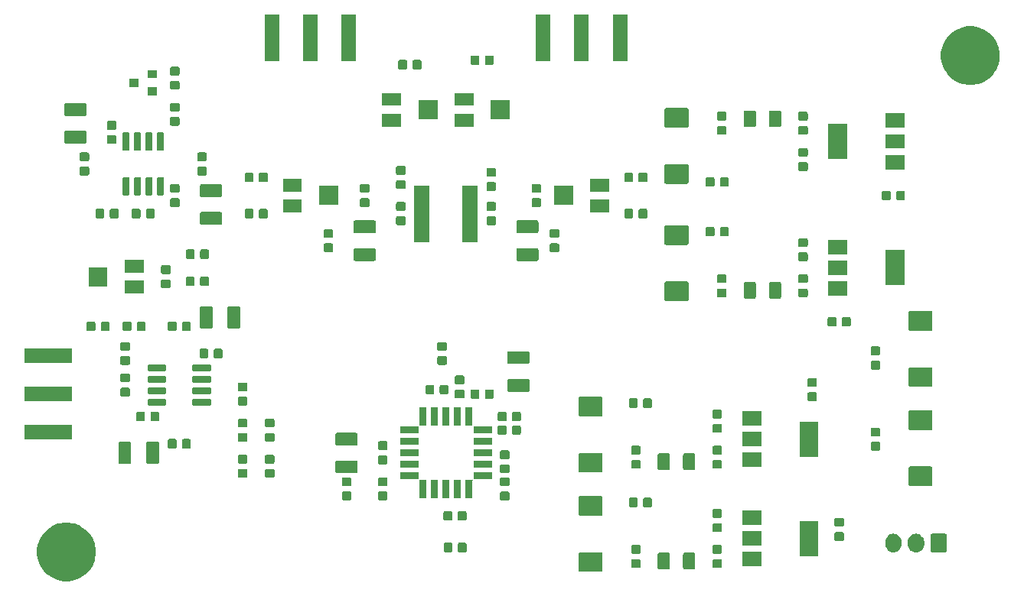
<source format=gts>
G04 #@! TF.GenerationSoftware,KiCad,Pcbnew,(5.1.2)-1*
G04 #@! TF.CreationDate,2019-05-31T11:35:42+02:00*
G04 #@! TF.ProjectId,phasefreq,70686173-6566-4726-9571-2e6b69636164,rev?*
G04 #@! TF.SameCoordinates,Original*
G04 #@! TF.FileFunction,Soldermask,Top*
G04 #@! TF.FilePolarity,Negative*
%FSLAX46Y46*%
G04 Gerber Fmt 4.6, Leading zero omitted, Abs format (unit mm)*
G04 Created by KiCad (PCBNEW (5.1.2)-1) date 2019-05-31 11:35:42*
%MOMM*%
%LPD*%
G04 APERTURE LIST*
%ADD10C,0.100000*%
G04 APERTURE END LIST*
D10*
G36*
X141634239Y-129311467D02*
G01*
X141948282Y-129373934D01*
X142539926Y-129619001D01*
X142829523Y-129812504D01*
X143072391Y-129974783D01*
X143525217Y-130427609D01*
X143540031Y-130449780D01*
X143880999Y-130960074D01*
X144126066Y-131551718D01*
X144161268Y-131728693D01*
X144251000Y-132179803D01*
X144251000Y-132820197D01*
X144188533Y-133134239D01*
X144126066Y-133448282D01*
X143880999Y-134039926D01*
X143525216Y-134572392D01*
X143072392Y-135025216D01*
X142539926Y-135380999D01*
X141948282Y-135626066D01*
X141634239Y-135688533D01*
X141320197Y-135751000D01*
X140679803Y-135751000D01*
X140365761Y-135688533D01*
X140051718Y-135626066D01*
X139460074Y-135380999D01*
X138927608Y-135025216D01*
X138474784Y-134572392D01*
X138119001Y-134039926D01*
X137873934Y-133448282D01*
X137811467Y-133134239D01*
X137749000Y-132820197D01*
X137749000Y-132179803D01*
X137838732Y-131728693D01*
X137873934Y-131551718D01*
X138119001Y-130960074D01*
X138459969Y-130449780D01*
X138474783Y-130427609D01*
X138927609Y-129974783D01*
X139170477Y-129812504D01*
X139460074Y-129619001D01*
X140051718Y-129373934D01*
X140365761Y-129311467D01*
X140679803Y-129249000D01*
X141320197Y-129249000D01*
X141634239Y-129311467D01*
X141634239Y-129311467D01*
G37*
G36*
X200191132Y-132527810D02*
G01*
X200222423Y-132537302D01*
X200251263Y-132552717D01*
X200276539Y-132573461D01*
X200297283Y-132598737D01*
X200312698Y-132627577D01*
X200322190Y-132658868D01*
X200326000Y-132697551D01*
X200326000Y-134527449D01*
X200322190Y-134566132D01*
X200312698Y-134597423D01*
X200297283Y-134626263D01*
X200276539Y-134651539D01*
X200251263Y-134672283D01*
X200222423Y-134687698D01*
X200191132Y-134697190D01*
X200152449Y-134701000D01*
X197847551Y-134701000D01*
X197808868Y-134697190D01*
X197777577Y-134687698D01*
X197748737Y-134672283D01*
X197723461Y-134651539D01*
X197702717Y-134626263D01*
X197687302Y-134597423D01*
X197677810Y-134566132D01*
X197674000Y-134527449D01*
X197674000Y-132697551D01*
X197677810Y-132658868D01*
X197687302Y-132627577D01*
X197702717Y-132598737D01*
X197723461Y-132573461D01*
X197748737Y-132552717D01*
X197777577Y-132537302D01*
X197808868Y-132527810D01*
X197847551Y-132524000D01*
X200152449Y-132524000D01*
X200191132Y-132527810D01*
X200191132Y-132527810D01*
G37*
G36*
X207618604Y-132578347D02*
G01*
X207655144Y-132589432D01*
X207688821Y-132607433D01*
X207718341Y-132631659D01*
X207742567Y-132661179D01*
X207760568Y-132694856D01*
X207771653Y-132731396D01*
X207776000Y-132775538D01*
X207776000Y-134224462D01*
X207771653Y-134268604D01*
X207760568Y-134305144D01*
X207742567Y-134338821D01*
X207718341Y-134368341D01*
X207688821Y-134392567D01*
X207655144Y-134410568D01*
X207618604Y-134421653D01*
X207574462Y-134426000D01*
X206625538Y-134426000D01*
X206581396Y-134421653D01*
X206544856Y-134410568D01*
X206511179Y-134392567D01*
X206481659Y-134368341D01*
X206457433Y-134338821D01*
X206439432Y-134305144D01*
X206428347Y-134268604D01*
X206424000Y-134224462D01*
X206424000Y-132775538D01*
X206428347Y-132731396D01*
X206439432Y-132694856D01*
X206457433Y-132661179D01*
X206481659Y-132631659D01*
X206511179Y-132607433D01*
X206544856Y-132589432D01*
X206581396Y-132578347D01*
X206625538Y-132574000D01*
X207574462Y-132574000D01*
X207618604Y-132578347D01*
X207618604Y-132578347D01*
G37*
G36*
X210418604Y-132578347D02*
G01*
X210455144Y-132589432D01*
X210488821Y-132607433D01*
X210518341Y-132631659D01*
X210542567Y-132661179D01*
X210560568Y-132694856D01*
X210571653Y-132731396D01*
X210576000Y-132775538D01*
X210576000Y-134224462D01*
X210571653Y-134268604D01*
X210560568Y-134305144D01*
X210542567Y-134338821D01*
X210518341Y-134368341D01*
X210488821Y-134392567D01*
X210455144Y-134410568D01*
X210418604Y-134421653D01*
X210374462Y-134426000D01*
X209425538Y-134426000D01*
X209381396Y-134421653D01*
X209344856Y-134410568D01*
X209311179Y-134392567D01*
X209281659Y-134368341D01*
X209257433Y-134338821D01*
X209239432Y-134305144D01*
X209228347Y-134268604D01*
X209224000Y-134224462D01*
X209224000Y-132775538D01*
X209228347Y-132731396D01*
X209239432Y-132694856D01*
X209257433Y-132661179D01*
X209281659Y-132631659D01*
X209311179Y-132607433D01*
X209344856Y-132589432D01*
X209381396Y-132578347D01*
X209425538Y-132574000D01*
X210374462Y-132574000D01*
X210418604Y-132578347D01*
X210418604Y-132578347D01*
G37*
G36*
X204379591Y-133303085D02*
G01*
X204413569Y-133313393D01*
X204444890Y-133330134D01*
X204472339Y-133352661D01*
X204494866Y-133380110D01*
X204511607Y-133411431D01*
X204521915Y-133445409D01*
X204526000Y-133486890D01*
X204526000Y-134088110D01*
X204521915Y-134129591D01*
X204511607Y-134163569D01*
X204494866Y-134194890D01*
X204472339Y-134222339D01*
X204444890Y-134244866D01*
X204413569Y-134261607D01*
X204379591Y-134271915D01*
X204338110Y-134276000D01*
X203661890Y-134276000D01*
X203620409Y-134271915D01*
X203586431Y-134261607D01*
X203555110Y-134244866D01*
X203527661Y-134222339D01*
X203505134Y-134194890D01*
X203488393Y-134163569D01*
X203478085Y-134129591D01*
X203474000Y-134088110D01*
X203474000Y-133486890D01*
X203478085Y-133445409D01*
X203488393Y-133411431D01*
X203505134Y-133380110D01*
X203527661Y-133352661D01*
X203555110Y-133330134D01*
X203586431Y-133313393D01*
X203620409Y-133303085D01*
X203661890Y-133299000D01*
X204338110Y-133299000D01*
X204379591Y-133303085D01*
X204379591Y-133303085D01*
G37*
G36*
X213379591Y-133303085D02*
G01*
X213413569Y-133313393D01*
X213444890Y-133330134D01*
X213472339Y-133352661D01*
X213494866Y-133380110D01*
X213511607Y-133411431D01*
X213521915Y-133445409D01*
X213526000Y-133486890D01*
X213526000Y-134088110D01*
X213521915Y-134129591D01*
X213511607Y-134163569D01*
X213494866Y-134194890D01*
X213472339Y-134222339D01*
X213444890Y-134244866D01*
X213413569Y-134261607D01*
X213379591Y-134271915D01*
X213338110Y-134276000D01*
X212661890Y-134276000D01*
X212620409Y-134271915D01*
X212586431Y-134261607D01*
X212555110Y-134244866D01*
X212527661Y-134222339D01*
X212505134Y-134194890D01*
X212488393Y-134163569D01*
X212478085Y-134129591D01*
X212474000Y-134088110D01*
X212474000Y-133486890D01*
X212478085Y-133445409D01*
X212488393Y-133411431D01*
X212505134Y-133380110D01*
X212527661Y-133352661D01*
X212555110Y-133330134D01*
X212586431Y-133313393D01*
X212620409Y-133303085D01*
X212661890Y-133299000D01*
X213338110Y-133299000D01*
X213379591Y-133303085D01*
X213379591Y-133303085D01*
G37*
G36*
X217901000Y-134101000D02*
G01*
X215799000Y-134101000D01*
X215799000Y-132499000D01*
X217901000Y-132499000D01*
X217901000Y-134101000D01*
X217901000Y-134101000D01*
G37*
G36*
X224201000Y-132951000D02*
G01*
X222099000Y-132951000D01*
X222099000Y-129049000D01*
X224201000Y-129049000D01*
X224201000Y-132951000D01*
X224201000Y-132951000D01*
G37*
G36*
X213379591Y-131728085D02*
G01*
X213413569Y-131738393D01*
X213444890Y-131755134D01*
X213472339Y-131777661D01*
X213494866Y-131805110D01*
X213511607Y-131836431D01*
X213521915Y-131870409D01*
X213526000Y-131911890D01*
X213526000Y-132513110D01*
X213521915Y-132554591D01*
X213511607Y-132588569D01*
X213494866Y-132619890D01*
X213472339Y-132647339D01*
X213444890Y-132669866D01*
X213413569Y-132686607D01*
X213379591Y-132696915D01*
X213338110Y-132701000D01*
X212661890Y-132701000D01*
X212620409Y-132696915D01*
X212586431Y-132686607D01*
X212555110Y-132669866D01*
X212527661Y-132647339D01*
X212505134Y-132619890D01*
X212488393Y-132588569D01*
X212478085Y-132554591D01*
X212474000Y-132513110D01*
X212474000Y-131911890D01*
X212478085Y-131870409D01*
X212488393Y-131836431D01*
X212505134Y-131805110D01*
X212527661Y-131777661D01*
X212555110Y-131755134D01*
X212586431Y-131738393D01*
X212620409Y-131728085D01*
X212661890Y-131724000D01*
X213338110Y-131724000D01*
X213379591Y-131728085D01*
X213379591Y-131728085D01*
G37*
G36*
X204379591Y-131728085D02*
G01*
X204413569Y-131738393D01*
X204444890Y-131755134D01*
X204472339Y-131777661D01*
X204494866Y-131805110D01*
X204511607Y-131836431D01*
X204521915Y-131870409D01*
X204526000Y-131911890D01*
X204526000Y-132513110D01*
X204521915Y-132554591D01*
X204511607Y-132588569D01*
X204494866Y-132619890D01*
X204472339Y-132647339D01*
X204444890Y-132669866D01*
X204413569Y-132686607D01*
X204379591Y-132696915D01*
X204338110Y-132701000D01*
X203661890Y-132701000D01*
X203620409Y-132696915D01*
X203586431Y-132686607D01*
X203555110Y-132669866D01*
X203527661Y-132647339D01*
X203505134Y-132619890D01*
X203488393Y-132588569D01*
X203478085Y-132554591D01*
X203474000Y-132513110D01*
X203474000Y-131911890D01*
X203478085Y-131870409D01*
X203488393Y-131836431D01*
X203505134Y-131805110D01*
X203527661Y-131777661D01*
X203555110Y-131755134D01*
X203586431Y-131738393D01*
X203620409Y-131728085D01*
X203661890Y-131724000D01*
X204338110Y-131724000D01*
X204379591Y-131728085D01*
X204379591Y-131728085D01*
G37*
G36*
X232676627Y-130487037D02*
G01*
X232846466Y-130538557D01*
X233002991Y-130622222D01*
X233038729Y-130651552D01*
X233140186Y-130734814D01*
X233223448Y-130836271D01*
X233252778Y-130872009D01*
X233336443Y-131028534D01*
X233387963Y-131198374D01*
X233390323Y-131222339D01*
X233401000Y-131330741D01*
X233401000Y-131669260D01*
X233395206Y-131728085D01*
X233387963Y-131801627D01*
X233336443Y-131971466D01*
X233252778Y-132127991D01*
X233234973Y-132149686D01*
X233140186Y-132265186D01*
X233002989Y-132377779D01*
X232859527Y-132454461D01*
X232846465Y-132461443D01*
X232676626Y-132512963D01*
X232500000Y-132530359D01*
X232323373Y-132512963D01*
X232153534Y-132461443D01*
X231997009Y-132377778D01*
X231954750Y-132343097D01*
X231859814Y-132265186D01*
X231747221Y-132127989D01*
X231663558Y-131971467D01*
X231648127Y-131920599D01*
X231612037Y-131801626D01*
X231599000Y-131669257D01*
X231599000Y-131330742D01*
X231604392Y-131276000D01*
X231609677Y-131222339D01*
X231612037Y-131198373D01*
X231663557Y-131028534D01*
X231747222Y-130872009D01*
X231859815Y-130734815D01*
X231997010Y-130622222D01*
X232153535Y-130538557D01*
X232323374Y-130487037D01*
X232500000Y-130469641D01*
X232676627Y-130487037D01*
X232676627Y-130487037D01*
G37*
G36*
X235176627Y-130487037D02*
G01*
X235346466Y-130538557D01*
X235502991Y-130622222D01*
X235538729Y-130651552D01*
X235640186Y-130734814D01*
X235723448Y-130836271D01*
X235752778Y-130872009D01*
X235836443Y-131028534D01*
X235887963Y-131198374D01*
X235890323Y-131222339D01*
X235901000Y-131330741D01*
X235901000Y-131669260D01*
X235895206Y-131728085D01*
X235887963Y-131801627D01*
X235836443Y-131971466D01*
X235752778Y-132127991D01*
X235734973Y-132149686D01*
X235640186Y-132265186D01*
X235502989Y-132377779D01*
X235359527Y-132454461D01*
X235346465Y-132461443D01*
X235176626Y-132512963D01*
X235000000Y-132530359D01*
X234823373Y-132512963D01*
X234653534Y-132461443D01*
X234497009Y-132377778D01*
X234454750Y-132343097D01*
X234359814Y-132265186D01*
X234247221Y-132127989D01*
X234163558Y-131971467D01*
X234148127Y-131920599D01*
X234112037Y-131801626D01*
X234099000Y-131669257D01*
X234099000Y-131330742D01*
X234104392Y-131276000D01*
X234109677Y-131222339D01*
X234112037Y-131198373D01*
X234163557Y-131028534D01*
X234247222Y-130872009D01*
X234359815Y-130734815D01*
X234497010Y-130622222D01*
X234653535Y-130538557D01*
X234823374Y-130487037D01*
X235000000Y-130469641D01*
X235176627Y-130487037D01*
X235176627Y-130487037D01*
G37*
G36*
X238258600Y-130477989D02*
G01*
X238291652Y-130488015D01*
X238322103Y-130504292D01*
X238348799Y-130526201D01*
X238370708Y-130552897D01*
X238386985Y-130583348D01*
X238397011Y-130616400D01*
X238401000Y-130656903D01*
X238401000Y-132343097D01*
X238397011Y-132383600D01*
X238386985Y-132416652D01*
X238370708Y-132447103D01*
X238348799Y-132473799D01*
X238322103Y-132495708D01*
X238291652Y-132511985D01*
X238258600Y-132522011D01*
X238218097Y-132526000D01*
X236781903Y-132526000D01*
X236741400Y-132522011D01*
X236708348Y-132511985D01*
X236677897Y-132495708D01*
X236651201Y-132473799D01*
X236629292Y-132447103D01*
X236613015Y-132416652D01*
X236602989Y-132383600D01*
X236599000Y-132343097D01*
X236599000Y-130656903D01*
X236602989Y-130616400D01*
X236613015Y-130583348D01*
X236629292Y-130552897D01*
X236651201Y-130526201D01*
X236677897Y-130504292D01*
X236708348Y-130488015D01*
X236741400Y-130477989D01*
X236781903Y-130474000D01*
X238218097Y-130474000D01*
X238258600Y-130477989D01*
X238258600Y-130477989D01*
G37*
G36*
X183559591Y-131478085D02*
G01*
X183593569Y-131488393D01*
X183624890Y-131505134D01*
X183652339Y-131527661D01*
X183674866Y-131555110D01*
X183691607Y-131586431D01*
X183701915Y-131620409D01*
X183706000Y-131661890D01*
X183706000Y-132338110D01*
X183701915Y-132379591D01*
X183691607Y-132413569D01*
X183674866Y-132444890D01*
X183652339Y-132472339D01*
X183624890Y-132494866D01*
X183593569Y-132511607D01*
X183559591Y-132521915D01*
X183518110Y-132526000D01*
X182916890Y-132526000D01*
X182875409Y-132521915D01*
X182841431Y-132511607D01*
X182810110Y-132494866D01*
X182782661Y-132472339D01*
X182760134Y-132444890D01*
X182743393Y-132413569D01*
X182733085Y-132379591D01*
X182729000Y-132338110D01*
X182729000Y-131661890D01*
X182733085Y-131620409D01*
X182743393Y-131586431D01*
X182760134Y-131555110D01*
X182782661Y-131527661D01*
X182810110Y-131505134D01*
X182841431Y-131488393D01*
X182875409Y-131478085D01*
X182916890Y-131474000D01*
X183518110Y-131474000D01*
X183559591Y-131478085D01*
X183559591Y-131478085D01*
G37*
G36*
X185134591Y-131478085D02*
G01*
X185168569Y-131488393D01*
X185199890Y-131505134D01*
X185227339Y-131527661D01*
X185249866Y-131555110D01*
X185266607Y-131586431D01*
X185276915Y-131620409D01*
X185281000Y-131661890D01*
X185281000Y-132338110D01*
X185276915Y-132379591D01*
X185266607Y-132413569D01*
X185249866Y-132444890D01*
X185227339Y-132472339D01*
X185199890Y-132494866D01*
X185168569Y-132511607D01*
X185134591Y-132521915D01*
X185093110Y-132526000D01*
X184491890Y-132526000D01*
X184450409Y-132521915D01*
X184416431Y-132511607D01*
X184385110Y-132494866D01*
X184357661Y-132472339D01*
X184335134Y-132444890D01*
X184318393Y-132413569D01*
X184308085Y-132379591D01*
X184304000Y-132338110D01*
X184304000Y-131661890D01*
X184308085Y-131620409D01*
X184318393Y-131586431D01*
X184335134Y-131555110D01*
X184357661Y-131527661D01*
X184385110Y-131505134D01*
X184416431Y-131488393D01*
X184450409Y-131478085D01*
X184491890Y-131474000D01*
X185093110Y-131474000D01*
X185134591Y-131478085D01*
X185134591Y-131478085D01*
G37*
G36*
X217901000Y-131801000D02*
G01*
X215799000Y-131801000D01*
X215799000Y-130199000D01*
X217901000Y-130199000D01*
X217901000Y-131801000D01*
X217901000Y-131801000D01*
G37*
G36*
X226879591Y-130303085D02*
G01*
X226913569Y-130313393D01*
X226944890Y-130330134D01*
X226972339Y-130352661D01*
X226994866Y-130380110D01*
X227011607Y-130411431D01*
X227021915Y-130445409D01*
X227026000Y-130486890D01*
X227026000Y-131088110D01*
X227021915Y-131129591D01*
X227011607Y-131163569D01*
X226994866Y-131194890D01*
X226972339Y-131222339D01*
X226944890Y-131244866D01*
X226913569Y-131261607D01*
X226879591Y-131271915D01*
X226838110Y-131276000D01*
X226161890Y-131276000D01*
X226120409Y-131271915D01*
X226086431Y-131261607D01*
X226055110Y-131244866D01*
X226027661Y-131222339D01*
X226005134Y-131194890D01*
X225988393Y-131163569D01*
X225978085Y-131129591D01*
X225974000Y-131088110D01*
X225974000Y-130486890D01*
X225978085Y-130445409D01*
X225988393Y-130411431D01*
X226005134Y-130380110D01*
X226027661Y-130352661D01*
X226055110Y-130330134D01*
X226086431Y-130313393D01*
X226120409Y-130303085D01*
X226161890Y-130299000D01*
X226838110Y-130299000D01*
X226879591Y-130303085D01*
X226879591Y-130303085D01*
G37*
G36*
X213379591Y-129303085D02*
G01*
X213413569Y-129313393D01*
X213444890Y-129330134D01*
X213472339Y-129352661D01*
X213494866Y-129380110D01*
X213511607Y-129411431D01*
X213521915Y-129445409D01*
X213526000Y-129486890D01*
X213526000Y-130088110D01*
X213521915Y-130129591D01*
X213511607Y-130163569D01*
X213494866Y-130194890D01*
X213472339Y-130222339D01*
X213444890Y-130244866D01*
X213413569Y-130261607D01*
X213379591Y-130271915D01*
X213338110Y-130276000D01*
X212661890Y-130276000D01*
X212620409Y-130271915D01*
X212586431Y-130261607D01*
X212555110Y-130244866D01*
X212527661Y-130222339D01*
X212505134Y-130194890D01*
X212488393Y-130163569D01*
X212478085Y-130129591D01*
X212474000Y-130088110D01*
X212474000Y-129486890D01*
X212478085Y-129445409D01*
X212488393Y-129411431D01*
X212505134Y-129380110D01*
X212527661Y-129352661D01*
X212555110Y-129330134D01*
X212586431Y-129313393D01*
X212620409Y-129303085D01*
X212661890Y-129299000D01*
X213338110Y-129299000D01*
X213379591Y-129303085D01*
X213379591Y-129303085D01*
G37*
G36*
X226879591Y-128728085D02*
G01*
X226913569Y-128738393D01*
X226944890Y-128755134D01*
X226972339Y-128777661D01*
X226994866Y-128805110D01*
X227011607Y-128836431D01*
X227021915Y-128870409D01*
X227026000Y-128911890D01*
X227026000Y-129513110D01*
X227021915Y-129554591D01*
X227011607Y-129588569D01*
X226994866Y-129619890D01*
X226972339Y-129647339D01*
X226944890Y-129669866D01*
X226913569Y-129686607D01*
X226879591Y-129696915D01*
X226838110Y-129701000D01*
X226161890Y-129701000D01*
X226120409Y-129696915D01*
X226086431Y-129686607D01*
X226055110Y-129669866D01*
X226027661Y-129647339D01*
X226005134Y-129619890D01*
X225988393Y-129588569D01*
X225978085Y-129554591D01*
X225974000Y-129513110D01*
X225974000Y-128911890D01*
X225978085Y-128870409D01*
X225988393Y-128836431D01*
X226005134Y-128805110D01*
X226027661Y-128777661D01*
X226055110Y-128755134D01*
X226086431Y-128738393D01*
X226120409Y-128728085D01*
X226161890Y-128724000D01*
X226838110Y-128724000D01*
X226879591Y-128728085D01*
X226879591Y-128728085D01*
G37*
G36*
X217901000Y-129501000D02*
G01*
X215799000Y-129501000D01*
X215799000Y-127899000D01*
X217901000Y-127899000D01*
X217901000Y-129501000D01*
X217901000Y-129501000D01*
G37*
G36*
X183554591Y-127978085D02*
G01*
X183588569Y-127988393D01*
X183619890Y-128005134D01*
X183647339Y-128027661D01*
X183669866Y-128055110D01*
X183686607Y-128086431D01*
X183696915Y-128120409D01*
X183701000Y-128161890D01*
X183701000Y-128838110D01*
X183696915Y-128879591D01*
X183686607Y-128913569D01*
X183669866Y-128944890D01*
X183647339Y-128972339D01*
X183619890Y-128994866D01*
X183588569Y-129011607D01*
X183554591Y-129021915D01*
X183513110Y-129026000D01*
X182911890Y-129026000D01*
X182870409Y-129021915D01*
X182836431Y-129011607D01*
X182805110Y-128994866D01*
X182777661Y-128972339D01*
X182755134Y-128944890D01*
X182738393Y-128913569D01*
X182728085Y-128879591D01*
X182724000Y-128838110D01*
X182724000Y-128161890D01*
X182728085Y-128120409D01*
X182738393Y-128086431D01*
X182755134Y-128055110D01*
X182777661Y-128027661D01*
X182805110Y-128005134D01*
X182836431Y-127988393D01*
X182870409Y-127978085D01*
X182911890Y-127974000D01*
X183513110Y-127974000D01*
X183554591Y-127978085D01*
X183554591Y-127978085D01*
G37*
G36*
X185129591Y-127978085D02*
G01*
X185163569Y-127988393D01*
X185194890Y-128005134D01*
X185222339Y-128027661D01*
X185244866Y-128055110D01*
X185261607Y-128086431D01*
X185271915Y-128120409D01*
X185276000Y-128161890D01*
X185276000Y-128838110D01*
X185271915Y-128879591D01*
X185261607Y-128913569D01*
X185244866Y-128944890D01*
X185222339Y-128972339D01*
X185194890Y-128994866D01*
X185163569Y-129011607D01*
X185129591Y-129021915D01*
X185088110Y-129026000D01*
X184486890Y-129026000D01*
X184445409Y-129021915D01*
X184411431Y-129011607D01*
X184380110Y-128994866D01*
X184352661Y-128972339D01*
X184330134Y-128944890D01*
X184313393Y-128913569D01*
X184303085Y-128879591D01*
X184299000Y-128838110D01*
X184299000Y-128161890D01*
X184303085Y-128120409D01*
X184313393Y-128086431D01*
X184330134Y-128055110D01*
X184352661Y-128027661D01*
X184380110Y-128005134D01*
X184411431Y-127988393D01*
X184445409Y-127978085D01*
X184486890Y-127974000D01*
X185088110Y-127974000D01*
X185129591Y-127978085D01*
X185129591Y-127978085D01*
G37*
G36*
X213379591Y-127728085D02*
G01*
X213413569Y-127738393D01*
X213444890Y-127755134D01*
X213472339Y-127777661D01*
X213494866Y-127805110D01*
X213511607Y-127836431D01*
X213521915Y-127870409D01*
X213526000Y-127911890D01*
X213526000Y-128513110D01*
X213521915Y-128554591D01*
X213511607Y-128588569D01*
X213494866Y-128619890D01*
X213472339Y-128647339D01*
X213444890Y-128669866D01*
X213413569Y-128686607D01*
X213379591Y-128696915D01*
X213338110Y-128701000D01*
X212661890Y-128701000D01*
X212620409Y-128696915D01*
X212586431Y-128686607D01*
X212555110Y-128669866D01*
X212527661Y-128647339D01*
X212505134Y-128619890D01*
X212488393Y-128588569D01*
X212478085Y-128554591D01*
X212474000Y-128513110D01*
X212474000Y-127911890D01*
X212478085Y-127870409D01*
X212488393Y-127836431D01*
X212505134Y-127805110D01*
X212527661Y-127777661D01*
X212555110Y-127755134D01*
X212586431Y-127738393D01*
X212620409Y-127728085D01*
X212661890Y-127724000D01*
X213338110Y-127724000D01*
X213379591Y-127728085D01*
X213379591Y-127728085D01*
G37*
G36*
X200191132Y-126302810D02*
G01*
X200222423Y-126312302D01*
X200251263Y-126327717D01*
X200276539Y-126348461D01*
X200297283Y-126373737D01*
X200312698Y-126402577D01*
X200322190Y-126433868D01*
X200326000Y-126472551D01*
X200326000Y-128302449D01*
X200322190Y-128341132D01*
X200312698Y-128372423D01*
X200297283Y-128401263D01*
X200276539Y-128426539D01*
X200251263Y-128447283D01*
X200222423Y-128462698D01*
X200191132Y-128472190D01*
X200152449Y-128476000D01*
X197847551Y-128476000D01*
X197808868Y-128472190D01*
X197777577Y-128462698D01*
X197748737Y-128447283D01*
X197723461Y-128426539D01*
X197702717Y-128401263D01*
X197687302Y-128372423D01*
X197677810Y-128341132D01*
X197674000Y-128302449D01*
X197674000Y-126472551D01*
X197677810Y-126433868D01*
X197687302Y-126402577D01*
X197702717Y-126373737D01*
X197723461Y-126348461D01*
X197748737Y-126327717D01*
X197777577Y-126312302D01*
X197808868Y-126302810D01*
X197847551Y-126299000D01*
X200152449Y-126299000D01*
X200191132Y-126302810D01*
X200191132Y-126302810D01*
G37*
G36*
X205629591Y-126478085D02*
G01*
X205663569Y-126488393D01*
X205694890Y-126505134D01*
X205722339Y-126527661D01*
X205744866Y-126555110D01*
X205761607Y-126586431D01*
X205771915Y-126620409D01*
X205776000Y-126661890D01*
X205776000Y-127338110D01*
X205771915Y-127379591D01*
X205761607Y-127413569D01*
X205744866Y-127444890D01*
X205722339Y-127472339D01*
X205694890Y-127494866D01*
X205663569Y-127511607D01*
X205629591Y-127521915D01*
X205588110Y-127526000D01*
X204986890Y-127526000D01*
X204945409Y-127521915D01*
X204911431Y-127511607D01*
X204880110Y-127494866D01*
X204852661Y-127472339D01*
X204830134Y-127444890D01*
X204813393Y-127413569D01*
X204803085Y-127379591D01*
X204799000Y-127338110D01*
X204799000Y-126661890D01*
X204803085Y-126620409D01*
X204813393Y-126586431D01*
X204830134Y-126555110D01*
X204852661Y-126527661D01*
X204880110Y-126505134D01*
X204911431Y-126488393D01*
X204945409Y-126478085D01*
X204986890Y-126474000D01*
X205588110Y-126474000D01*
X205629591Y-126478085D01*
X205629591Y-126478085D01*
G37*
G36*
X204054591Y-126478085D02*
G01*
X204088569Y-126488393D01*
X204119890Y-126505134D01*
X204147339Y-126527661D01*
X204169866Y-126555110D01*
X204186607Y-126586431D01*
X204196915Y-126620409D01*
X204201000Y-126661890D01*
X204201000Y-127338110D01*
X204196915Y-127379591D01*
X204186607Y-127413569D01*
X204169866Y-127444890D01*
X204147339Y-127472339D01*
X204119890Y-127494866D01*
X204088569Y-127511607D01*
X204054591Y-127521915D01*
X204013110Y-127526000D01*
X203411890Y-127526000D01*
X203370409Y-127521915D01*
X203336431Y-127511607D01*
X203305110Y-127494866D01*
X203277661Y-127472339D01*
X203255134Y-127444890D01*
X203238393Y-127413569D01*
X203228085Y-127379591D01*
X203224000Y-127338110D01*
X203224000Y-126661890D01*
X203228085Y-126620409D01*
X203238393Y-126586431D01*
X203255134Y-126555110D01*
X203277661Y-126527661D01*
X203305110Y-126505134D01*
X203336431Y-126488393D01*
X203370409Y-126478085D01*
X203411890Y-126474000D01*
X204013110Y-126474000D01*
X204054591Y-126478085D01*
X204054591Y-126478085D01*
G37*
G36*
X172379591Y-125803085D02*
G01*
X172413569Y-125813393D01*
X172444890Y-125830134D01*
X172472339Y-125852661D01*
X172494866Y-125880110D01*
X172511607Y-125911431D01*
X172521915Y-125945409D01*
X172526000Y-125986890D01*
X172526000Y-126588110D01*
X172521915Y-126629591D01*
X172511607Y-126663569D01*
X172494866Y-126694890D01*
X172472339Y-126722339D01*
X172444890Y-126744866D01*
X172413569Y-126761607D01*
X172379591Y-126771915D01*
X172338110Y-126776000D01*
X171661890Y-126776000D01*
X171620409Y-126771915D01*
X171586431Y-126761607D01*
X171555110Y-126744866D01*
X171527661Y-126722339D01*
X171505134Y-126694890D01*
X171488393Y-126663569D01*
X171478085Y-126629591D01*
X171474000Y-126588110D01*
X171474000Y-125986890D01*
X171478085Y-125945409D01*
X171488393Y-125911431D01*
X171505134Y-125880110D01*
X171527661Y-125852661D01*
X171555110Y-125830134D01*
X171586431Y-125813393D01*
X171620409Y-125803085D01*
X171661890Y-125799000D01*
X172338110Y-125799000D01*
X172379591Y-125803085D01*
X172379591Y-125803085D01*
G37*
G36*
X176379591Y-125803085D02*
G01*
X176413569Y-125813393D01*
X176444890Y-125830134D01*
X176472339Y-125852661D01*
X176494866Y-125880110D01*
X176511607Y-125911431D01*
X176521915Y-125945409D01*
X176526000Y-125986890D01*
X176526000Y-126588110D01*
X176521915Y-126629591D01*
X176511607Y-126663569D01*
X176494866Y-126694890D01*
X176472339Y-126722339D01*
X176444890Y-126744866D01*
X176413569Y-126761607D01*
X176379591Y-126771915D01*
X176338110Y-126776000D01*
X175661890Y-126776000D01*
X175620409Y-126771915D01*
X175586431Y-126761607D01*
X175555110Y-126744866D01*
X175527661Y-126722339D01*
X175505134Y-126694890D01*
X175488393Y-126663569D01*
X175478085Y-126629591D01*
X175474000Y-126588110D01*
X175474000Y-125986890D01*
X175478085Y-125945409D01*
X175488393Y-125911431D01*
X175505134Y-125880110D01*
X175527661Y-125852661D01*
X175555110Y-125830134D01*
X175586431Y-125813393D01*
X175620409Y-125803085D01*
X175661890Y-125799000D01*
X176338110Y-125799000D01*
X176379591Y-125803085D01*
X176379591Y-125803085D01*
G37*
G36*
X189879591Y-125803085D02*
G01*
X189913569Y-125813393D01*
X189944890Y-125830134D01*
X189972339Y-125852661D01*
X189994866Y-125880110D01*
X190011607Y-125911431D01*
X190021915Y-125945409D01*
X190026000Y-125986890D01*
X190026000Y-126588110D01*
X190021915Y-126629591D01*
X190011607Y-126663569D01*
X189994866Y-126694890D01*
X189972339Y-126722339D01*
X189944890Y-126744866D01*
X189913569Y-126761607D01*
X189879591Y-126771915D01*
X189838110Y-126776000D01*
X189161890Y-126776000D01*
X189120409Y-126771915D01*
X189086431Y-126761607D01*
X189055110Y-126744866D01*
X189027661Y-126722339D01*
X189005134Y-126694890D01*
X188988393Y-126663569D01*
X188978085Y-126629591D01*
X188974000Y-126588110D01*
X188974000Y-125986890D01*
X188978085Y-125945409D01*
X188988393Y-125911431D01*
X189005134Y-125880110D01*
X189027661Y-125852661D01*
X189055110Y-125830134D01*
X189086431Y-125813393D01*
X189120409Y-125803085D01*
X189161890Y-125799000D01*
X189838110Y-125799000D01*
X189879591Y-125803085D01*
X189879591Y-125803085D01*
G37*
G36*
X184671000Y-126566000D02*
G01*
X183869000Y-126566000D01*
X183869000Y-124539000D01*
X184671000Y-124539000D01*
X184671000Y-126566000D01*
X184671000Y-126566000D01*
G37*
G36*
X183401000Y-126566000D02*
G01*
X182599000Y-126566000D01*
X182599000Y-124539000D01*
X183401000Y-124539000D01*
X183401000Y-126566000D01*
X183401000Y-126566000D01*
G37*
G36*
X182131000Y-126566000D02*
G01*
X181329000Y-126566000D01*
X181329000Y-124539000D01*
X182131000Y-124539000D01*
X182131000Y-126566000D01*
X182131000Y-126566000D01*
G37*
G36*
X180061613Y-124536598D02*
G01*
X180085999Y-124539000D01*
X180861000Y-124539000D01*
X180861000Y-126566000D01*
X180059000Y-126566000D01*
X180059000Y-124565999D01*
X180056598Y-124541613D01*
X180054414Y-124534414D01*
X180061613Y-124536598D01*
X180061613Y-124536598D01*
G37*
G36*
X185943402Y-124541613D02*
G01*
X185941000Y-124565999D01*
X185941000Y-126566000D01*
X185139000Y-126566000D01*
X185139000Y-124539000D01*
X185914001Y-124539000D01*
X185938387Y-124536598D01*
X185945586Y-124534414D01*
X185943402Y-124541613D01*
X185943402Y-124541613D01*
G37*
G36*
X172379591Y-124228085D02*
G01*
X172413569Y-124238393D01*
X172444890Y-124255134D01*
X172472339Y-124277661D01*
X172494866Y-124305110D01*
X172511607Y-124336431D01*
X172521915Y-124370409D01*
X172526000Y-124411890D01*
X172526000Y-125013110D01*
X172521915Y-125054591D01*
X172511607Y-125088569D01*
X172494866Y-125119890D01*
X172472339Y-125147339D01*
X172444890Y-125169866D01*
X172413569Y-125186607D01*
X172379591Y-125196915D01*
X172338110Y-125201000D01*
X171661890Y-125201000D01*
X171620409Y-125196915D01*
X171586431Y-125186607D01*
X171555110Y-125169866D01*
X171527661Y-125147339D01*
X171505134Y-125119890D01*
X171488393Y-125088569D01*
X171478085Y-125054591D01*
X171474000Y-125013110D01*
X171474000Y-124411890D01*
X171478085Y-124370409D01*
X171488393Y-124336431D01*
X171505134Y-124305110D01*
X171527661Y-124277661D01*
X171555110Y-124255134D01*
X171586431Y-124238393D01*
X171620409Y-124228085D01*
X171661890Y-124224000D01*
X172338110Y-124224000D01*
X172379591Y-124228085D01*
X172379591Y-124228085D01*
G37*
G36*
X176379591Y-124228085D02*
G01*
X176413569Y-124238393D01*
X176444890Y-124255134D01*
X176472339Y-124277661D01*
X176494866Y-124305110D01*
X176511607Y-124336431D01*
X176521915Y-124370409D01*
X176526000Y-124411890D01*
X176526000Y-125013110D01*
X176521915Y-125054591D01*
X176511607Y-125088569D01*
X176494866Y-125119890D01*
X176472339Y-125147339D01*
X176444890Y-125169866D01*
X176413569Y-125186607D01*
X176379591Y-125196915D01*
X176338110Y-125201000D01*
X175661890Y-125201000D01*
X175620409Y-125196915D01*
X175586431Y-125186607D01*
X175555110Y-125169866D01*
X175527661Y-125147339D01*
X175505134Y-125119890D01*
X175488393Y-125088569D01*
X175478085Y-125054591D01*
X175474000Y-125013110D01*
X175474000Y-124411890D01*
X175478085Y-124370409D01*
X175488393Y-124336431D01*
X175505134Y-124305110D01*
X175527661Y-124277661D01*
X175555110Y-124255134D01*
X175586431Y-124238393D01*
X175620409Y-124228085D01*
X175661890Y-124224000D01*
X176338110Y-124224000D01*
X176379591Y-124228085D01*
X176379591Y-124228085D01*
G37*
G36*
X236691132Y-123027810D02*
G01*
X236722423Y-123037302D01*
X236751263Y-123052717D01*
X236776539Y-123073461D01*
X236797283Y-123098737D01*
X236812698Y-123127577D01*
X236822190Y-123158868D01*
X236826000Y-123197551D01*
X236826000Y-125027449D01*
X236822190Y-125066132D01*
X236812698Y-125097423D01*
X236797283Y-125126263D01*
X236776539Y-125151539D01*
X236751263Y-125172283D01*
X236722423Y-125187698D01*
X236691132Y-125197190D01*
X236652449Y-125201000D01*
X234347551Y-125201000D01*
X234308868Y-125197190D01*
X234277577Y-125187698D01*
X234248737Y-125172283D01*
X234223461Y-125151539D01*
X234202717Y-125126263D01*
X234187302Y-125097423D01*
X234177810Y-125066132D01*
X234174000Y-125027449D01*
X234174000Y-123197551D01*
X234177810Y-123158868D01*
X234187302Y-123127577D01*
X234202717Y-123098737D01*
X234223461Y-123073461D01*
X234248737Y-123052717D01*
X234277577Y-123037302D01*
X234308868Y-123027810D01*
X234347551Y-123024000D01*
X236652449Y-123024000D01*
X236691132Y-123027810D01*
X236691132Y-123027810D01*
G37*
G36*
X189879591Y-124228085D02*
G01*
X189913569Y-124238393D01*
X189944890Y-124255134D01*
X189972339Y-124277661D01*
X189994866Y-124305110D01*
X190011607Y-124336431D01*
X190021915Y-124370409D01*
X190026000Y-124411890D01*
X190026000Y-125013110D01*
X190021915Y-125054591D01*
X190011607Y-125088569D01*
X189994866Y-125119890D01*
X189972339Y-125147339D01*
X189944890Y-125169866D01*
X189913569Y-125186607D01*
X189879591Y-125196915D01*
X189838110Y-125201000D01*
X189161890Y-125201000D01*
X189120409Y-125196915D01*
X189086431Y-125186607D01*
X189055110Y-125169866D01*
X189027661Y-125147339D01*
X189005134Y-125119890D01*
X188988393Y-125088569D01*
X188978085Y-125054591D01*
X188974000Y-125013110D01*
X188974000Y-124411890D01*
X188978085Y-124370409D01*
X188988393Y-124336431D01*
X189005134Y-124305110D01*
X189027661Y-124277661D01*
X189055110Y-124255134D01*
X189086431Y-124238393D01*
X189120409Y-124228085D01*
X189161890Y-124224000D01*
X189838110Y-124224000D01*
X189879591Y-124228085D01*
X189879591Y-124228085D01*
G37*
G36*
X188066000Y-124441000D02*
G01*
X186065999Y-124441000D01*
X186041613Y-124443402D01*
X186034414Y-124445586D01*
X186036598Y-124438387D01*
X186039000Y-124414001D01*
X186039000Y-123639000D01*
X188066000Y-123639000D01*
X188066000Y-124441000D01*
X188066000Y-124441000D01*
G37*
G36*
X179961000Y-124414001D02*
G01*
X179963402Y-124438387D01*
X179965586Y-124445586D01*
X179958387Y-124443402D01*
X179934001Y-124441000D01*
X177934000Y-124441000D01*
X177934000Y-123639000D01*
X179961000Y-123639000D01*
X179961000Y-124414001D01*
X179961000Y-124414001D01*
G37*
G36*
X163879591Y-123303085D02*
G01*
X163913569Y-123313393D01*
X163944890Y-123330134D01*
X163972339Y-123352661D01*
X163994866Y-123380110D01*
X164011607Y-123411431D01*
X164021915Y-123445409D01*
X164026000Y-123486890D01*
X164026000Y-124088110D01*
X164021915Y-124129591D01*
X164011607Y-124163569D01*
X163994866Y-124194890D01*
X163972339Y-124222339D01*
X163944890Y-124244866D01*
X163913569Y-124261607D01*
X163879591Y-124271915D01*
X163838110Y-124276000D01*
X163161890Y-124276000D01*
X163120409Y-124271915D01*
X163086431Y-124261607D01*
X163055110Y-124244866D01*
X163027661Y-124222339D01*
X163005134Y-124194890D01*
X162988393Y-124163569D01*
X162978085Y-124129591D01*
X162974000Y-124088110D01*
X162974000Y-123486890D01*
X162978085Y-123445409D01*
X162988393Y-123411431D01*
X163005134Y-123380110D01*
X163027661Y-123352661D01*
X163055110Y-123330134D01*
X163086431Y-123313393D01*
X163120409Y-123303085D01*
X163161890Y-123299000D01*
X163838110Y-123299000D01*
X163879591Y-123303085D01*
X163879591Y-123303085D01*
G37*
G36*
X160879591Y-123303085D02*
G01*
X160913569Y-123313393D01*
X160944890Y-123330134D01*
X160972339Y-123352661D01*
X160994866Y-123380110D01*
X161011607Y-123411431D01*
X161021915Y-123445409D01*
X161026000Y-123486890D01*
X161026000Y-124088110D01*
X161021915Y-124129591D01*
X161011607Y-124163569D01*
X160994866Y-124194890D01*
X160972339Y-124222339D01*
X160944890Y-124244866D01*
X160913569Y-124261607D01*
X160879591Y-124271915D01*
X160838110Y-124276000D01*
X160161890Y-124276000D01*
X160120409Y-124271915D01*
X160086431Y-124261607D01*
X160055110Y-124244866D01*
X160027661Y-124222339D01*
X160005134Y-124194890D01*
X159988393Y-124163569D01*
X159978085Y-124129591D01*
X159974000Y-124088110D01*
X159974000Y-123486890D01*
X159978085Y-123445409D01*
X159988393Y-123411431D01*
X160005134Y-123380110D01*
X160027661Y-123352661D01*
X160055110Y-123330134D01*
X160086431Y-123313393D01*
X160120409Y-123303085D01*
X160161890Y-123299000D01*
X160838110Y-123299000D01*
X160879591Y-123303085D01*
X160879591Y-123303085D01*
G37*
G36*
X173071811Y-122363271D02*
G01*
X173107603Y-122374129D01*
X173140595Y-122391763D01*
X173169508Y-122415492D01*
X173193237Y-122444405D01*
X173210871Y-122477397D01*
X173221729Y-122513189D01*
X173226000Y-122556555D01*
X173226000Y-123588445D01*
X173221729Y-123631811D01*
X173210871Y-123667603D01*
X173193237Y-123700595D01*
X173169508Y-123729508D01*
X173140595Y-123753237D01*
X173107603Y-123770871D01*
X173071811Y-123781729D01*
X173028445Y-123786000D01*
X170971555Y-123786000D01*
X170928189Y-123781729D01*
X170892397Y-123770871D01*
X170859405Y-123753237D01*
X170830492Y-123729508D01*
X170806763Y-123700595D01*
X170789129Y-123667603D01*
X170778271Y-123631811D01*
X170774000Y-123588445D01*
X170774000Y-122556555D01*
X170778271Y-122513189D01*
X170789129Y-122477397D01*
X170806763Y-122444405D01*
X170830492Y-122415492D01*
X170859405Y-122391763D01*
X170892397Y-122374129D01*
X170928189Y-122363271D01*
X170971555Y-122359000D01*
X173028445Y-122359000D01*
X173071811Y-122363271D01*
X173071811Y-122363271D01*
G37*
G36*
X189879591Y-122803085D02*
G01*
X189913569Y-122813393D01*
X189944890Y-122830134D01*
X189972339Y-122852661D01*
X189994866Y-122880110D01*
X190011607Y-122911431D01*
X190021915Y-122945409D01*
X190026000Y-122986890D01*
X190026000Y-123588110D01*
X190021915Y-123629591D01*
X190011607Y-123663569D01*
X189994866Y-123694890D01*
X189972339Y-123722339D01*
X189944890Y-123744866D01*
X189913569Y-123761607D01*
X189879591Y-123771915D01*
X189838110Y-123776000D01*
X189161890Y-123776000D01*
X189120409Y-123771915D01*
X189086431Y-123761607D01*
X189055110Y-123744866D01*
X189027661Y-123722339D01*
X189005134Y-123694890D01*
X188988393Y-123663569D01*
X188978085Y-123629591D01*
X188974000Y-123588110D01*
X188974000Y-122986890D01*
X188978085Y-122945409D01*
X188988393Y-122911431D01*
X189005134Y-122880110D01*
X189027661Y-122852661D01*
X189055110Y-122830134D01*
X189086431Y-122813393D01*
X189120409Y-122803085D01*
X189161890Y-122799000D01*
X189838110Y-122799000D01*
X189879591Y-122803085D01*
X189879591Y-122803085D01*
G37*
G36*
X200191132Y-121527810D02*
G01*
X200222423Y-121537302D01*
X200251263Y-121552717D01*
X200276539Y-121573461D01*
X200297283Y-121598737D01*
X200312698Y-121627577D01*
X200322190Y-121658868D01*
X200326000Y-121697551D01*
X200326000Y-123527449D01*
X200322190Y-123566132D01*
X200312698Y-123597423D01*
X200297283Y-123626263D01*
X200276539Y-123651539D01*
X200251263Y-123672283D01*
X200222423Y-123687698D01*
X200191132Y-123697190D01*
X200152449Y-123701000D01*
X197847551Y-123701000D01*
X197808868Y-123697190D01*
X197777577Y-123687698D01*
X197748737Y-123672283D01*
X197723461Y-123651539D01*
X197702717Y-123626263D01*
X197687302Y-123597423D01*
X197677810Y-123566132D01*
X197674000Y-123527449D01*
X197674000Y-121697551D01*
X197677810Y-121658868D01*
X197687302Y-121627577D01*
X197702717Y-121598737D01*
X197723461Y-121573461D01*
X197748737Y-121552717D01*
X197777577Y-121537302D01*
X197808868Y-121527810D01*
X197847551Y-121524000D01*
X200152449Y-121524000D01*
X200191132Y-121527810D01*
X200191132Y-121527810D01*
G37*
G36*
X210418604Y-121578347D02*
G01*
X210455144Y-121589432D01*
X210488821Y-121607433D01*
X210518341Y-121631659D01*
X210542567Y-121661179D01*
X210560568Y-121694856D01*
X210571653Y-121731396D01*
X210576000Y-121775538D01*
X210576000Y-123224462D01*
X210571653Y-123268604D01*
X210560568Y-123305144D01*
X210542567Y-123338821D01*
X210518341Y-123368341D01*
X210488821Y-123392567D01*
X210455144Y-123410568D01*
X210418604Y-123421653D01*
X210374462Y-123426000D01*
X209425538Y-123426000D01*
X209381396Y-123421653D01*
X209344856Y-123410568D01*
X209311179Y-123392567D01*
X209281659Y-123368341D01*
X209257433Y-123338821D01*
X209239432Y-123305144D01*
X209228347Y-123268604D01*
X209224000Y-123224462D01*
X209224000Y-121775538D01*
X209228347Y-121731396D01*
X209239432Y-121694856D01*
X209257433Y-121661179D01*
X209281659Y-121631659D01*
X209311179Y-121607433D01*
X209344856Y-121589432D01*
X209381396Y-121578347D01*
X209425538Y-121574000D01*
X210374462Y-121574000D01*
X210418604Y-121578347D01*
X210418604Y-121578347D01*
G37*
G36*
X207618604Y-121578347D02*
G01*
X207655144Y-121589432D01*
X207688821Y-121607433D01*
X207718341Y-121631659D01*
X207742567Y-121661179D01*
X207760568Y-121694856D01*
X207771653Y-121731396D01*
X207776000Y-121775538D01*
X207776000Y-123224462D01*
X207771653Y-123268604D01*
X207760568Y-123305144D01*
X207742567Y-123338821D01*
X207718341Y-123368341D01*
X207688821Y-123392567D01*
X207655144Y-123410568D01*
X207618604Y-123421653D01*
X207574462Y-123426000D01*
X206625538Y-123426000D01*
X206581396Y-123421653D01*
X206544856Y-123410568D01*
X206511179Y-123392567D01*
X206481659Y-123368341D01*
X206457433Y-123338821D01*
X206439432Y-123305144D01*
X206428347Y-123268604D01*
X206424000Y-123224462D01*
X206424000Y-121775538D01*
X206428347Y-121731396D01*
X206439432Y-121694856D01*
X206457433Y-121661179D01*
X206481659Y-121631659D01*
X206511179Y-121607433D01*
X206544856Y-121589432D01*
X206581396Y-121578347D01*
X206625538Y-121574000D01*
X207574462Y-121574000D01*
X207618604Y-121578347D01*
X207618604Y-121578347D01*
G37*
G36*
X213379591Y-122303085D02*
G01*
X213413569Y-122313393D01*
X213444890Y-122330134D01*
X213472339Y-122352661D01*
X213494866Y-122380110D01*
X213511607Y-122411431D01*
X213521915Y-122445409D01*
X213526000Y-122486890D01*
X213526000Y-123088110D01*
X213521915Y-123129591D01*
X213511607Y-123163569D01*
X213494866Y-123194890D01*
X213472339Y-123222339D01*
X213444890Y-123244866D01*
X213413569Y-123261607D01*
X213379591Y-123271915D01*
X213338110Y-123276000D01*
X212661890Y-123276000D01*
X212620409Y-123271915D01*
X212586431Y-123261607D01*
X212555110Y-123244866D01*
X212527661Y-123222339D01*
X212505134Y-123194890D01*
X212488393Y-123163569D01*
X212478085Y-123129591D01*
X212474000Y-123088110D01*
X212474000Y-122486890D01*
X212478085Y-122445409D01*
X212488393Y-122411431D01*
X212505134Y-122380110D01*
X212527661Y-122352661D01*
X212555110Y-122330134D01*
X212586431Y-122313393D01*
X212620409Y-122303085D01*
X212661890Y-122299000D01*
X213338110Y-122299000D01*
X213379591Y-122303085D01*
X213379591Y-122303085D01*
G37*
G36*
X204379591Y-122303085D02*
G01*
X204413569Y-122313393D01*
X204444890Y-122330134D01*
X204472339Y-122352661D01*
X204494866Y-122380110D01*
X204511607Y-122411431D01*
X204521915Y-122445409D01*
X204526000Y-122486890D01*
X204526000Y-123088110D01*
X204521915Y-123129591D01*
X204511607Y-123163569D01*
X204494866Y-123194890D01*
X204472339Y-123222339D01*
X204444890Y-123244866D01*
X204413569Y-123261607D01*
X204379591Y-123271915D01*
X204338110Y-123276000D01*
X203661890Y-123276000D01*
X203620409Y-123271915D01*
X203586431Y-123261607D01*
X203555110Y-123244866D01*
X203527661Y-123222339D01*
X203505134Y-123194890D01*
X203488393Y-123163569D01*
X203478085Y-123129591D01*
X203474000Y-123088110D01*
X203474000Y-122486890D01*
X203478085Y-122445409D01*
X203488393Y-122411431D01*
X203505134Y-122380110D01*
X203527661Y-122352661D01*
X203555110Y-122330134D01*
X203586431Y-122313393D01*
X203620409Y-122303085D01*
X203661890Y-122299000D01*
X204338110Y-122299000D01*
X204379591Y-122303085D01*
X204379591Y-122303085D01*
G37*
G36*
X179961000Y-123171000D02*
G01*
X177934000Y-123171000D01*
X177934000Y-122369000D01*
X179961000Y-122369000D01*
X179961000Y-123171000D01*
X179961000Y-123171000D01*
G37*
G36*
X188066000Y-123171000D02*
G01*
X186039000Y-123171000D01*
X186039000Y-122369000D01*
X188066000Y-122369000D01*
X188066000Y-123171000D01*
X188066000Y-123171000D01*
G37*
G36*
X217901000Y-123101000D02*
G01*
X215799000Y-123101000D01*
X215799000Y-121499000D01*
X217901000Y-121499000D01*
X217901000Y-123101000D01*
X217901000Y-123101000D01*
G37*
G36*
X176379591Y-121803085D02*
G01*
X176413569Y-121813393D01*
X176444890Y-121830134D01*
X176472339Y-121852661D01*
X176494866Y-121880110D01*
X176511607Y-121911431D01*
X176521915Y-121945409D01*
X176526000Y-121986890D01*
X176526000Y-122588110D01*
X176521915Y-122629591D01*
X176511607Y-122663569D01*
X176494866Y-122694890D01*
X176472339Y-122722339D01*
X176444890Y-122744866D01*
X176413569Y-122761607D01*
X176379591Y-122771915D01*
X176338110Y-122776000D01*
X175661890Y-122776000D01*
X175620409Y-122771915D01*
X175586431Y-122761607D01*
X175555110Y-122744866D01*
X175527661Y-122722339D01*
X175505134Y-122694890D01*
X175488393Y-122663569D01*
X175478085Y-122629591D01*
X175474000Y-122588110D01*
X175474000Y-121986890D01*
X175478085Y-121945409D01*
X175488393Y-121911431D01*
X175505134Y-121880110D01*
X175527661Y-121852661D01*
X175555110Y-121830134D01*
X175586431Y-121813393D01*
X175620409Y-121803085D01*
X175661890Y-121799000D01*
X176338110Y-121799000D01*
X176379591Y-121803085D01*
X176379591Y-121803085D01*
G37*
G36*
X148021811Y-120278271D02*
G01*
X148057603Y-120289129D01*
X148090595Y-120306763D01*
X148119508Y-120330492D01*
X148143237Y-120359405D01*
X148160871Y-120392397D01*
X148171729Y-120428189D01*
X148176000Y-120471555D01*
X148176000Y-122528445D01*
X148171729Y-122571811D01*
X148160871Y-122607603D01*
X148143237Y-122640595D01*
X148119508Y-122669508D01*
X148090595Y-122693237D01*
X148057603Y-122710871D01*
X148021811Y-122721729D01*
X147978445Y-122726000D01*
X146946555Y-122726000D01*
X146903189Y-122721729D01*
X146867397Y-122710871D01*
X146834405Y-122693237D01*
X146805492Y-122669508D01*
X146781763Y-122640595D01*
X146764129Y-122607603D01*
X146753271Y-122571811D01*
X146749000Y-122528445D01*
X146749000Y-120471555D01*
X146753271Y-120428189D01*
X146764129Y-120392397D01*
X146781763Y-120359405D01*
X146805492Y-120330492D01*
X146834405Y-120306763D01*
X146867397Y-120289129D01*
X146903189Y-120278271D01*
X146946555Y-120274000D01*
X147978445Y-120274000D01*
X148021811Y-120278271D01*
X148021811Y-120278271D01*
G37*
G36*
X151096811Y-120278271D02*
G01*
X151132603Y-120289129D01*
X151165595Y-120306763D01*
X151194508Y-120330492D01*
X151218237Y-120359405D01*
X151235871Y-120392397D01*
X151246729Y-120428189D01*
X151251000Y-120471555D01*
X151251000Y-122528445D01*
X151246729Y-122571811D01*
X151235871Y-122607603D01*
X151218237Y-122640595D01*
X151194508Y-122669508D01*
X151165595Y-122693237D01*
X151132603Y-122710871D01*
X151096811Y-122721729D01*
X151053445Y-122726000D01*
X150021555Y-122726000D01*
X149978189Y-122721729D01*
X149942397Y-122710871D01*
X149909405Y-122693237D01*
X149880492Y-122669508D01*
X149856763Y-122640595D01*
X149839129Y-122607603D01*
X149828271Y-122571811D01*
X149824000Y-122528445D01*
X149824000Y-120471555D01*
X149828271Y-120428189D01*
X149839129Y-120392397D01*
X149856763Y-120359405D01*
X149880492Y-120330492D01*
X149909405Y-120306763D01*
X149942397Y-120289129D01*
X149978189Y-120278271D01*
X150021555Y-120274000D01*
X151053445Y-120274000D01*
X151096811Y-120278271D01*
X151096811Y-120278271D01*
G37*
G36*
X160879591Y-121728085D02*
G01*
X160913569Y-121738393D01*
X160944890Y-121755134D01*
X160972339Y-121777661D01*
X160994866Y-121805110D01*
X161011607Y-121836431D01*
X161021915Y-121870409D01*
X161026000Y-121911890D01*
X161026000Y-122513110D01*
X161021915Y-122554591D01*
X161011607Y-122588569D01*
X160994866Y-122619890D01*
X160972339Y-122647339D01*
X160944890Y-122669866D01*
X160913569Y-122686607D01*
X160879591Y-122696915D01*
X160838110Y-122701000D01*
X160161890Y-122701000D01*
X160120409Y-122696915D01*
X160086431Y-122686607D01*
X160055110Y-122669866D01*
X160027661Y-122647339D01*
X160005134Y-122619890D01*
X159988393Y-122588569D01*
X159978085Y-122554591D01*
X159974000Y-122513110D01*
X159974000Y-121911890D01*
X159978085Y-121870409D01*
X159988393Y-121836431D01*
X160005134Y-121805110D01*
X160027661Y-121777661D01*
X160055110Y-121755134D01*
X160086431Y-121738393D01*
X160120409Y-121728085D01*
X160161890Y-121724000D01*
X160838110Y-121724000D01*
X160879591Y-121728085D01*
X160879591Y-121728085D01*
G37*
G36*
X163879591Y-121728085D02*
G01*
X163913569Y-121738393D01*
X163944890Y-121755134D01*
X163972339Y-121777661D01*
X163994866Y-121805110D01*
X164011607Y-121836431D01*
X164021915Y-121870409D01*
X164026000Y-121911890D01*
X164026000Y-122513110D01*
X164021915Y-122554591D01*
X164011607Y-122588569D01*
X163994866Y-122619890D01*
X163972339Y-122647339D01*
X163944890Y-122669866D01*
X163913569Y-122686607D01*
X163879591Y-122696915D01*
X163838110Y-122701000D01*
X163161890Y-122701000D01*
X163120409Y-122696915D01*
X163086431Y-122686607D01*
X163055110Y-122669866D01*
X163027661Y-122647339D01*
X163005134Y-122619890D01*
X162988393Y-122588569D01*
X162978085Y-122554591D01*
X162974000Y-122513110D01*
X162974000Y-121911890D01*
X162978085Y-121870409D01*
X162988393Y-121836431D01*
X163005134Y-121805110D01*
X163027661Y-121777661D01*
X163055110Y-121755134D01*
X163086431Y-121738393D01*
X163120409Y-121728085D01*
X163161890Y-121724000D01*
X163838110Y-121724000D01*
X163879591Y-121728085D01*
X163879591Y-121728085D01*
G37*
G36*
X189879591Y-121228085D02*
G01*
X189913569Y-121238393D01*
X189944890Y-121255134D01*
X189972339Y-121277661D01*
X189994866Y-121305110D01*
X190011607Y-121336431D01*
X190021915Y-121370409D01*
X190026000Y-121411890D01*
X190026000Y-122013110D01*
X190021915Y-122054591D01*
X190011607Y-122088569D01*
X189994866Y-122119890D01*
X189972339Y-122147339D01*
X189944890Y-122169866D01*
X189913569Y-122186607D01*
X189879591Y-122196915D01*
X189838110Y-122201000D01*
X189161890Y-122201000D01*
X189120409Y-122196915D01*
X189086431Y-122186607D01*
X189055110Y-122169866D01*
X189027661Y-122147339D01*
X189005134Y-122119890D01*
X188988393Y-122088569D01*
X188978085Y-122054591D01*
X188974000Y-122013110D01*
X188974000Y-121411890D01*
X188978085Y-121370409D01*
X188988393Y-121336431D01*
X189005134Y-121305110D01*
X189027661Y-121277661D01*
X189055110Y-121255134D01*
X189086431Y-121238393D01*
X189120409Y-121228085D01*
X189161890Y-121224000D01*
X189838110Y-121224000D01*
X189879591Y-121228085D01*
X189879591Y-121228085D01*
G37*
G36*
X224201000Y-121951000D02*
G01*
X222099000Y-121951000D01*
X222099000Y-118049000D01*
X224201000Y-118049000D01*
X224201000Y-121951000D01*
X224201000Y-121951000D01*
G37*
G36*
X179961000Y-121901000D02*
G01*
X177934000Y-121901000D01*
X177934000Y-121099000D01*
X179961000Y-121099000D01*
X179961000Y-121901000D01*
X179961000Y-121901000D01*
G37*
G36*
X188066000Y-121901000D02*
G01*
X186039000Y-121901000D01*
X186039000Y-121099000D01*
X188066000Y-121099000D01*
X188066000Y-121901000D01*
X188066000Y-121901000D01*
G37*
G36*
X204379591Y-120728085D02*
G01*
X204413569Y-120738393D01*
X204444890Y-120755134D01*
X204472339Y-120777661D01*
X204494866Y-120805110D01*
X204511607Y-120836431D01*
X204521915Y-120870409D01*
X204526000Y-120911890D01*
X204526000Y-121513110D01*
X204521915Y-121554591D01*
X204511607Y-121588569D01*
X204494866Y-121619890D01*
X204472339Y-121647339D01*
X204444890Y-121669866D01*
X204413569Y-121686607D01*
X204379591Y-121696915D01*
X204338110Y-121701000D01*
X203661890Y-121701000D01*
X203620409Y-121696915D01*
X203586431Y-121686607D01*
X203555110Y-121669866D01*
X203527661Y-121647339D01*
X203505134Y-121619890D01*
X203488393Y-121588569D01*
X203478085Y-121554591D01*
X203474000Y-121513110D01*
X203474000Y-120911890D01*
X203478085Y-120870409D01*
X203488393Y-120836431D01*
X203505134Y-120805110D01*
X203527661Y-120777661D01*
X203555110Y-120755134D01*
X203586431Y-120738393D01*
X203620409Y-120728085D01*
X203661890Y-120724000D01*
X204338110Y-120724000D01*
X204379591Y-120728085D01*
X204379591Y-120728085D01*
G37*
G36*
X213379591Y-120728085D02*
G01*
X213413569Y-120738393D01*
X213444890Y-120755134D01*
X213472339Y-120777661D01*
X213494866Y-120805110D01*
X213511607Y-120836431D01*
X213521915Y-120870409D01*
X213526000Y-120911890D01*
X213526000Y-121513110D01*
X213521915Y-121554591D01*
X213511607Y-121588569D01*
X213494866Y-121619890D01*
X213472339Y-121647339D01*
X213444890Y-121669866D01*
X213413569Y-121686607D01*
X213379591Y-121696915D01*
X213338110Y-121701000D01*
X212661890Y-121701000D01*
X212620409Y-121696915D01*
X212586431Y-121686607D01*
X212555110Y-121669866D01*
X212527661Y-121647339D01*
X212505134Y-121619890D01*
X212488393Y-121588569D01*
X212478085Y-121554591D01*
X212474000Y-121513110D01*
X212474000Y-120911890D01*
X212478085Y-120870409D01*
X212488393Y-120836431D01*
X212505134Y-120805110D01*
X212527661Y-120777661D01*
X212555110Y-120755134D01*
X212586431Y-120738393D01*
X212620409Y-120728085D01*
X212661890Y-120724000D01*
X213338110Y-120724000D01*
X213379591Y-120728085D01*
X213379591Y-120728085D01*
G37*
G36*
X230879591Y-120303085D02*
G01*
X230913569Y-120313393D01*
X230944890Y-120330134D01*
X230972339Y-120352661D01*
X230994866Y-120380110D01*
X231011607Y-120411431D01*
X231021915Y-120445409D01*
X231026000Y-120486890D01*
X231026000Y-121088110D01*
X231021915Y-121129591D01*
X231011607Y-121163569D01*
X230994866Y-121194890D01*
X230972339Y-121222339D01*
X230944890Y-121244866D01*
X230913569Y-121261607D01*
X230879591Y-121271915D01*
X230838110Y-121276000D01*
X230161890Y-121276000D01*
X230120409Y-121271915D01*
X230086431Y-121261607D01*
X230055110Y-121244866D01*
X230027661Y-121222339D01*
X230005134Y-121194890D01*
X229988393Y-121163569D01*
X229978085Y-121129591D01*
X229974000Y-121088110D01*
X229974000Y-120486890D01*
X229978085Y-120445409D01*
X229988393Y-120411431D01*
X230005134Y-120380110D01*
X230027661Y-120352661D01*
X230055110Y-120330134D01*
X230086431Y-120313393D01*
X230120409Y-120303085D01*
X230161890Y-120299000D01*
X230838110Y-120299000D01*
X230879591Y-120303085D01*
X230879591Y-120303085D01*
G37*
G36*
X176379591Y-120228085D02*
G01*
X176413569Y-120238393D01*
X176444890Y-120255134D01*
X176472339Y-120277661D01*
X176494866Y-120305110D01*
X176511607Y-120336431D01*
X176521915Y-120370409D01*
X176526000Y-120411890D01*
X176526000Y-121013110D01*
X176521915Y-121054591D01*
X176511607Y-121088569D01*
X176494866Y-121119890D01*
X176472339Y-121147339D01*
X176444890Y-121169866D01*
X176413569Y-121186607D01*
X176379591Y-121196915D01*
X176338110Y-121201000D01*
X175661890Y-121201000D01*
X175620409Y-121196915D01*
X175586431Y-121186607D01*
X175555110Y-121169866D01*
X175527661Y-121147339D01*
X175505134Y-121119890D01*
X175488393Y-121088569D01*
X175478085Y-121054591D01*
X175474000Y-121013110D01*
X175474000Y-120411890D01*
X175478085Y-120370409D01*
X175488393Y-120336431D01*
X175505134Y-120305110D01*
X175527661Y-120277661D01*
X175555110Y-120255134D01*
X175586431Y-120238393D01*
X175620409Y-120228085D01*
X175661890Y-120224000D01*
X176338110Y-120224000D01*
X176379591Y-120228085D01*
X176379591Y-120228085D01*
G37*
G36*
X153054591Y-119978085D02*
G01*
X153088569Y-119988393D01*
X153119890Y-120005134D01*
X153147339Y-120027661D01*
X153169866Y-120055110D01*
X153186607Y-120086431D01*
X153196915Y-120120409D01*
X153201000Y-120161890D01*
X153201000Y-120838110D01*
X153196915Y-120879591D01*
X153186607Y-120913569D01*
X153169866Y-120944890D01*
X153147339Y-120972339D01*
X153119890Y-120994866D01*
X153088569Y-121011607D01*
X153054591Y-121021915D01*
X153013110Y-121026000D01*
X152411890Y-121026000D01*
X152370409Y-121021915D01*
X152336431Y-121011607D01*
X152305110Y-120994866D01*
X152277661Y-120972339D01*
X152255134Y-120944890D01*
X152238393Y-120913569D01*
X152228085Y-120879591D01*
X152224000Y-120838110D01*
X152224000Y-120161890D01*
X152228085Y-120120409D01*
X152238393Y-120086431D01*
X152255134Y-120055110D01*
X152277661Y-120027661D01*
X152305110Y-120005134D01*
X152336431Y-119988393D01*
X152370409Y-119978085D01*
X152411890Y-119974000D01*
X153013110Y-119974000D01*
X153054591Y-119978085D01*
X153054591Y-119978085D01*
G37*
G36*
X154629591Y-119978085D02*
G01*
X154663569Y-119988393D01*
X154694890Y-120005134D01*
X154722339Y-120027661D01*
X154744866Y-120055110D01*
X154761607Y-120086431D01*
X154771915Y-120120409D01*
X154776000Y-120161890D01*
X154776000Y-120838110D01*
X154771915Y-120879591D01*
X154761607Y-120913569D01*
X154744866Y-120944890D01*
X154722339Y-120972339D01*
X154694890Y-120994866D01*
X154663569Y-121011607D01*
X154629591Y-121021915D01*
X154588110Y-121026000D01*
X153986890Y-121026000D01*
X153945409Y-121021915D01*
X153911431Y-121011607D01*
X153880110Y-120994866D01*
X153852661Y-120972339D01*
X153830134Y-120944890D01*
X153813393Y-120913569D01*
X153803085Y-120879591D01*
X153799000Y-120838110D01*
X153799000Y-120161890D01*
X153803085Y-120120409D01*
X153813393Y-120086431D01*
X153830134Y-120055110D01*
X153852661Y-120027661D01*
X153880110Y-120005134D01*
X153911431Y-119988393D01*
X153945409Y-119978085D01*
X153986890Y-119974000D01*
X154588110Y-119974000D01*
X154629591Y-119978085D01*
X154629591Y-119978085D01*
G37*
G36*
X217901000Y-120801000D02*
G01*
X215799000Y-120801000D01*
X215799000Y-119199000D01*
X217901000Y-119199000D01*
X217901000Y-120801000D01*
X217901000Y-120801000D01*
G37*
G36*
X173071811Y-119288271D02*
G01*
X173107603Y-119299129D01*
X173140595Y-119316763D01*
X173169508Y-119340492D01*
X173193237Y-119369405D01*
X173210871Y-119402397D01*
X173221729Y-119438189D01*
X173226000Y-119481555D01*
X173226000Y-120513445D01*
X173221729Y-120556811D01*
X173210871Y-120592603D01*
X173193237Y-120625595D01*
X173169508Y-120654508D01*
X173140595Y-120678237D01*
X173107603Y-120695871D01*
X173071811Y-120706729D01*
X173028445Y-120711000D01*
X170971555Y-120711000D01*
X170928189Y-120706729D01*
X170892397Y-120695871D01*
X170859405Y-120678237D01*
X170830492Y-120654508D01*
X170806763Y-120625595D01*
X170789129Y-120592603D01*
X170778271Y-120556811D01*
X170774000Y-120513445D01*
X170774000Y-119481555D01*
X170778271Y-119438189D01*
X170789129Y-119402397D01*
X170806763Y-119369405D01*
X170830492Y-119340492D01*
X170859405Y-119316763D01*
X170892397Y-119299129D01*
X170928189Y-119288271D01*
X170971555Y-119284000D01*
X173028445Y-119284000D01*
X173071811Y-119288271D01*
X173071811Y-119288271D01*
G37*
G36*
X179961000Y-120631000D02*
G01*
X177934000Y-120631000D01*
X177934000Y-119829000D01*
X179961000Y-119829000D01*
X179961000Y-120631000D01*
X179961000Y-120631000D01*
G37*
G36*
X188066000Y-120631000D02*
G01*
X186039000Y-120631000D01*
X186039000Y-119829000D01*
X188066000Y-119829000D01*
X188066000Y-120631000D01*
X188066000Y-120631000D01*
G37*
G36*
X160879591Y-119303085D02*
G01*
X160913569Y-119313393D01*
X160944890Y-119330134D01*
X160972339Y-119352661D01*
X160994866Y-119380110D01*
X161011607Y-119411431D01*
X161021915Y-119445409D01*
X161026000Y-119486890D01*
X161026000Y-120088110D01*
X161021915Y-120129591D01*
X161011607Y-120163569D01*
X160994866Y-120194890D01*
X160972339Y-120222339D01*
X160944890Y-120244866D01*
X160913569Y-120261607D01*
X160879591Y-120271915D01*
X160838110Y-120276000D01*
X160161890Y-120276000D01*
X160120409Y-120271915D01*
X160086431Y-120261607D01*
X160055110Y-120244866D01*
X160027661Y-120222339D01*
X160005134Y-120194890D01*
X159988393Y-120163569D01*
X159978085Y-120129591D01*
X159974000Y-120088110D01*
X159974000Y-119486890D01*
X159978085Y-119445409D01*
X159988393Y-119411431D01*
X160005134Y-119380110D01*
X160027661Y-119352661D01*
X160055110Y-119330134D01*
X160086431Y-119313393D01*
X160120409Y-119303085D01*
X160161890Y-119299000D01*
X160838110Y-119299000D01*
X160879591Y-119303085D01*
X160879591Y-119303085D01*
G37*
G36*
X163879591Y-119303085D02*
G01*
X163913569Y-119313393D01*
X163944890Y-119330134D01*
X163972339Y-119352661D01*
X163994866Y-119380110D01*
X164011607Y-119411431D01*
X164021915Y-119445409D01*
X164026000Y-119486890D01*
X164026000Y-120088110D01*
X164021915Y-120129591D01*
X164011607Y-120163569D01*
X163994866Y-120194890D01*
X163972339Y-120222339D01*
X163944890Y-120244866D01*
X163913569Y-120261607D01*
X163879591Y-120271915D01*
X163838110Y-120276000D01*
X163161890Y-120276000D01*
X163120409Y-120271915D01*
X163086431Y-120261607D01*
X163055110Y-120244866D01*
X163027661Y-120222339D01*
X163005134Y-120194890D01*
X162988393Y-120163569D01*
X162978085Y-120129591D01*
X162974000Y-120088110D01*
X162974000Y-119486890D01*
X162978085Y-119445409D01*
X162988393Y-119411431D01*
X163005134Y-119380110D01*
X163027661Y-119352661D01*
X163055110Y-119330134D01*
X163086431Y-119313393D01*
X163120409Y-119303085D01*
X163161890Y-119299000D01*
X163838110Y-119299000D01*
X163879591Y-119303085D01*
X163879591Y-119303085D01*
G37*
G36*
X141591000Y-120051000D02*
G01*
X136409000Y-120051000D01*
X136409000Y-118449000D01*
X141591000Y-118449000D01*
X141591000Y-120051000D01*
X141591000Y-120051000D01*
G37*
G36*
X230879591Y-118728085D02*
G01*
X230913569Y-118738393D01*
X230944890Y-118755134D01*
X230972339Y-118777661D01*
X230994866Y-118805110D01*
X231011607Y-118836431D01*
X231021915Y-118870409D01*
X231026000Y-118911890D01*
X231026000Y-119513110D01*
X231021915Y-119554591D01*
X231011607Y-119588569D01*
X230994866Y-119619890D01*
X230972339Y-119647339D01*
X230944890Y-119669866D01*
X230913569Y-119686607D01*
X230879591Y-119696915D01*
X230838110Y-119701000D01*
X230161890Y-119701000D01*
X230120409Y-119696915D01*
X230086431Y-119686607D01*
X230055110Y-119669866D01*
X230027661Y-119647339D01*
X230005134Y-119619890D01*
X229988393Y-119588569D01*
X229978085Y-119554591D01*
X229974000Y-119513110D01*
X229974000Y-118911890D01*
X229978085Y-118870409D01*
X229988393Y-118836431D01*
X230005134Y-118805110D01*
X230027661Y-118777661D01*
X230055110Y-118755134D01*
X230086431Y-118738393D01*
X230120409Y-118728085D01*
X230161890Y-118724000D01*
X230838110Y-118724000D01*
X230879591Y-118728085D01*
X230879591Y-118728085D01*
G37*
G36*
X189554591Y-118473085D02*
G01*
X189588569Y-118483393D01*
X189619890Y-118500134D01*
X189647339Y-118522661D01*
X189669866Y-118550110D01*
X189686607Y-118581431D01*
X189696915Y-118615409D01*
X189701000Y-118656890D01*
X189701000Y-119333110D01*
X189696915Y-119374591D01*
X189686607Y-119408569D01*
X189669866Y-119439890D01*
X189647339Y-119467339D01*
X189619890Y-119489866D01*
X189588569Y-119506607D01*
X189554591Y-119516915D01*
X189513110Y-119521000D01*
X188911890Y-119521000D01*
X188870409Y-119516915D01*
X188836431Y-119506607D01*
X188805110Y-119489866D01*
X188777661Y-119467339D01*
X188755134Y-119439890D01*
X188738393Y-119408569D01*
X188728085Y-119374591D01*
X188724000Y-119333110D01*
X188724000Y-118656890D01*
X188728085Y-118615409D01*
X188738393Y-118581431D01*
X188755134Y-118550110D01*
X188777661Y-118522661D01*
X188805110Y-118500134D01*
X188836431Y-118483393D01*
X188870409Y-118473085D01*
X188911890Y-118469000D01*
X189513110Y-118469000D01*
X189554591Y-118473085D01*
X189554591Y-118473085D01*
G37*
G36*
X191129591Y-118473085D02*
G01*
X191163569Y-118483393D01*
X191194890Y-118500134D01*
X191222339Y-118522661D01*
X191244866Y-118550110D01*
X191261607Y-118581431D01*
X191271915Y-118615409D01*
X191276000Y-118656890D01*
X191276000Y-119333110D01*
X191271915Y-119374591D01*
X191261607Y-119408569D01*
X191244866Y-119439890D01*
X191222339Y-119467339D01*
X191194890Y-119489866D01*
X191163569Y-119506607D01*
X191129591Y-119516915D01*
X191088110Y-119521000D01*
X190486890Y-119521000D01*
X190445409Y-119516915D01*
X190411431Y-119506607D01*
X190380110Y-119489866D01*
X190352661Y-119467339D01*
X190330134Y-119439890D01*
X190313393Y-119408569D01*
X190303085Y-119374591D01*
X190299000Y-119333110D01*
X190299000Y-118656890D01*
X190303085Y-118615409D01*
X190313393Y-118581431D01*
X190330134Y-118550110D01*
X190352661Y-118522661D01*
X190380110Y-118500134D01*
X190411431Y-118483393D01*
X190445409Y-118473085D01*
X190486890Y-118469000D01*
X191088110Y-118469000D01*
X191129591Y-118473085D01*
X191129591Y-118473085D01*
G37*
G36*
X179963402Y-118561613D02*
G01*
X179961000Y-118585999D01*
X179961000Y-119361000D01*
X177934000Y-119361000D01*
X177934000Y-118559000D01*
X179934001Y-118559000D01*
X179958387Y-118556598D01*
X179965586Y-118554414D01*
X179963402Y-118561613D01*
X179963402Y-118561613D01*
G37*
G36*
X186041613Y-118556598D02*
G01*
X186065999Y-118559000D01*
X188066000Y-118559000D01*
X188066000Y-119361000D01*
X186039000Y-119361000D01*
X186039000Y-118585999D01*
X186036598Y-118561613D01*
X186034414Y-118554414D01*
X186041613Y-118556598D01*
X186041613Y-118556598D01*
G37*
G36*
X213379591Y-118303085D02*
G01*
X213413569Y-118313393D01*
X213444890Y-118330134D01*
X213472339Y-118352661D01*
X213494866Y-118380110D01*
X213511607Y-118411431D01*
X213521915Y-118445409D01*
X213526000Y-118486890D01*
X213526000Y-119088110D01*
X213521915Y-119129591D01*
X213511607Y-119163569D01*
X213494866Y-119194890D01*
X213472339Y-119222339D01*
X213444890Y-119244866D01*
X213413569Y-119261607D01*
X213379591Y-119271915D01*
X213338110Y-119276000D01*
X212661890Y-119276000D01*
X212620409Y-119271915D01*
X212586431Y-119261607D01*
X212555110Y-119244866D01*
X212527661Y-119222339D01*
X212505134Y-119194890D01*
X212488393Y-119163569D01*
X212478085Y-119129591D01*
X212474000Y-119088110D01*
X212474000Y-118486890D01*
X212478085Y-118445409D01*
X212488393Y-118411431D01*
X212505134Y-118380110D01*
X212527661Y-118352661D01*
X212555110Y-118330134D01*
X212586431Y-118313393D01*
X212620409Y-118303085D01*
X212661890Y-118299000D01*
X213338110Y-118299000D01*
X213379591Y-118303085D01*
X213379591Y-118303085D01*
G37*
G36*
X236691132Y-116802810D02*
G01*
X236722423Y-116812302D01*
X236751263Y-116827717D01*
X236776539Y-116848461D01*
X236797283Y-116873737D01*
X236812698Y-116902577D01*
X236822190Y-116933868D01*
X236826000Y-116972551D01*
X236826000Y-118802449D01*
X236822190Y-118841132D01*
X236812698Y-118872423D01*
X236797283Y-118901263D01*
X236776539Y-118926539D01*
X236751263Y-118947283D01*
X236722423Y-118962698D01*
X236691132Y-118972190D01*
X236652449Y-118976000D01*
X234347551Y-118976000D01*
X234308868Y-118972190D01*
X234277577Y-118962698D01*
X234248737Y-118947283D01*
X234223461Y-118926539D01*
X234202717Y-118901263D01*
X234187302Y-118872423D01*
X234177810Y-118841132D01*
X234174000Y-118802449D01*
X234174000Y-116972551D01*
X234177810Y-116933868D01*
X234187302Y-116902577D01*
X234202717Y-116873737D01*
X234223461Y-116848461D01*
X234248737Y-116827717D01*
X234277577Y-116812302D01*
X234308868Y-116802810D01*
X234347551Y-116799000D01*
X236652449Y-116799000D01*
X236691132Y-116802810D01*
X236691132Y-116802810D01*
G37*
G36*
X163879591Y-117728085D02*
G01*
X163913569Y-117738393D01*
X163944890Y-117755134D01*
X163972339Y-117777661D01*
X163994866Y-117805110D01*
X164011607Y-117836431D01*
X164021915Y-117870409D01*
X164026000Y-117911890D01*
X164026000Y-118513110D01*
X164021915Y-118554591D01*
X164011607Y-118588569D01*
X163994866Y-118619890D01*
X163972339Y-118647339D01*
X163944890Y-118669866D01*
X163913569Y-118686607D01*
X163879591Y-118696915D01*
X163838110Y-118701000D01*
X163161890Y-118701000D01*
X163120409Y-118696915D01*
X163086431Y-118686607D01*
X163055110Y-118669866D01*
X163027661Y-118647339D01*
X163005134Y-118619890D01*
X162988393Y-118588569D01*
X162978085Y-118554591D01*
X162974000Y-118513110D01*
X162974000Y-117911890D01*
X162978085Y-117870409D01*
X162988393Y-117836431D01*
X163005134Y-117805110D01*
X163027661Y-117777661D01*
X163055110Y-117755134D01*
X163086431Y-117738393D01*
X163120409Y-117728085D01*
X163161890Y-117724000D01*
X163838110Y-117724000D01*
X163879591Y-117728085D01*
X163879591Y-117728085D01*
G37*
G36*
X160879591Y-117728085D02*
G01*
X160913569Y-117738393D01*
X160944890Y-117755134D01*
X160972339Y-117777661D01*
X160994866Y-117805110D01*
X161011607Y-117836431D01*
X161021915Y-117870409D01*
X161026000Y-117911890D01*
X161026000Y-118513110D01*
X161021915Y-118554591D01*
X161011607Y-118588569D01*
X160994866Y-118619890D01*
X160972339Y-118647339D01*
X160944890Y-118669866D01*
X160913569Y-118686607D01*
X160879591Y-118696915D01*
X160838110Y-118701000D01*
X160161890Y-118701000D01*
X160120409Y-118696915D01*
X160086431Y-118686607D01*
X160055110Y-118669866D01*
X160027661Y-118647339D01*
X160005134Y-118619890D01*
X159988393Y-118588569D01*
X159978085Y-118554591D01*
X159974000Y-118513110D01*
X159974000Y-117911890D01*
X159978085Y-117870409D01*
X159988393Y-117836431D01*
X160005134Y-117805110D01*
X160027661Y-117777661D01*
X160055110Y-117755134D01*
X160086431Y-117738393D01*
X160120409Y-117728085D01*
X160161890Y-117724000D01*
X160838110Y-117724000D01*
X160879591Y-117728085D01*
X160879591Y-117728085D01*
G37*
G36*
X217901000Y-118501000D02*
G01*
X215799000Y-118501000D01*
X215799000Y-116899000D01*
X217901000Y-116899000D01*
X217901000Y-118501000D01*
X217901000Y-118501000D01*
G37*
G36*
X180861000Y-118461000D02*
G01*
X180085999Y-118461000D01*
X180061613Y-118463402D01*
X180054414Y-118465586D01*
X180056598Y-118458387D01*
X180059000Y-118434001D01*
X180059000Y-116434000D01*
X180861000Y-116434000D01*
X180861000Y-118461000D01*
X180861000Y-118461000D01*
G37*
G36*
X185941000Y-118434001D02*
G01*
X185943402Y-118458387D01*
X185945586Y-118465586D01*
X185938387Y-118463402D01*
X185914001Y-118461000D01*
X185139000Y-118461000D01*
X185139000Y-116434000D01*
X185941000Y-116434000D01*
X185941000Y-118434001D01*
X185941000Y-118434001D01*
G37*
G36*
X184671000Y-118461000D02*
G01*
X183869000Y-118461000D01*
X183869000Y-116434000D01*
X184671000Y-116434000D01*
X184671000Y-118461000D01*
X184671000Y-118461000D01*
G37*
G36*
X183401000Y-118461000D02*
G01*
X182599000Y-118461000D01*
X182599000Y-116434000D01*
X183401000Y-116434000D01*
X183401000Y-118461000D01*
X183401000Y-118461000D01*
G37*
G36*
X182131000Y-118461000D02*
G01*
X181329000Y-118461000D01*
X181329000Y-116434000D01*
X182131000Y-116434000D01*
X182131000Y-118461000D01*
X182131000Y-118461000D01*
G37*
G36*
X149554591Y-116978085D02*
G01*
X149588569Y-116988393D01*
X149619890Y-117005134D01*
X149647339Y-117027661D01*
X149669866Y-117055110D01*
X149686607Y-117086431D01*
X149696915Y-117120409D01*
X149701000Y-117161890D01*
X149701000Y-117838110D01*
X149696915Y-117879591D01*
X149686607Y-117913569D01*
X149669866Y-117944890D01*
X149647339Y-117972339D01*
X149619890Y-117994866D01*
X149588569Y-118011607D01*
X149554591Y-118021915D01*
X149513110Y-118026000D01*
X148911890Y-118026000D01*
X148870409Y-118021915D01*
X148836431Y-118011607D01*
X148805110Y-117994866D01*
X148777661Y-117972339D01*
X148755134Y-117944890D01*
X148738393Y-117913569D01*
X148728085Y-117879591D01*
X148724000Y-117838110D01*
X148724000Y-117161890D01*
X148728085Y-117120409D01*
X148738393Y-117086431D01*
X148755134Y-117055110D01*
X148777661Y-117027661D01*
X148805110Y-117005134D01*
X148836431Y-116988393D01*
X148870409Y-116978085D01*
X148911890Y-116974000D01*
X149513110Y-116974000D01*
X149554591Y-116978085D01*
X149554591Y-116978085D01*
G37*
G36*
X191129591Y-116978085D02*
G01*
X191163569Y-116988393D01*
X191194890Y-117005134D01*
X191222339Y-117027661D01*
X191244866Y-117055110D01*
X191261607Y-117086431D01*
X191271915Y-117120409D01*
X191276000Y-117161890D01*
X191276000Y-117838110D01*
X191271915Y-117879591D01*
X191261607Y-117913569D01*
X191244866Y-117944890D01*
X191222339Y-117972339D01*
X191194890Y-117994866D01*
X191163569Y-118011607D01*
X191129591Y-118021915D01*
X191088110Y-118026000D01*
X190486890Y-118026000D01*
X190445409Y-118021915D01*
X190411431Y-118011607D01*
X190380110Y-117994866D01*
X190352661Y-117972339D01*
X190330134Y-117944890D01*
X190313393Y-117913569D01*
X190303085Y-117879591D01*
X190299000Y-117838110D01*
X190299000Y-117161890D01*
X190303085Y-117120409D01*
X190313393Y-117086431D01*
X190330134Y-117055110D01*
X190352661Y-117027661D01*
X190380110Y-117005134D01*
X190411431Y-116988393D01*
X190445409Y-116978085D01*
X190486890Y-116974000D01*
X191088110Y-116974000D01*
X191129591Y-116978085D01*
X191129591Y-116978085D01*
G37*
G36*
X189554591Y-116978085D02*
G01*
X189588569Y-116988393D01*
X189619890Y-117005134D01*
X189647339Y-117027661D01*
X189669866Y-117055110D01*
X189686607Y-117086431D01*
X189696915Y-117120409D01*
X189701000Y-117161890D01*
X189701000Y-117838110D01*
X189696915Y-117879591D01*
X189686607Y-117913569D01*
X189669866Y-117944890D01*
X189647339Y-117972339D01*
X189619890Y-117994866D01*
X189588569Y-118011607D01*
X189554591Y-118021915D01*
X189513110Y-118026000D01*
X188911890Y-118026000D01*
X188870409Y-118021915D01*
X188836431Y-118011607D01*
X188805110Y-117994866D01*
X188777661Y-117972339D01*
X188755134Y-117944890D01*
X188738393Y-117913569D01*
X188728085Y-117879591D01*
X188724000Y-117838110D01*
X188724000Y-117161890D01*
X188728085Y-117120409D01*
X188738393Y-117086431D01*
X188755134Y-117055110D01*
X188777661Y-117027661D01*
X188805110Y-117005134D01*
X188836431Y-116988393D01*
X188870409Y-116978085D01*
X188911890Y-116974000D01*
X189513110Y-116974000D01*
X189554591Y-116978085D01*
X189554591Y-116978085D01*
G37*
G36*
X151129591Y-116978085D02*
G01*
X151163569Y-116988393D01*
X151194890Y-117005134D01*
X151222339Y-117027661D01*
X151244866Y-117055110D01*
X151261607Y-117086431D01*
X151271915Y-117120409D01*
X151276000Y-117161890D01*
X151276000Y-117838110D01*
X151271915Y-117879591D01*
X151261607Y-117913569D01*
X151244866Y-117944890D01*
X151222339Y-117972339D01*
X151194890Y-117994866D01*
X151163569Y-118011607D01*
X151129591Y-118021915D01*
X151088110Y-118026000D01*
X150486890Y-118026000D01*
X150445409Y-118021915D01*
X150411431Y-118011607D01*
X150380110Y-117994866D01*
X150352661Y-117972339D01*
X150330134Y-117944890D01*
X150313393Y-117913569D01*
X150303085Y-117879591D01*
X150299000Y-117838110D01*
X150299000Y-117161890D01*
X150303085Y-117120409D01*
X150313393Y-117086431D01*
X150330134Y-117055110D01*
X150352661Y-117027661D01*
X150380110Y-117005134D01*
X150411431Y-116988393D01*
X150445409Y-116978085D01*
X150486890Y-116974000D01*
X151088110Y-116974000D01*
X151129591Y-116978085D01*
X151129591Y-116978085D01*
G37*
G36*
X213379591Y-116728085D02*
G01*
X213413569Y-116738393D01*
X213444890Y-116755134D01*
X213472339Y-116777661D01*
X213494866Y-116805110D01*
X213511607Y-116836431D01*
X213521915Y-116870409D01*
X213526000Y-116911890D01*
X213526000Y-117513110D01*
X213521915Y-117554591D01*
X213511607Y-117588569D01*
X213494866Y-117619890D01*
X213472339Y-117647339D01*
X213444890Y-117669866D01*
X213413569Y-117686607D01*
X213379591Y-117696915D01*
X213338110Y-117701000D01*
X212661890Y-117701000D01*
X212620409Y-117696915D01*
X212586431Y-117686607D01*
X212555110Y-117669866D01*
X212527661Y-117647339D01*
X212505134Y-117619890D01*
X212488393Y-117588569D01*
X212478085Y-117554591D01*
X212474000Y-117513110D01*
X212474000Y-116911890D01*
X212478085Y-116870409D01*
X212488393Y-116836431D01*
X212505134Y-116805110D01*
X212527661Y-116777661D01*
X212555110Y-116755134D01*
X212586431Y-116738393D01*
X212620409Y-116728085D01*
X212661890Y-116724000D01*
X213338110Y-116724000D01*
X213379591Y-116728085D01*
X213379591Y-116728085D01*
G37*
G36*
X200191132Y-115302810D02*
G01*
X200222423Y-115312302D01*
X200251263Y-115327717D01*
X200276539Y-115348461D01*
X200297283Y-115373737D01*
X200312698Y-115402577D01*
X200322190Y-115433868D01*
X200326000Y-115472551D01*
X200326000Y-117302449D01*
X200322190Y-117341132D01*
X200312698Y-117372423D01*
X200297283Y-117401263D01*
X200276539Y-117426539D01*
X200251263Y-117447283D01*
X200222423Y-117462698D01*
X200191132Y-117472190D01*
X200152449Y-117476000D01*
X197847551Y-117476000D01*
X197808868Y-117472190D01*
X197777577Y-117462698D01*
X197748737Y-117447283D01*
X197723461Y-117426539D01*
X197702717Y-117401263D01*
X197687302Y-117372423D01*
X197677810Y-117341132D01*
X197674000Y-117302449D01*
X197674000Y-115472551D01*
X197677810Y-115433868D01*
X197687302Y-115402577D01*
X197702717Y-115373737D01*
X197723461Y-115348461D01*
X197748737Y-115327717D01*
X197777577Y-115312302D01*
X197808868Y-115302810D01*
X197847551Y-115299000D01*
X200152449Y-115299000D01*
X200191132Y-115302810D01*
X200191132Y-115302810D01*
G37*
G36*
X204054591Y-115478085D02*
G01*
X204088569Y-115488393D01*
X204119890Y-115505134D01*
X204147339Y-115527661D01*
X204169866Y-115555110D01*
X204186607Y-115586431D01*
X204196915Y-115620409D01*
X204201000Y-115661890D01*
X204201000Y-116338110D01*
X204196915Y-116379591D01*
X204186607Y-116413569D01*
X204169866Y-116444890D01*
X204147339Y-116472339D01*
X204119890Y-116494866D01*
X204088569Y-116511607D01*
X204054591Y-116521915D01*
X204013110Y-116526000D01*
X203411890Y-116526000D01*
X203370409Y-116521915D01*
X203336431Y-116511607D01*
X203305110Y-116494866D01*
X203277661Y-116472339D01*
X203255134Y-116444890D01*
X203238393Y-116413569D01*
X203228085Y-116379591D01*
X203224000Y-116338110D01*
X203224000Y-115661890D01*
X203228085Y-115620409D01*
X203238393Y-115586431D01*
X203255134Y-115555110D01*
X203277661Y-115527661D01*
X203305110Y-115505134D01*
X203336431Y-115488393D01*
X203370409Y-115478085D01*
X203411890Y-115474000D01*
X204013110Y-115474000D01*
X204054591Y-115478085D01*
X204054591Y-115478085D01*
G37*
G36*
X205629591Y-115478085D02*
G01*
X205663569Y-115488393D01*
X205694890Y-115505134D01*
X205722339Y-115527661D01*
X205744866Y-115555110D01*
X205761607Y-115586431D01*
X205771915Y-115620409D01*
X205776000Y-115661890D01*
X205776000Y-116338110D01*
X205771915Y-116379591D01*
X205761607Y-116413569D01*
X205744866Y-116444890D01*
X205722339Y-116472339D01*
X205694890Y-116494866D01*
X205663569Y-116511607D01*
X205629591Y-116521915D01*
X205588110Y-116526000D01*
X204986890Y-116526000D01*
X204945409Y-116521915D01*
X204911431Y-116511607D01*
X204880110Y-116494866D01*
X204852661Y-116472339D01*
X204830134Y-116444890D01*
X204813393Y-116413569D01*
X204803085Y-116379591D01*
X204799000Y-116338110D01*
X204799000Y-115661890D01*
X204803085Y-115620409D01*
X204813393Y-115586431D01*
X204830134Y-115555110D01*
X204852661Y-115527661D01*
X204880110Y-115505134D01*
X204911431Y-115488393D01*
X204945409Y-115478085D01*
X204986890Y-115474000D01*
X205588110Y-115474000D01*
X205629591Y-115478085D01*
X205629591Y-115478085D01*
G37*
G36*
X160879591Y-115303085D02*
G01*
X160913569Y-115313393D01*
X160944890Y-115330134D01*
X160972339Y-115352661D01*
X160994866Y-115380110D01*
X161011607Y-115411431D01*
X161021915Y-115445409D01*
X161026000Y-115486890D01*
X161026000Y-116088110D01*
X161021915Y-116129591D01*
X161011607Y-116163569D01*
X160994866Y-116194890D01*
X160972339Y-116222339D01*
X160944890Y-116244866D01*
X160913569Y-116261607D01*
X160879591Y-116271915D01*
X160838110Y-116276000D01*
X160161890Y-116276000D01*
X160120409Y-116271915D01*
X160086431Y-116261607D01*
X160055110Y-116244866D01*
X160027661Y-116222339D01*
X160005134Y-116194890D01*
X159988393Y-116163569D01*
X159978085Y-116129591D01*
X159974000Y-116088110D01*
X159974000Y-115486890D01*
X159978085Y-115445409D01*
X159988393Y-115411431D01*
X160005134Y-115380110D01*
X160027661Y-115352661D01*
X160055110Y-115330134D01*
X160086431Y-115313393D01*
X160120409Y-115303085D01*
X160161890Y-115299000D01*
X160838110Y-115299000D01*
X160879591Y-115303085D01*
X160879591Y-115303085D01*
G37*
G36*
X156909928Y-115556764D02*
G01*
X156931009Y-115563160D01*
X156950445Y-115573548D01*
X156967476Y-115587524D01*
X156981452Y-115604555D01*
X156991840Y-115623991D01*
X156998236Y-115645072D01*
X157001000Y-115673140D01*
X157001000Y-116136860D01*
X156998236Y-116164928D01*
X156991840Y-116186009D01*
X156981452Y-116205445D01*
X156967476Y-116222476D01*
X156950445Y-116236452D01*
X156931009Y-116246840D01*
X156909928Y-116253236D01*
X156881860Y-116256000D01*
X155068140Y-116256000D01*
X155040072Y-116253236D01*
X155018991Y-116246840D01*
X154999555Y-116236452D01*
X154982524Y-116222476D01*
X154968548Y-116205445D01*
X154958160Y-116186009D01*
X154951764Y-116164928D01*
X154949000Y-116136860D01*
X154949000Y-115673140D01*
X154951764Y-115645072D01*
X154958160Y-115623991D01*
X154968548Y-115604555D01*
X154982524Y-115587524D01*
X154999555Y-115573548D01*
X155018991Y-115563160D01*
X155040072Y-115556764D01*
X155068140Y-115554000D01*
X156881860Y-115554000D01*
X156909928Y-115556764D01*
X156909928Y-115556764D01*
G37*
G36*
X151959928Y-115556764D02*
G01*
X151981009Y-115563160D01*
X152000445Y-115573548D01*
X152017476Y-115587524D01*
X152031452Y-115604555D01*
X152041840Y-115623991D01*
X152048236Y-115645072D01*
X152051000Y-115673140D01*
X152051000Y-116136860D01*
X152048236Y-116164928D01*
X152041840Y-116186009D01*
X152031452Y-116205445D01*
X152017476Y-116222476D01*
X152000445Y-116236452D01*
X151981009Y-116246840D01*
X151959928Y-116253236D01*
X151931860Y-116256000D01*
X150118140Y-116256000D01*
X150090072Y-116253236D01*
X150068991Y-116246840D01*
X150049555Y-116236452D01*
X150032524Y-116222476D01*
X150018548Y-116205445D01*
X150008160Y-116186009D01*
X150001764Y-116164928D01*
X149999000Y-116136860D01*
X149999000Y-115673140D01*
X150001764Y-115645072D01*
X150008160Y-115623991D01*
X150018548Y-115604555D01*
X150032524Y-115587524D01*
X150049555Y-115573548D01*
X150068991Y-115563160D01*
X150090072Y-115556764D01*
X150118140Y-115554000D01*
X151931860Y-115554000D01*
X151959928Y-115556764D01*
X151959928Y-115556764D01*
G37*
G36*
X141591000Y-115801000D02*
G01*
X136409000Y-115801000D01*
X136409000Y-114199000D01*
X141591000Y-114199000D01*
X141591000Y-115801000D01*
X141591000Y-115801000D01*
G37*
G36*
X223879591Y-114803085D02*
G01*
X223913569Y-114813393D01*
X223944890Y-114830134D01*
X223972339Y-114852661D01*
X223994866Y-114880110D01*
X224011607Y-114911431D01*
X224021915Y-114945409D01*
X224026000Y-114986890D01*
X224026000Y-115588110D01*
X224021915Y-115629591D01*
X224011607Y-115663569D01*
X223994866Y-115694890D01*
X223972339Y-115722339D01*
X223944890Y-115744866D01*
X223913569Y-115761607D01*
X223879591Y-115771915D01*
X223838110Y-115776000D01*
X223161890Y-115776000D01*
X223120409Y-115771915D01*
X223086431Y-115761607D01*
X223055110Y-115744866D01*
X223027661Y-115722339D01*
X223005134Y-115694890D01*
X222988393Y-115663569D01*
X222978085Y-115629591D01*
X222974000Y-115588110D01*
X222974000Y-114986890D01*
X222978085Y-114945409D01*
X222988393Y-114911431D01*
X223005134Y-114880110D01*
X223027661Y-114852661D01*
X223055110Y-114830134D01*
X223086431Y-114813393D01*
X223120409Y-114803085D01*
X223161890Y-114799000D01*
X223838110Y-114799000D01*
X223879591Y-114803085D01*
X223879591Y-114803085D01*
G37*
G36*
X186554591Y-114478085D02*
G01*
X186588569Y-114488393D01*
X186619890Y-114505134D01*
X186647339Y-114527661D01*
X186669866Y-114555110D01*
X186686607Y-114586431D01*
X186696915Y-114620409D01*
X186701000Y-114661890D01*
X186701000Y-115338110D01*
X186696915Y-115379591D01*
X186686607Y-115413569D01*
X186669866Y-115444890D01*
X186647339Y-115472339D01*
X186619890Y-115494866D01*
X186588569Y-115511607D01*
X186554591Y-115521915D01*
X186513110Y-115526000D01*
X185911890Y-115526000D01*
X185870409Y-115521915D01*
X185836431Y-115511607D01*
X185805110Y-115494866D01*
X185777661Y-115472339D01*
X185755134Y-115444890D01*
X185738393Y-115413569D01*
X185728085Y-115379591D01*
X185724000Y-115338110D01*
X185724000Y-114661890D01*
X185728085Y-114620409D01*
X185738393Y-114586431D01*
X185755134Y-114555110D01*
X185777661Y-114527661D01*
X185805110Y-114505134D01*
X185836431Y-114488393D01*
X185870409Y-114478085D01*
X185911890Y-114474000D01*
X186513110Y-114474000D01*
X186554591Y-114478085D01*
X186554591Y-114478085D01*
G37*
G36*
X188129591Y-114478085D02*
G01*
X188163569Y-114488393D01*
X188194890Y-114505134D01*
X188222339Y-114527661D01*
X188244866Y-114555110D01*
X188261607Y-114586431D01*
X188271915Y-114620409D01*
X188276000Y-114661890D01*
X188276000Y-115338110D01*
X188271915Y-115379591D01*
X188261607Y-115413569D01*
X188244866Y-115444890D01*
X188222339Y-115472339D01*
X188194890Y-115494866D01*
X188163569Y-115511607D01*
X188129591Y-115521915D01*
X188088110Y-115526000D01*
X187486890Y-115526000D01*
X187445409Y-115521915D01*
X187411431Y-115511607D01*
X187380110Y-115494866D01*
X187352661Y-115472339D01*
X187330134Y-115444890D01*
X187313393Y-115413569D01*
X187303085Y-115379591D01*
X187299000Y-115338110D01*
X187299000Y-114661890D01*
X187303085Y-114620409D01*
X187313393Y-114586431D01*
X187330134Y-114555110D01*
X187352661Y-114527661D01*
X187380110Y-114505134D01*
X187411431Y-114488393D01*
X187445409Y-114478085D01*
X187486890Y-114474000D01*
X188088110Y-114474000D01*
X188129591Y-114478085D01*
X188129591Y-114478085D01*
G37*
G36*
X184879591Y-114515585D02*
G01*
X184913569Y-114525893D01*
X184944890Y-114542634D01*
X184972339Y-114565161D01*
X184994866Y-114592610D01*
X185011607Y-114623931D01*
X185021915Y-114657909D01*
X185026000Y-114699390D01*
X185026000Y-115300610D01*
X185021915Y-115342091D01*
X185011607Y-115376069D01*
X184994866Y-115407390D01*
X184972339Y-115434839D01*
X184944890Y-115457366D01*
X184913569Y-115474107D01*
X184879591Y-115484415D01*
X184838110Y-115488500D01*
X184161890Y-115488500D01*
X184120409Y-115484415D01*
X184086431Y-115474107D01*
X184055110Y-115457366D01*
X184027661Y-115434839D01*
X184005134Y-115407390D01*
X183988393Y-115376069D01*
X183978085Y-115342091D01*
X183974000Y-115300610D01*
X183974000Y-114699390D01*
X183978085Y-114657909D01*
X183988393Y-114623931D01*
X184005134Y-114592610D01*
X184027661Y-114565161D01*
X184055110Y-114542634D01*
X184086431Y-114525893D01*
X184120409Y-114515585D01*
X184161890Y-114511500D01*
X184838110Y-114511500D01*
X184879591Y-114515585D01*
X184879591Y-114515585D01*
G37*
G36*
X147879591Y-114303085D02*
G01*
X147913569Y-114313393D01*
X147944890Y-114330134D01*
X147972339Y-114352661D01*
X147994866Y-114380110D01*
X148011607Y-114411431D01*
X148021915Y-114445409D01*
X148026000Y-114486890D01*
X148026000Y-115088110D01*
X148021915Y-115129591D01*
X148011607Y-115163569D01*
X147994866Y-115194890D01*
X147972339Y-115222339D01*
X147944890Y-115244866D01*
X147913569Y-115261607D01*
X147879591Y-115271915D01*
X147838110Y-115276000D01*
X147161890Y-115276000D01*
X147120409Y-115271915D01*
X147086431Y-115261607D01*
X147055110Y-115244866D01*
X147027661Y-115222339D01*
X147005134Y-115194890D01*
X146988393Y-115163569D01*
X146978085Y-115129591D01*
X146974000Y-115088110D01*
X146974000Y-114486890D01*
X146978085Y-114445409D01*
X146988393Y-114411431D01*
X147005134Y-114380110D01*
X147027661Y-114352661D01*
X147055110Y-114330134D01*
X147086431Y-114313393D01*
X147120409Y-114303085D01*
X147161890Y-114299000D01*
X147838110Y-114299000D01*
X147879591Y-114303085D01*
X147879591Y-114303085D01*
G37*
G36*
X183129591Y-113978085D02*
G01*
X183163569Y-113988393D01*
X183194890Y-114005134D01*
X183222339Y-114027661D01*
X183244866Y-114055110D01*
X183261607Y-114086431D01*
X183271915Y-114120409D01*
X183276000Y-114161890D01*
X183276000Y-114838110D01*
X183271915Y-114879591D01*
X183261607Y-114913569D01*
X183244866Y-114944890D01*
X183222339Y-114972339D01*
X183194890Y-114994866D01*
X183163569Y-115011607D01*
X183129591Y-115021915D01*
X183088110Y-115026000D01*
X182486890Y-115026000D01*
X182445409Y-115021915D01*
X182411431Y-115011607D01*
X182380110Y-114994866D01*
X182352661Y-114972339D01*
X182330134Y-114944890D01*
X182313393Y-114913569D01*
X182303085Y-114879591D01*
X182299000Y-114838110D01*
X182299000Y-114161890D01*
X182303085Y-114120409D01*
X182313393Y-114086431D01*
X182330134Y-114055110D01*
X182352661Y-114027661D01*
X182380110Y-114005134D01*
X182411431Y-113988393D01*
X182445409Y-113978085D01*
X182486890Y-113974000D01*
X183088110Y-113974000D01*
X183129591Y-113978085D01*
X183129591Y-113978085D01*
G37*
G36*
X181554591Y-113978085D02*
G01*
X181588569Y-113988393D01*
X181619890Y-114005134D01*
X181647339Y-114027661D01*
X181669866Y-114055110D01*
X181686607Y-114086431D01*
X181696915Y-114120409D01*
X181701000Y-114161890D01*
X181701000Y-114838110D01*
X181696915Y-114879591D01*
X181686607Y-114913569D01*
X181669866Y-114944890D01*
X181647339Y-114972339D01*
X181619890Y-114994866D01*
X181588569Y-115011607D01*
X181554591Y-115021915D01*
X181513110Y-115026000D01*
X180911890Y-115026000D01*
X180870409Y-115021915D01*
X180836431Y-115011607D01*
X180805110Y-114994866D01*
X180777661Y-114972339D01*
X180755134Y-114944890D01*
X180738393Y-114913569D01*
X180728085Y-114879591D01*
X180724000Y-114838110D01*
X180724000Y-114161890D01*
X180728085Y-114120409D01*
X180738393Y-114086431D01*
X180755134Y-114055110D01*
X180777661Y-114027661D01*
X180805110Y-114005134D01*
X180836431Y-113988393D01*
X180870409Y-113978085D01*
X180911890Y-113974000D01*
X181513110Y-113974000D01*
X181554591Y-113978085D01*
X181554591Y-113978085D01*
G37*
G36*
X151959928Y-114286764D02*
G01*
X151981009Y-114293160D01*
X152000445Y-114303548D01*
X152017476Y-114317524D01*
X152031452Y-114334555D01*
X152041840Y-114353991D01*
X152048236Y-114375072D01*
X152051000Y-114403140D01*
X152051000Y-114866860D01*
X152048236Y-114894928D01*
X152041840Y-114916009D01*
X152031452Y-114935445D01*
X152017476Y-114952476D01*
X152000445Y-114966452D01*
X151981009Y-114976840D01*
X151959928Y-114983236D01*
X151931860Y-114986000D01*
X150118140Y-114986000D01*
X150090072Y-114983236D01*
X150068991Y-114976840D01*
X150049555Y-114966452D01*
X150032524Y-114952476D01*
X150018548Y-114935445D01*
X150008160Y-114916009D01*
X150001764Y-114894928D01*
X149999000Y-114866860D01*
X149999000Y-114403140D01*
X150001764Y-114375072D01*
X150008160Y-114353991D01*
X150018548Y-114334555D01*
X150032524Y-114317524D01*
X150049555Y-114303548D01*
X150068991Y-114293160D01*
X150090072Y-114286764D01*
X150118140Y-114284000D01*
X151931860Y-114284000D01*
X151959928Y-114286764D01*
X151959928Y-114286764D01*
G37*
G36*
X156909928Y-114286764D02*
G01*
X156931009Y-114293160D01*
X156950445Y-114303548D01*
X156967476Y-114317524D01*
X156981452Y-114334555D01*
X156991840Y-114353991D01*
X156998236Y-114375072D01*
X157001000Y-114403140D01*
X157001000Y-114866860D01*
X156998236Y-114894928D01*
X156991840Y-114916009D01*
X156981452Y-114935445D01*
X156967476Y-114952476D01*
X156950445Y-114966452D01*
X156931009Y-114976840D01*
X156909928Y-114983236D01*
X156881860Y-114986000D01*
X155068140Y-114986000D01*
X155040072Y-114983236D01*
X155018991Y-114976840D01*
X154999555Y-114966452D01*
X154982524Y-114952476D01*
X154968548Y-114935445D01*
X154958160Y-114916009D01*
X154951764Y-114894928D01*
X154949000Y-114866860D01*
X154949000Y-114403140D01*
X154951764Y-114375072D01*
X154958160Y-114353991D01*
X154968548Y-114334555D01*
X154982524Y-114317524D01*
X154999555Y-114303548D01*
X155018991Y-114293160D01*
X155040072Y-114286764D01*
X155068140Y-114284000D01*
X156881860Y-114284000D01*
X156909928Y-114286764D01*
X156909928Y-114286764D01*
G37*
G36*
X192071811Y-113328271D02*
G01*
X192107603Y-113339129D01*
X192140595Y-113356763D01*
X192169508Y-113380492D01*
X192193237Y-113409405D01*
X192210871Y-113442397D01*
X192221729Y-113478189D01*
X192226000Y-113521555D01*
X192226000Y-114553445D01*
X192221729Y-114596811D01*
X192210871Y-114632603D01*
X192193237Y-114665595D01*
X192169508Y-114694508D01*
X192140595Y-114718237D01*
X192107603Y-114735871D01*
X192071811Y-114746729D01*
X192028445Y-114751000D01*
X189971555Y-114751000D01*
X189928189Y-114746729D01*
X189892397Y-114735871D01*
X189859405Y-114718237D01*
X189830492Y-114694508D01*
X189806763Y-114665595D01*
X189789129Y-114632603D01*
X189778271Y-114596811D01*
X189774000Y-114553445D01*
X189774000Y-113521555D01*
X189778271Y-113478189D01*
X189789129Y-113442397D01*
X189806763Y-113409405D01*
X189830492Y-113380492D01*
X189859405Y-113356763D01*
X189892397Y-113339129D01*
X189928189Y-113328271D01*
X189971555Y-113324000D01*
X192028445Y-113324000D01*
X192071811Y-113328271D01*
X192071811Y-113328271D01*
G37*
G36*
X160879591Y-113728085D02*
G01*
X160913569Y-113738393D01*
X160944890Y-113755134D01*
X160972339Y-113777661D01*
X160994866Y-113805110D01*
X161011607Y-113836431D01*
X161021915Y-113870409D01*
X161026000Y-113911890D01*
X161026000Y-114513110D01*
X161021915Y-114554591D01*
X161011607Y-114588569D01*
X160994866Y-114619890D01*
X160972339Y-114647339D01*
X160944890Y-114669866D01*
X160913569Y-114686607D01*
X160879591Y-114696915D01*
X160838110Y-114701000D01*
X160161890Y-114701000D01*
X160120409Y-114696915D01*
X160086431Y-114686607D01*
X160055110Y-114669866D01*
X160027661Y-114647339D01*
X160005134Y-114619890D01*
X159988393Y-114588569D01*
X159978085Y-114554591D01*
X159974000Y-114513110D01*
X159974000Y-113911890D01*
X159978085Y-113870409D01*
X159988393Y-113836431D01*
X160005134Y-113805110D01*
X160027661Y-113777661D01*
X160055110Y-113755134D01*
X160086431Y-113738393D01*
X160120409Y-113728085D01*
X160161890Y-113724000D01*
X160838110Y-113724000D01*
X160879591Y-113728085D01*
X160879591Y-113728085D01*
G37*
G36*
X236691132Y-112027810D02*
G01*
X236722423Y-112037302D01*
X236751263Y-112052717D01*
X236776539Y-112073461D01*
X236797283Y-112098737D01*
X236812698Y-112127577D01*
X236822190Y-112158868D01*
X236826000Y-112197551D01*
X236826000Y-114027449D01*
X236822190Y-114066132D01*
X236812698Y-114097423D01*
X236797283Y-114126263D01*
X236776539Y-114151539D01*
X236751263Y-114172283D01*
X236722423Y-114187698D01*
X236691132Y-114197190D01*
X236652449Y-114201000D01*
X234347551Y-114201000D01*
X234308868Y-114197190D01*
X234277577Y-114187698D01*
X234248737Y-114172283D01*
X234223461Y-114151539D01*
X234202717Y-114126263D01*
X234187302Y-114097423D01*
X234177810Y-114066132D01*
X234174000Y-114027449D01*
X234174000Y-112197551D01*
X234177810Y-112158868D01*
X234187302Y-112127577D01*
X234202717Y-112098737D01*
X234223461Y-112073461D01*
X234248737Y-112052717D01*
X234277577Y-112037302D01*
X234308868Y-112027810D01*
X234347551Y-112024000D01*
X236652449Y-112024000D01*
X236691132Y-112027810D01*
X236691132Y-112027810D01*
G37*
G36*
X223879591Y-113228085D02*
G01*
X223913569Y-113238393D01*
X223944890Y-113255134D01*
X223972339Y-113277661D01*
X223994866Y-113305110D01*
X224011607Y-113336431D01*
X224021915Y-113370409D01*
X224026000Y-113411890D01*
X224026000Y-114013110D01*
X224021915Y-114054591D01*
X224011607Y-114088569D01*
X223994866Y-114119890D01*
X223972339Y-114147339D01*
X223944890Y-114169866D01*
X223913569Y-114186607D01*
X223879591Y-114196915D01*
X223838110Y-114201000D01*
X223161890Y-114201000D01*
X223120409Y-114196915D01*
X223086431Y-114186607D01*
X223055110Y-114169866D01*
X223027661Y-114147339D01*
X223005134Y-114119890D01*
X222988393Y-114088569D01*
X222978085Y-114054591D01*
X222974000Y-114013110D01*
X222974000Y-113411890D01*
X222978085Y-113370409D01*
X222988393Y-113336431D01*
X223005134Y-113305110D01*
X223027661Y-113277661D01*
X223055110Y-113255134D01*
X223086431Y-113238393D01*
X223120409Y-113228085D01*
X223161890Y-113224000D01*
X223838110Y-113224000D01*
X223879591Y-113228085D01*
X223879591Y-113228085D01*
G37*
G36*
X184879591Y-112940585D02*
G01*
X184913569Y-112950893D01*
X184944890Y-112967634D01*
X184972339Y-112990161D01*
X184994866Y-113017610D01*
X185011607Y-113048931D01*
X185021915Y-113082909D01*
X185026000Y-113124390D01*
X185026000Y-113725610D01*
X185021915Y-113767091D01*
X185011607Y-113801069D01*
X184994866Y-113832390D01*
X184972339Y-113859839D01*
X184944890Y-113882366D01*
X184913569Y-113899107D01*
X184879591Y-113909415D01*
X184838110Y-113913500D01*
X184161890Y-113913500D01*
X184120409Y-113909415D01*
X184086431Y-113899107D01*
X184055110Y-113882366D01*
X184027661Y-113859839D01*
X184005134Y-113832390D01*
X183988393Y-113801069D01*
X183978085Y-113767091D01*
X183974000Y-113725610D01*
X183974000Y-113124390D01*
X183978085Y-113082909D01*
X183988393Y-113048931D01*
X184005134Y-113017610D01*
X184027661Y-112990161D01*
X184055110Y-112967634D01*
X184086431Y-112950893D01*
X184120409Y-112940585D01*
X184161890Y-112936500D01*
X184838110Y-112936500D01*
X184879591Y-112940585D01*
X184879591Y-112940585D01*
G37*
G36*
X156909928Y-113016764D02*
G01*
X156931009Y-113023160D01*
X156950445Y-113033548D01*
X156967476Y-113047524D01*
X156981452Y-113064555D01*
X156991840Y-113083991D01*
X156998236Y-113105072D01*
X157001000Y-113133140D01*
X157001000Y-113596860D01*
X156998236Y-113624928D01*
X156991840Y-113646009D01*
X156981452Y-113665445D01*
X156967476Y-113682476D01*
X156950445Y-113696452D01*
X156931009Y-113706840D01*
X156909928Y-113713236D01*
X156881860Y-113716000D01*
X155068140Y-113716000D01*
X155040072Y-113713236D01*
X155018991Y-113706840D01*
X154999555Y-113696452D01*
X154982524Y-113682476D01*
X154968548Y-113665445D01*
X154958160Y-113646009D01*
X154951764Y-113624928D01*
X154949000Y-113596860D01*
X154949000Y-113133140D01*
X154951764Y-113105072D01*
X154958160Y-113083991D01*
X154968548Y-113064555D01*
X154982524Y-113047524D01*
X154999555Y-113033548D01*
X155018991Y-113023160D01*
X155040072Y-113016764D01*
X155068140Y-113014000D01*
X156881860Y-113014000D01*
X156909928Y-113016764D01*
X156909928Y-113016764D01*
G37*
G36*
X151959928Y-113016764D02*
G01*
X151981009Y-113023160D01*
X152000445Y-113033548D01*
X152017476Y-113047524D01*
X152031452Y-113064555D01*
X152041840Y-113083991D01*
X152048236Y-113105072D01*
X152051000Y-113133140D01*
X152051000Y-113596860D01*
X152048236Y-113624928D01*
X152041840Y-113646009D01*
X152031452Y-113665445D01*
X152017476Y-113682476D01*
X152000445Y-113696452D01*
X151981009Y-113706840D01*
X151959928Y-113713236D01*
X151931860Y-113716000D01*
X150118140Y-113716000D01*
X150090072Y-113713236D01*
X150068991Y-113706840D01*
X150049555Y-113696452D01*
X150032524Y-113682476D01*
X150018548Y-113665445D01*
X150008160Y-113646009D01*
X150001764Y-113624928D01*
X149999000Y-113596860D01*
X149999000Y-113133140D01*
X150001764Y-113105072D01*
X150008160Y-113083991D01*
X150018548Y-113064555D01*
X150032524Y-113047524D01*
X150049555Y-113033548D01*
X150068991Y-113023160D01*
X150090072Y-113016764D01*
X150118140Y-113014000D01*
X151931860Y-113014000D01*
X151959928Y-113016764D01*
X151959928Y-113016764D01*
G37*
G36*
X147879591Y-112728085D02*
G01*
X147913569Y-112738393D01*
X147944890Y-112755134D01*
X147972339Y-112777661D01*
X147994866Y-112805110D01*
X148011607Y-112836431D01*
X148021915Y-112870409D01*
X148026000Y-112911890D01*
X148026000Y-113513110D01*
X148021915Y-113554591D01*
X148011607Y-113588569D01*
X147994866Y-113619890D01*
X147972339Y-113647339D01*
X147944890Y-113669866D01*
X147913569Y-113686607D01*
X147879591Y-113696915D01*
X147838110Y-113701000D01*
X147161890Y-113701000D01*
X147120409Y-113696915D01*
X147086431Y-113686607D01*
X147055110Y-113669866D01*
X147027661Y-113647339D01*
X147005134Y-113619890D01*
X146988393Y-113588569D01*
X146978085Y-113554591D01*
X146974000Y-113513110D01*
X146974000Y-112911890D01*
X146978085Y-112870409D01*
X146988393Y-112836431D01*
X147005134Y-112805110D01*
X147027661Y-112777661D01*
X147055110Y-112755134D01*
X147086431Y-112738393D01*
X147120409Y-112728085D01*
X147161890Y-112724000D01*
X147838110Y-112724000D01*
X147879591Y-112728085D01*
X147879591Y-112728085D01*
G37*
G36*
X156909928Y-111746764D02*
G01*
X156931009Y-111753160D01*
X156950445Y-111763548D01*
X156967476Y-111777524D01*
X156981452Y-111794555D01*
X156991840Y-111813991D01*
X156998236Y-111835072D01*
X157001000Y-111863140D01*
X157001000Y-112326860D01*
X156998236Y-112354928D01*
X156991840Y-112376009D01*
X156981452Y-112395445D01*
X156967476Y-112412476D01*
X156950445Y-112426452D01*
X156931009Y-112436840D01*
X156909928Y-112443236D01*
X156881860Y-112446000D01*
X155068140Y-112446000D01*
X155040072Y-112443236D01*
X155018991Y-112436840D01*
X154999555Y-112426452D01*
X154982524Y-112412476D01*
X154968548Y-112395445D01*
X154958160Y-112376009D01*
X154951764Y-112354928D01*
X154949000Y-112326860D01*
X154949000Y-111863140D01*
X154951764Y-111835072D01*
X154958160Y-111813991D01*
X154968548Y-111794555D01*
X154982524Y-111777524D01*
X154999555Y-111763548D01*
X155018991Y-111753160D01*
X155040072Y-111746764D01*
X155068140Y-111744000D01*
X156881860Y-111744000D01*
X156909928Y-111746764D01*
X156909928Y-111746764D01*
G37*
G36*
X151959928Y-111746764D02*
G01*
X151981009Y-111753160D01*
X152000445Y-111763548D01*
X152017476Y-111777524D01*
X152031452Y-111794555D01*
X152041840Y-111813991D01*
X152048236Y-111835072D01*
X152051000Y-111863140D01*
X152051000Y-112326860D01*
X152048236Y-112354928D01*
X152041840Y-112376009D01*
X152031452Y-112395445D01*
X152017476Y-112412476D01*
X152000445Y-112426452D01*
X151981009Y-112436840D01*
X151959928Y-112443236D01*
X151931860Y-112446000D01*
X150118140Y-112446000D01*
X150090072Y-112443236D01*
X150068991Y-112436840D01*
X150049555Y-112426452D01*
X150032524Y-112412476D01*
X150018548Y-112395445D01*
X150008160Y-112376009D01*
X150001764Y-112354928D01*
X149999000Y-112326860D01*
X149999000Y-111863140D01*
X150001764Y-111835072D01*
X150008160Y-111813991D01*
X150018548Y-111794555D01*
X150032524Y-111777524D01*
X150049555Y-111763548D01*
X150068991Y-111753160D01*
X150090072Y-111746764D01*
X150118140Y-111744000D01*
X151931860Y-111744000D01*
X151959928Y-111746764D01*
X151959928Y-111746764D01*
G37*
G36*
X230879591Y-111303085D02*
G01*
X230913569Y-111313393D01*
X230944890Y-111330134D01*
X230972339Y-111352661D01*
X230994866Y-111380110D01*
X231011607Y-111411431D01*
X231021915Y-111445409D01*
X231026000Y-111486890D01*
X231026000Y-112088110D01*
X231021915Y-112129591D01*
X231011607Y-112163569D01*
X230994866Y-112194890D01*
X230972339Y-112222339D01*
X230944890Y-112244866D01*
X230913569Y-112261607D01*
X230879591Y-112271915D01*
X230838110Y-112276000D01*
X230161890Y-112276000D01*
X230120409Y-112271915D01*
X230086431Y-112261607D01*
X230055110Y-112244866D01*
X230027661Y-112222339D01*
X230005134Y-112194890D01*
X229988393Y-112163569D01*
X229978085Y-112129591D01*
X229974000Y-112088110D01*
X229974000Y-111486890D01*
X229978085Y-111445409D01*
X229988393Y-111411431D01*
X230005134Y-111380110D01*
X230027661Y-111352661D01*
X230055110Y-111330134D01*
X230086431Y-111313393D01*
X230120409Y-111303085D01*
X230161890Y-111299000D01*
X230838110Y-111299000D01*
X230879591Y-111303085D01*
X230879591Y-111303085D01*
G37*
G36*
X147879591Y-110803085D02*
G01*
X147913569Y-110813393D01*
X147944890Y-110830134D01*
X147972339Y-110852661D01*
X147994866Y-110880110D01*
X148011607Y-110911431D01*
X148021915Y-110945409D01*
X148026000Y-110986890D01*
X148026000Y-111588110D01*
X148021915Y-111629591D01*
X148011607Y-111663569D01*
X147994866Y-111694890D01*
X147972339Y-111722339D01*
X147944890Y-111744866D01*
X147913569Y-111761607D01*
X147879591Y-111771915D01*
X147838110Y-111776000D01*
X147161890Y-111776000D01*
X147120409Y-111771915D01*
X147086431Y-111761607D01*
X147055110Y-111744866D01*
X147027661Y-111722339D01*
X147005134Y-111694890D01*
X146988393Y-111663569D01*
X146978085Y-111629591D01*
X146974000Y-111588110D01*
X146974000Y-110986890D01*
X146978085Y-110945409D01*
X146988393Y-110911431D01*
X147005134Y-110880110D01*
X147027661Y-110852661D01*
X147055110Y-110830134D01*
X147086431Y-110813393D01*
X147120409Y-110803085D01*
X147161890Y-110799000D01*
X147838110Y-110799000D01*
X147879591Y-110803085D01*
X147879591Y-110803085D01*
G37*
G36*
X182939591Y-110803085D02*
G01*
X182973569Y-110813393D01*
X183004890Y-110830134D01*
X183032339Y-110852661D01*
X183054866Y-110880110D01*
X183071607Y-110911431D01*
X183081915Y-110945409D01*
X183086000Y-110986890D01*
X183086000Y-111588110D01*
X183081915Y-111629591D01*
X183071607Y-111663569D01*
X183054866Y-111694890D01*
X183032339Y-111722339D01*
X183004890Y-111744866D01*
X182973569Y-111761607D01*
X182939591Y-111771915D01*
X182898110Y-111776000D01*
X182221890Y-111776000D01*
X182180409Y-111771915D01*
X182146431Y-111761607D01*
X182115110Y-111744866D01*
X182087661Y-111722339D01*
X182065134Y-111694890D01*
X182048393Y-111663569D01*
X182038085Y-111629591D01*
X182034000Y-111588110D01*
X182034000Y-110986890D01*
X182038085Y-110945409D01*
X182048393Y-110911431D01*
X182065134Y-110880110D01*
X182087661Y-110852661D01*
X182115110Y-110830134D01*
X182146431Y-110813393D01*
X182180409Y-110803085D01*
X182221890Y-110799000D01*
X182898110Y-110799000D01*
X182939591Y-110803085D01*
X182939591Y-110803085D01*
G37*
G36*
X192071811Y-110253271D02*
G01*
X192107603Y-110264129D01*
X192140595Y-110281763D01*
X192169508Y-110305492D01*
X192193237Y-110334405D01*
X192210871Y-110367397D01*
X192221729Y-110403189D01*
X192226000Y-110446555D01*
X192226000Y-111478445D01*
X192221729Y-111521811D01*
X192210871Y-111557603D01*
X192193237Y-111590595D01*
X192169508Y-111619508D01*
X192140595Y-111643237D01*
X192107603Y-111660871D01*
X192071811Y-111671729D01*
X192028445Y-111676000D01*
X189971555Y-111676000D01*
X189928189Y-111671729D01*
X189892397Y-111660871D01*
X189859405Y-111643237D01*
X189830492Y-111619508D01*
X189806763Y-111590595D01*
X189789129Y-111557603D01*
X189778271Y-111521811D01*
X189774000Y-111478445D01*
X189774000Y-110446555D01*
X189778271Y-110403189D01*
X189789129Y-110367397D01*
X189806763Y-110334405D01*
X189830492Y-110305492D01*
X189859405Y-110281763D01*
X189892397Y-110264129D01*
X189928189Y-110253271D01*
X189971555Y-110249000D01*
X192028445Y-110249000D01*
X192071811Y-110253271D01*
X192071811Y-110253271D01*
G37*
G36*
X141591000Y-111551000D02*
G01*
X136409000Y-111551000D01*
X136409000Y-109949000D01*
X141591000Y-109949000D01*
X141591000Y-111551000D01*
X141591000Y-111551000D01*
G37*
G36*
X158129591Y-109978085D02*
G01*
X158163569Y-109988393D01*
X158194890Y-110005134D01*
X158222339Y-110027661D01*
X158244866Y-110055110D01*
X158261607Y-110086431D01*
X158271915Y-110120409D01*
X158276000Y-110161890D01*
X158276000Y-110838110D01*
X158271915Y-110879591D01*
X158261607Y-110913569D01*
X158244866Y-110944890D01*
X158222339Y-110972339D01*
X158194890Y-110994866D01*
X158163569Y-111011607D01*
X158129591Y-111021915D01*
X158088110Y-111026000D01*
X157486890Y-111026000D01*
X157445409Y-111021915D01*
X157411431Y-111011607D01*
X157380110Y-110994866D01*
X157352661Y-110972339D01*
X157330134Y-110944890D01*
X157313393Y-110913569D01*
X157303085Y-110879591D01*
X157299000Y-110838110D01*
X157299000Y-110161890D01*
X157303085Y-110120409D01*
X157313393Y-110086431D01*
X157330134Y-110055110D01*
X157352661Y-110027661D01*
X157380110Y-110005134D01*
X157411431Y-109988393D01*
X157445409Y-109978085D01*
X157486890Y-109974000D01*
X158088110Y-109974000D01*
X158129591Y-109978085D01*
X158129591Y-109978085D01*
G37*
G36*
X156554591Y-109978085D02*
G01*
X156588569Y-109988393D01*
X156619890Y-110005134D01*
X156647339Y-110027661D01*
X156669866Y-110055110D01*
X156686607Y-110086431D01*
X156696915Y-110120409D01*
X156701000Y-110161890D01*
X156701000Y-110838110D01*
X156696915Y-110879591D01*
X156686607Y-110913569D01*
X156669866Y-110944890D01*
X156647339Y-110972339D01*
X156619890Y-110994866D01*
X156588569Y-111011607D01*
X156554591Y-111021915D01*
X156513110Y-111026000D01*
X155911890Y-111026000D01*
X155870409Y-111021915D01*
X155836431Y-111011607D01*
X155805110Y-110994866D01*
X155777661Y-110972339D01*
X155755134Y-110944890D01*
X155738393Y-110913569D01*
X155728085Y-110879591D01*
X155724000Y-110838110D01*
X155724000Y-110161890D01*
X155728085Y-110120409D01*
X155738393Y-110086431D01*
X155755134Y-110055110D01*
X155777661Y-110027661D01*
X155805110Y-110005134D01*
X155836431Y-109988393D01*
X155870409Y-109978085D01*
X155911890Y-109974000D01*
X156513110Y-109974000D01*
X156554591Y-109978085D01*
X156554591Y-109978085D01*
G37*
G36*
X230879591Y-109728085D02*
G01*
X230913569Y-109738393D01*
X230944890Y-109755134D01*
X230972339Y-109777661D01*
X230994866Y-109805110D01*
X231011607Y-109836431D01*
X231021915Y-109870409D01*
X231026000Y-109911890D01*
X231026000Y-110513110D01*
X231021915Y-110554591D01*
X231011607Y-110588569D01*
X230994866Y-110619890D01*
X230972339Y-110647339D01*
X230944890Y-110669866D01*
X230913569Y-110686607D01*
X230879591Y-110696915D01*
X230838110Y-110701000D01*
X230161890Y-110701000D01*
X230120409Y-110696915D01*
X230086431Y-110686607D01*
X230055110Y-110669866D01*
X230027661Y-110647339D01*
X230005134Y-110619890D01*
X229988393Y-110588569D01*
X229978085Y-110554591D01*
X229974000Y-110513110D01*
X229974000Y-109911890D01*
X229978085Y-109870409D01*
X229988393Y-109836431D01*
X230005134Y-109805110D01*
X230027661Y-109777661D01*
X230055110Y-109755134D01*
X230086431Y-109738393D01*
X230120409Y-109728085D01*
X230161890Y-109724000D01*
X230838110Y-109724000D01*
X230879591Y-109728085D01*
X230879591Y-109728085D01*
G37*
G36*
X147879591Y-109228085D02*
G01*
X147913569Y-109238393D01*
X147944890Y-109255134D01*
X147972339Y-109277661D01*
X147994866Y-109305110D01*
X148011607Y-109336431D01*
X148021915Y-109370409D01*
X148026000Y-109411890D01*
X148026000Y-110013110D01*
X148021915Y-110054591D01*
X148011607Y-110088569D01*
X147994866Y-110119890D01*
X147972339Y-110147339D01*
X147944890Y-110169866D01*
X147913569Y-110186607D01*
X147879591Y-110196915D01*
X147838110Y-110201000D01*
X147161890Y-110201000D01*
X147120409Y-110196915D01*
X147086431Y-110186607D01*
X147055110Y-110169866D01*
X147027661Y-110147339D01*
X147005134Y-110119890D01*
X146988393Y-110088569D01*
X146978085Y-110054591D01*
X146974000Y-110013110D01*
X146974000Y-109411890D01*
X146978085Y-109370409D01*
X146988393Y-109336431D01*
X147005134Y-109305110D01*
X147027661Y-109277661D01*
X147055110Y-109255134D01*
X147086431Y-109238393D01*
X147120409Y-109228085D01*
X147161890Y-109224000D01*
X147838110Y-109224000D01*
X147879591Y-109228085D01*
X147879591Y-109228085D01*
G37*
G36*
X182939591Y-109228085D02*
G01*
X182973569Y-109238393D01*
X183004890Y-109255134D01*
X183032339Y-109277661D01*
X183054866Y-109305110D01*
X183071607Y-109336431D01*
X183081915Y-109370409D01*
X183086000Y-109411890D01*
X183086000Y-110013110D01*
X183081915Y-110054591D01*
X183071607Y-110088569D01*
X183054866Y-110119890D01*
X183032339Y-110147339D01*
X183004890Y-110169866D01*
X182973569Y-110186607D01*
X182939591Y-110196915D01*
X182898110Y-110201000D01*
X182221890Y-110201000D01*
X182180409Y-110196915D01*
X182146431Y-110186607D01*
X182115110Y-110169866D01*
X182087661Y-110147339D01*
X182065134Y-110119890D01*
X182048393Y-110088569D01*
X182038085Y-110054591D01*
X182034000Y-110013110D01*
X182034000Y-109411890D01*
X182038085Y-109370409D01*
X182048393Y-109336431D01*
X182065134Y-109305110D01*
X182087661Y-109277661D01*
X182115110Y-109255134D01*
X182146431Y-109238393D01*
X182180409Y-109228085D01*
X182221890Y-109224000D01*
X182898110Y-109224000D01*
X182939591Y-109228085D01*
X182939591Y-109228085D01*
G37*
G36*
X149629591Y-106978085D02*
G01*
X149663569Y-106988393D01*
X149694890Y-107005134D01*
X149722339Y-107027661D01*
X149744866Y-107055110D01*
X149761607Y-107086431D01*
X149771915Y-107120409D01*
X149776000Y-107161890D01*
X149776000Y-107838110D01*
X149771915Y-107879591D01*
X149761607Y-107913569D01*
X149744866Y-107944890D01*
X149722339Y-107972339D01*
X149694890Y-107994866D01*
X149663569Y-108011607D01*
X149629591Y-108021915D01*
X149588110Y-108026000D01*
X148986890Y-108026000D01*
X148945409Y-108021915D01*
X148911431Y-108011607D01*
X148880110Y-107994866D01*
X148852661Y-107972339D01*
X148830134Y-107944890D01*
X148813393Y-107913569D01*
X148803085Y-107879591D01*
X148799000Y-107838110D01*
X148799000Y-107161890D01*
X148803085Y-107120409D01*
X148813393Y-107086431D01*
X148830134Y-107055110D01*
X148852661Y-107027661D01*
X148880110Y-107005134D01*
X148911431Y-106988393D01*
X148945409Y-106978085D01*
X148986890Y-106974000D01*
X149588110Y-106974000D01*
X149629591Y-106978085D01*
X149629591Y-106978085D01*
G37*
G36*
X148054591Y-106978085D02*
G01*
X148088569Y-106988393D01*
X148119890Y-107005134D01*
X148147339Y-107027661D01*
X148169866Y-107055110D01*
X148186607Y-107086431D01*
X148196915Y-107120409D01*
X148201000Y-107161890D01*
X148201000Y-107838110D01*
X148196915Y-107879591D01*
X148186607Y-107913569D01*
X148169866Y-107944890D01*
X148147339Y-107972339D01*
X148119890Y-107994866D01*
X148088569Y-108011607D01*
X148054591Y-108021915D01*
X148013110Y-108026000D01*
X147411890Y-108026000D01*
X147370409Y-108021915D01*
X147336431Y-108011607D01*
X147305110Y-107994866D01*
X147277661Y-107972339D01*
X147255134Y-107944890D01*
X147238393Y-107913569D01*
X147228085Y-107879591D01*
X147224000Y-107838110D01*
X147224000Y-107161890D01*
X147228085Y-107120409D01*
X147238393Y-107086431D01*
X147255134Y-107055110D01*
X147277661Y-107027661D01*
X147305110Y-107005134D01*
X147336431Y-106988393D01*
X147370409Y-106978085D01*
X147411890Y-106974000D01*
X148013110Y-106974000D01*
X148054591Y-106978085D01*
X148054591Y-106978085D01*
G37*
G36*
X144054591Y-106978085D02*
G01*
X144088569Y-106988393D01*
X144119890Y-107005134D01*
X144147339Y-107027661D01*
X144169866Y-107055110D01*
X144186607Y-107086431D01*
X144196915Y-107120409D01*
X144201000Y-107161890D01*
X144201000Y-107838110D01*
X144196915Y-107879591D01*
X144186607Y-107913569D01*
X144169866Y-107944890D01*
X144147339Y-107972339D01*
X144119890Y-107994866D01*
X144088569Y-108011607D01*
X144054591Y-108021915D01*
X144013110Y-108026000D01*
X143411890Y-108026000D01*
X143370409Y-108021915D01*
X143336431Y-108011607D01*
X143305110Y-107994866D01*
X143277661Y-107972339D01*
X143255134Y-107944890D01*
X143238393Y-107913569D01*
X143228085Y-107879591D01*
X143224000Y-107838110D01*
X143224000Y-107161890D01*
X143228085Y-107120409D01*
X143238393Y-107086431D01*
X143255134Y-107055110D01*
X143277661Y-107027661D01*
X143305110Y-107005134D01*
X143336431Y-106988393D01*
X143370409Y-106978085D01*
X143411890Y-106974000D01*
X144013110Y-106974000D01*
X144054591Y-106978085D01*
X144054591Y-106978085D01*
G37*
G36*
X153054591Y-106978085D02*
G01*
X153088569Y-106988393D01*
X153119890Y-107005134D01*
X153147339Y-107027661D01*
X153169866Y-107055110D01*
X153186607Y-107086431D01*
X153196915Y-107120409D01*
X153201000Y-107161890D01*
X153201000Y-107838110D01*
X153196915Y-107879591D01*
X153186607Y-107913569D01*
X153169866Y-107944890D01*
X153147339Y-107972339D01*
X153119890Y-107994866D01*
X153088569Y-108011607D01*
X153054591Y-108021915D01*
X153013110Y-108026000D01*
X152411890Y-108026000D01*
X152370409Y-108021915D01*
X152336431Y-108011607D01*
X152305110Y-107994866D01*
X152277661Y-107972339D01*
X152255134Y-107944890D01*
X152238393Y-107913569D01*
X152228085Y-107879591D01*
X152224000Y-107838110D01*
X152224000Y-107161890D01*
X152228085Y-107120409D01*
X152238393Y-107086431D01*
X152255134Y-107055110D01*
X152277661Y-107027661D01*
X152305110Y-107005134D01*
X152336431Y-106988393D01*
X152370409Y-106978085D01*
X152411890Y-106974000D01*
X153013110Y-106974000D01*
X153054591Y-106978085D01*
X153054591Y-106978085D01*
G37*
G36*
X154629591Y-106978085D02*
G01*
X154663569Y-106988393D01*
X154694890Y-107005134D01*
X154722339Y-107027661D01*
X154744866Y-107055110D01*
X154761607Y-107086431D01*
X154771915Y-107120409D01*
X154776000Y-107161890D01*
X154776000Y-107838110D01*
X154771915Y-107879591D01*
X154761607Y-107913569D01*
X154744866Y-107944890D01*
X154722339Y-107972339D01*
X154694890Y-107994866D01*
X154663569Y-108011607D01*
X154629591Y-108021915D01*
X154588110Y-108026000D01*
X153986890Y-108026000D01*
X153945409Y-108021915D01*
X153911431Y-108011607D01*
X153880110Y-107994866D01*
X153852661Y-107972339D01*
X153830134Y-107944890D01*
X153813393Y-107913569D01*
X153803085Y-107879591D01*
X153799000Y-107838110D01*
X153799000Y-107161890D01*
X153803085Y-107120409D01*
X153813393Y-107086431D01*
X153830134Y-107055110D01*
X153852661Y-107027661D01*
X153880110Y-107005134D01*
X153911431Y-106988393D01*
X153945409Y-106978085D01*
X153986890Y-106974000D01*
X154588110Y-106974000D01*
X154629591Y-106978085D01*
X154629591Y-106978085D01*
G37*
G36*
X145629591Y-106978085D02*
G01*
X145663569Y-106988393D01*
X145694890Y-107005134D01*
X145722339Y-107027661D01*
X145744866Y-107055110D01*
X145761607Y-107086431D01*
X145771915Y-107120409D01*
X145776000Y-107161890D01*
X145776000Y-107838110D01*
X145771915Y-107879591D01*
X145761607Y-107913569D01*
X145744866Y-107944890D01*
X145722339Y-107972339D01*
X145694890Y-107994866D01*
X145663569Y-108011607D01*
X145629591Y-108021915D01*
X145588110Y-108026000D01*
X144986890Y-108026000D01*
X144945409Y-108021915D01*
X144911431Y-108011607D01*
X144880110Y-107994866D01*
X144852661Y-107972339D01*
X144830134Y-107944890D01*
X144813393Y-107913569D01*
X144803085Y-107879591D01*
X144799000Y-107838110D01*
X144799000Y-107161890D01*
X144803085Y-107120409D01*
X144813393Y-107086431D01*
X144830134Y-107055110D01*
X144852661Y-107027661D01*
X144880110Y-107005134D01*
X144911431Y-106988393D01*
X144945409Y-106978085D01*
X144986890Y-106974000D01*
X145588110Y-106974000D01*
X145629591Y-106978085D01*
X145629591Y-106978085D01*
G37*
G36*
X236691132Y-105802810D02*
G01*
X236722423Y-105812302D01*
X236751263Y-105827717D01*
X236776539Y-105848461D01*
X236797283Y-105873737D01*
X236812698Y-105902577D01*
X236822190Y-105933868D01*
X236826000Y-105972551D01*
X236826000Y-107802449D01*
X236822190Y-107841132D01*
X236812698Y-107872423D01*
X236797283Y-107901263D01*
X236776539Y-107926539D01*
X236751263Y-107947283D01*
X236722423Y-107962698D01*
X236691132Y-107972190D01*
X236652449Y-107976000D01*
X234347551Y-107976000D01*
X234308868Y-107972190D01*
X234277577Y-107962698D01*
X234248737Y-107947283D01*
X234223461Y-107926539D01*
X234202717Y-107901263D01*
X234187302Y-107872423D01*
X234177810Y-107841132D01*
X234174000Y-107802449D01*
X234174000Y-105972551D01*
X234177810Y-105933868D01*
X234187302Y-105902577D01*
X234202717Y-105873737D01*
X234223461Y-105848461D01*
X234248737Y-105827717D01*
X234277577Y-105812302D01*
X234308868Y-105802810D01*
X234347551Y-105799000D01*
X236652449Y-105799000D01*
X236691132Y-105802810D01*
X236691132Y-105802810D01*
G37*
G36*
X157021811Y-105278271D02*
G01*
X157057603Y-105289129D01*
X157090595Y-105306763D01*
X157119508Y-105330492D01*
X157143237Y-105359405D01*
X157160871Y-105392397D01*
X157171729Y-105428189D01*
X157176000Y-105471555D01*
X157176000Y-107528445D01*
X157171729Y-107571811D01*
X157160871Y-107607603D01*
X157143237Y-107640595D01*
X157119508Y-107669508D01*
X157090595Y-107693237D01*
X157057603Y-107710871D01*
X157021811Y-107721729D01*
X156978445Y-107726000D01*
X155946555Y-107726000D01*
X155903189Y-107721729D01*
X155867397Y-107710871D01*
X155834405Y-107693237D01*
X155805492Y-107669508D01*
X155781763Y-107640595D01*
X155764129Y-107607603D01*
X155753271Y-107571811D01*
X155749000Y-107528445D01*
X155749000Y-105471555D01*
X155753271Y-105428189D01*
X155764129Y-105392397D01*
X155781763Y-105359405D01*
X155805492Y-105330492D01*
X155834405Y-105306763D01*
X155867397Y-105289129D01*
X155903189Y-105278271D01*
X155946555Y-105274000D01*
X156978445Y-105274000D01*
X157021811Y-105278271D01*
X157021811Y-105278271D01*
G37*
G36*
X160096811Y-105278271D02*
G01*
X160132603Y-105289129D01*
X160165595Y-105306763D01*
X160194508Y-105330492D01*
X160218237Y-105359405D01*
X160235871Y-105392397D01*
X160246729Y-105428189D01*
X160251000Y-105471555D01*
X160251000Y-107528445D01*
X160246729Y-107571811D01*
X160235871Y-107607603D01*
X160218237Y-107640595D01*
X160194508Y-107669508D01*
X160165595Y-107693237D01*
X160132603Y-107710871D01*
X160096811Y-107721729D01*
X160053445Y-107726000D01*
X159021555Y-107726000D01*
X158978189Y-107721729D01*
X158942397Y-107710871D01*
X158909405Y-107693237D01*
X158880492Y-107669508D01*
X158856763Y-107640595D01*
X158839129Y-107607603D01*
X158828271Y-107571811D01*
X158824000Y-107528445D01*
X158824000Y-105471555D01*
X158828271Y-105428189D01*
X158839129Y-105392397D01*
X158856763Y-105359405D01*
X158880492Y-105330492D01*
X158909405Y-105306763D01*
X158942397Y-105289129D01*
X158978189Y-105278271D01*
X159021555Y-105274000D01*
X160053445Y-105274000D01*
X160096811Y-105278271D01*
X160096811Y-105278271D01*
G37*
G36*
X226054591Y-106478085D02*
G01*
X226088569Y-106488393D01*
X226119890Y-106505134D01*
X226147339Y-106527661D01*
X226169866Y-106555110D01*
X226186607Y-106586431D01*
X226196915Y-106620409D01*
X226201000Y-106661890D01*
X226201000Y-107338110D01*
X226196915Y-107379591D01*
X226186607Y-107413569D01*
X226169866Y-107444890D01*
X226147339Y-107472339D01*
X226119890Y-107494866D01*
X226088569Y-107511607D01*
X226054591Y-107521915D01*
X226013110Y-107526000D01*
X225411890Y-107526000D01*
X225370409Y-107521915D01*
X225336431Y-107511607D01*
X225305110Y-107494866D01*
X225277661Y-107472339D01*
X225255134Y-107444890D01*
X225238393Y-107413569D01*
X225228085Y-107379591D01*
X225224000Y-107338110D01*
X225224000Y-106661890D01*
X225228085Y-106620409D01*
X225238393Y-106586431D01*
X225255134Y-106555110D01*
X225277661Y-106527661D01*
X225305110Y-106505134D01*
X225336431Y-106488393D01*
X225370409Y-106478085D01*
X225411890Y-106474000D01*
X226013110Y-106474000D01*
X226054591Y-106478085D01*
X226054591Y-106478085D01*
G37*
G36*
X227629591Y-106478085D02*
G01*
X227663569Y-106488393D01*
X227694890Y-106505134D01*
X227722339Y-106527661D01*
X227744866Y-106555110D01*
X227761607Y-106586431D01*
X227771915Y-106620409D01*
X227776000Y-106661890D01*
X227776000Y-107338110D01*
X227771915Y-107379591D01*
X227761607Y-107413569D01*
X227744866Y-107444890D01*
X227722339Y-107472339D01*
X227694890Y-107494866D01*
X227663569Y-107511607D01*
X227629591Y-107521915D01*
X227588110Y-107526000D01*
X226986890Y-107526000D01*
X226945409Y-107521915D01*
X226911431Y-107511607D01*
X226880110Y-107494866D01*
X226852661Y-107472339D01*
X226830134Y-107444890D01*
X226813393Y-107413569D01*
X226803085Y-107379591D01*
X226799000Y-107338110D01*
X226799000Y-106661890D01*
X226803085Y-106620409D01*
X226813393Y-106586431D01*
X226830134Y-106555110D01*
X226852661Y-106527661D01*
X226880110Y-106505134D01*
X226911431Y-106488393D01*
X226945409Y-106478085D01*
X226986890Y-106474000D01*
X227588110Y-106474000D01*
X227629591Y-106478085D01*
X227629591Y-106478085D01*
G37*
G36*
X209691132Y-102527810D02*
G01*
X209722423Y-102537302D01*
X209751263Y-102552717D01*
X209776539Y-102573461D01*
X209797283Y-102598737D01*
X209812698Y-102627577D01*
X209822190Y-102658868D01*
X209826000Y-102697551D01*
X209826000Y-104527449D01*
X209822190Y-104566132D01*
X209812698Y-104597423D01*
X209797283Y-104626263D01*
X209776539Y-104651539D01*
X209751263Y-104672283D01*
X209722423Y-104687698D01*
X209691132Y-104697190D01*
X209652449Y-104701000D01*
X207347551Y-104701000D01*
X207308868Y-104697190D01*
X207277577Y-104687698D01*
X207248737Y-104672283D01*
X207223461Y-104651539D01*
X207202717Y-104626263D01*
X207187302Y-104597423D01*
X207177810Y-104566132D01*
X207174000Y-104527449D01*
X207174000Y-102697551D01*
X207177810Y-102658868D01*
X207187302Y-102627577D01*
X207202717Y-102598737D01*
X207223461Y-102573461D01*
X207248737Y-102552717D01*
X207277577Y-102537302D01*
X207308868Y-102527810D01*
X207347551Y-102524000D01*
X209652449Y-102524000D01*
X209691132Y-102527810D01*
X209691132Y-102527810D01*
G37*
G36*
X219918604Y-102578347D02*
G01*
X219955144Y-102589432D01*
X219988821Y-102607433D01*
X220018341Y-102631659D01*
X220042567Y-102661179D01*
X220060568Y-102694856D01*
X220071653Y-102731396D01*
X220076000Y-102775538D01*
X220076000Y-104224462D01*
X220071653Y-104268604D01*
X220060568Y-104305144D01*
X220042567Y-104338821D01*
X220018341Y-104368341D01*
X219988821Y-104392567D01*
X219955144Y-104410568D01*
X219918604Y-104421653D01*
X219874462Y-104426000D01*
X218925538Y-104426000D01*
X218881396Y-104421653D01*
X218844856Y-104410568D01*
X218811179Y-104392567D01*
X218781659Y-104368341D01*
X218757433Y-104338821D01*
X218739432Y-104305144D01*
X218728347Y-104268604D01*
X218724000Y-104224462D01*
X218724000Y-102775538D01*
X218728347Y-102731396D01*
X218739432Y-102694856D01*
X218757433Y-102661179D01*
X218781659Y-102631659D01*
X218811179Y-102607433D01*
X218844856Y-102589432D01*
X218881396Y-102578347D01*
X218925538Y-102574000D01*
X219874462Y-102574000D01*
X219918604Y-102578347D01*
X219918604Y-102578347D01*
G37*
G36*
X217118604Y-102578347D02*
G01*
X217155144Y-102589432D01*
X217188821Y-102607433D01*
X217218341Y-102631659D01*
X217242567Y-102661179D01*
X217260568Y-102694856D01*
X217271653Y-102731396D01*
X217276000Y-102775538D01*
X217276000Y-104224462D01*
X217271653Y-104268604D01*
X217260568Y-104305144D01*
X217242567Y-104338821D01*
X217218341Y-104368341D01*
X217188821Y-104392567D01*
X217155144Y-104410568D01*
X217118604Y-104421653D01*
X217074462Y-104426000D01*
X216125538Y-104426000D01*
X216081396Y-104421653D01*
X216044856Y-104410568D01*
X216011179Y-104392567D01*
X215981659Y-104368341D01*
X215957433Y-104338821D01*
X215939432Y-104305144D01*
X215928347Y-104268604D01*
X215924000Y-104224462D01*
X215924000Y-102775538D01*
X215928347Y-102731396D01*
X215939432Y-102694856D01*
X215957433Y-102661179D01*
X215981659Y-102631659D01*
X216011179Y-102607433D01*
X216044856Y-102589432D01*
X216081396Y-102578347D01*
X216125538Y-102574000D01*
X217074462Y-102574000D01*
X217118604Y-102578347D01*
X217118604Y-102578347D01*
G37*
G36*
X222879591Y-103303085D02*
G01*
X222913569Y-103313393D01*
X222944890Y-103330134D01*
X222972339Y-103352661D01*
X222994866Y-103380110D01*
X223011607Y-103411431D01*
X223021915Y-103445409D01*
X223026000Y-103486890D01*
X223026000Y-104088110D01*
X223021915Y-104129591D01*
X223011607Y-104163569D01*
X222994866Y-104194890D01*
X222972339Y-104222339D01*
X222944890Y-104244866D01*
X222913569Y-104261607D01*
X222879591Y-104271915D01*
X222838110Y-104276000D01*
X222161890Y-104276000D01*
X222120409Y-104271915D01*
X222086431Y-104261607D01*
X222055110Y-104244866D01*
X222027661Y-104222339D01*
X222005134Y-104194890D01*
X221988393Y-104163569D01*
X221978085Y-104129591D01*
X221974000Y-104088110D01*
X221974000Y-103486890D01*
X221978085Y-103445409D01*
X221988393Y-103411431D01*
X222005134Y-103380110D01*
X222027661Y-103352661D01*
X222055110Y-103330134D01*
X222086431Y-103313393D01*
X222120409Y-103303085D01*
X222161890Y-103299000D01*
X222838110Y-103299000D01*
X222879591Y-103303085D01*
X222879591Y-103303085D01*
G37*
G36*
X213879591Y-103303085D02*
G01*
X213913569Y-103313393D01*
X213944890Y-103330134D01*
X213972339Y-103352661D01*
X213994866Y-103380110D01*
X214011607Y-103411431D01*
X214021915Y-103445409D01*
X214026000Y-103486890D01*
X214026000Y-104088110D01*
X214021915Y-104129591D01*
X214011607Y-104163569D01*
X213994866Y-104194890D01*
X213972339Y-104222339D01*
X213944890Y-104244866D01*
X213913569Y-104261607D01*
X213879591Y-104271915D01*
X213838110Y-104276000D01*
X213161890Y-104276000D01*
X213120409Y-104271915D01*
X213086431Y-104261607D01*
X213055110Y-104244866D01*
X213027661Y-104222339D01*
X213005134Y-104194890D01*
X212988393Y-104163569D01*
X212978085Y-104129591D01*
X212974000Y-104088110D01*
X212974000Y-103486890D01*
X212978085Y-103445409D01*
X212988393Y-103411431D01*
X213005134Y-103380110D01*
X213027661Y-103352661D01*
X213055110Y-103330134D01*
X213086431Y-103313393D01*
X213120409Y-103303085D01*
X213161890Y-103299000D01*
X213838110Y-103299000D01*
X213879591Y-103303085D01*
X213879591Y-103303085D01*
G37*
G36*
X227401000Y-104101000D02*
G01*
X225299000Y-104101000D01*
X225299000Y-102499000D01*
X227401000Y-102499000D01*
X227401000Y-104101000D01*
X227401000Y-104101000D01*
G37*
G36*
X149551000Y-103851000D02*
G01*
X147449000Y-103851000D01*
X147449000Y-102449000D01*
X149551000Y-102449000D01*
X149551000Y-103851000D01*
X149551000Y-103851000D01*
G37*
G36*
X152379591Y-102303085D02*
G01*
X152413569Y-102313393D01*
X152444890Y-102330134D01*
X152472339Y-102352661D01*
X152494866Y-102380110D01*
X152511607Y-102411431D01*
X152521915Y-102445409D01*
X152526000Y-102486890D01*
X152526000Y-103088110D01*
X152521915Y-103129591D01*
X152511607Y-103163569D01*
X152494866Y-103194890D01*
X152472339Y-103222339D01*
X152444890Y-103244866D01*
X152413569Y-103261607D01*
X152379591Y-103271915D01*
X152338110Y-103276000D01*
X151661890Y-103276000D01*
X151620409Y-103271915D01*
X151586431Y-103261607D01*
X151555110Y-103244866D01*
X151527661Y-103222339D01*
X151505134Y-103194890D01*
X151488393Y-103163569D01*
X151478085Y-103129591D01*
X151474000Y-103088110D01*
X151474000Y-102486890D01*
X151478085Y-102445409D01*
X151488393Y-102411431D01*
X151505134Y-102380110D01*
X151527661Y-102352661D01*
X151555110Y-102330134D01*
X151586431Y-102313393D01*
X151620409Y-102303085D01*
X151661890Y-102299000D01*
X152338110Y-102299000D01*
X152379591Y-102303085D01*
X152379591Y-102303085D01*
G37*
G36*
X145551000Y-103051000D02*
G01*
X143449000Y-103051000D01*
X143449000Y-100949000D01*
X145551000Y-100949000D01*
X145551000Y-103051000D01*
X145551000Y-103051000D01*
G37*
G36*
X156629591Y-101978085D02*
G01*
X156663569Y-101988393D01*
X156694890Y-102005134D01*
X156722339Y-102027661D01*
X156744866Y-102055110D01*
X156761607Y-102086431D01*
X156771915Y-102120409D01*
X156776000Y-102161890D01*
X156776000Y-102838110D01*
X156771915Y-102879591D01*
X156761607Y-102913569D01*
X156744866Y-102944890D01*
X156722339Y-102972339D01*
X156694890Y-102994866D01*
X156663569Y-103011607D01*
X156629591Y-103021915D01*
X156588110Y-103026000D01*
X155986890Y-103026000D01*
X155945409Y-103021915D01*
X155911431Y-103011607D01*
X155880110Y-102994866D01*
X155852661Y-102972339D01*
X155830134Y-102944890D01*
X155813393Y-102913569D01*
X155803085Y-102879591D01*
X155799000Y-102838110D01*
X155799000Y-102161890D01*
X155803085Y-102120409D01*
X155813393Y-102086431D01*
X155830134Y-102055110D01*
X155852661Y-102027661D01*
X155880110Y-102005134D01*
X155911431Y-101988393D01*
X155945409Y-101978085D01*
X155986890Y-101974000D01*
X156588110Y-101974000D01*
X156629591Y-101978085D01*
X156629591Y-101978085D01*
G37*
G36*
X155054591Y-101978085D02*
G01*
X155088569Y-101988393D01*
X155119890Y-102005134D01*
X155147339Y-102027661D01*
X155169866Y-102055110D01*
X155186607Y-102086431D01*
X155196915Y-102120409D01*
X155201000Y-102161890D01*
X155201000Y-102838110D01*
X155196915Y-102879591D01*
X155186607Y-102913569D01*
X155169866Y-102944890D01*
X155147339Y-102972339D01*
X155119890Y-102994866D01*
X155088569Y-103011607D01*
X155054591Y-103021915D01*
X155013110Y-103026000D01*
X154411890Y-103026000D01*
X154370409Y-103021915D01*
X154336431Y-103011607D01*
X154305110Y-102994866D01*
X154277661Y-102972339D01*
X154255134Y-102944890D01*
X154238393Y-102913569D01*
X154228085Y-102879591D01*
X154224000Y-102838110D01*
X154224000Y-102161890D01*
X154228085Y-102120409D01*
X154238393Y-102086431D01*
X154255134Y-102055110D01*
X154277661Y-102027661D01*
X154305110Y-102005134D01*
X154336431Y-101988393D01*
X154370409Y-101978085D01*
X154411890Y-101974000D01*
X155013110Y-101974000D01*
X155054591Y-101978085D01*
X155054591Y-101978085D01*
G37*
G36*
X233701000Y-102951000D02*
G01*
X231599000Y-102951000D01*
X231599000Y-99049000D01*
X233701000Y-99049000D01*
X233701000Y-102951000D01*
X233701000Y-102951000D01*
G37*
G36*
X222879591Y-101728085D02*
G01*
X222913569Y-101738393D01*
X222944890Y-101755134D01*
X222972339Y-101777661D01*
X222994866Y-101805110D01*
X223011607Y-101836431D01*
X223021915Y-101870409D01*
X223026000Y-101911890D01*
X223026000Y-102513110D01*
X223021915Y-102554591D01*
X223011607Y-102588569D01*
X222994866Y-102619890D01*
X222972339Y-102647339D01*
X222944890Y-102669866D01*
X222913569Y-102686607D01*
X222879591Y-102696915D01*
X222838110Y-102701000D01*
X222161890Y-102701000D01*
X222120409Y-102696915D01*
X222086431Y-102686607D01*
X222055110Y-102669866D01*
X222027661Y-102647339D01*
X222005134Y-102619890D01*
X221988393Y-102588569D01*
X221978085Y-102554591D01*
X221974000Y-102513110D01*
X221974000Y-101911890D01*
X221978085Y-101870409D01*
X221988393Y-101836431D01*
X222005134Y-101805110D01*
X222027661Y-101777661D01*
X222055110Y-101755134D01*
X222086431Y-101738393D01*
X222120409Y-101728085D01*
X222161890Y-101724000D01*
X222838110Y-101724000D01*
X222879591Y-101728085D01*
X222879591Y-101728085D01*
G37*
G36*
X213879591Y-101728085D02*
G01*
X213913569Y-101738393D01*
X213944890Y-101755134D01*
X213972339Y-101777661D01*
X213994866Y-101805110D01*
X214011607Y-101836431D01*
X214021915Y-101870409D01*
X214026000Y-101911890D01*
X214026000Y-102513110D01*
X214021915Y-102554591D01*
X214011607Y-102588569D01*
X213994866Y-102619890D01*
X213972339Y-102647339D01*
X213944890Y-102669866D01*
X213913569Y-102686607D01*
X213879591Y-102696915D01*
X213838110Y-102701000D01*
X213161890Y-102701000D01*
X213120409Y-102696915D01*
X213086431Y-102686607D01*
X213055110Y-102669866D01*
X213027661Y-102647339D01*
X213005134Y-102619890D01*
X212988393Y-102588569D01*
X212978085Y-102554591D01*
X212974000Y-102513110D01*
X212974000Y-101911890D01*
X212978085Y-101870409D01*
X212988393Y-101836431D01*
X213005134Y-101805110D01*
X213027661Y-101777661D01*
X213055110Y-101755134D01*
X213086431Y-101738393D01*
X213120409Y-101728085D01*
X213161890Y-101724000D01*
X213838110Y-101724000D01*
X213879591Y-101728085D01*
X213879591Y-101728085D01*
G37*
G36*
X227401000Y-101801000D02*
G01*
X225299000Y-101801000D01*
X225299000Y-100199000D01*
X227401000Y-100199000D01*
X227401000Y-101801000D01*
X227401000Y-101801000D01*
G37*
G36*
X152379591Y-100728085D02*
G01*
X152413569Y-100738393D01*
X152444890Y-100755134D01*
X152472339Y-100777661D01*
X152494866Y-100805110D01*
X152511607Y-100836431D01*
X152521915Y-100870409D01*
X152526000Y-100911890D01*
X152526000Y-101513110D01*
X152521915Y-101554591D01*
X152511607Y-101588569D01*
X152494866Y-101619890D01*
X152472339Y-101647339D01*
X152444890Y-101669866D01*
X152413569Y-101686607D01*
X152379591Y-101696915D01*
X152338110Y-101701000D01*
X151661890Y-101701000D01*
X151620409Y-101696915D01*
X151586431Y-101686607D01*
X151555110Y-101669866D01*
X151527661Y-101647339D01*
X151505134Y-101619890D01*
X151488393Y-101588569D01*
X151478085Y-101554591D01*
X151474000Y-101513110D01*
X151474000Y-100911890D01*
X151478085Y-100870409D01*
X151488393Y-100836431D01*
X151505134Y-100805110D01*
X151527661Y-100777661D01*
X151555110Y-100755134D01*
X151586431Y-100738393D01*
X151620409Y-100728085D01*
X151661890Y-100724000D01*
X152338110Y-100724000D01*
X152379591Y-100728085D01*
X152379591Y-100728085D01*
G37*
G36*
X149551000Y-101551000D02*
G01*
X147449000Y-101551000D01*
X147449000Y-100149000D01*
X149551000Y-100149000D01*
X149551000Y-101551000D01*
X149551000Y-101551000D01*
G37*
G36*
X222879591Y-99303085D02*
G01*
X222913569Y-99313393D01*
X222944890Y-99330134D01*
X222972339Y-99352661D01*
X222994866Y-99380110D01*
X223011607Y-99411431D01*
X223021915Y-99445409D01*
X223026000Y-99486890D01*
X223026000Y-100088110D01*
X223021915Y-100129591D01*
X223011607Y-100163569D01*
X222994866Y-100194890D01*
X222972339Y-100222339D01*
X222944890Y-100244866D01*
X222913569Y-100261607D01*
X222879591Y-100271915D01*
X222838110Y-100276000D01*
X222161890Y-100276000D01*
X222120409Y-100271915D01*
X222086431Y-100261607D01*
X222055110Y-100244866D01*
X222027661Y-100222339D01*
X222005134Y-100194890D01*
X221988393Y-100163569D01*
X221978085Y-100129591D01*
X221974000Y-100088110D01*
X221974000Y-99486890D01*
X221978085Y-99445409D01*
X221988393Y-99411431D01*
X222005134Y-99380110D01*
X222027661Y-99352661D01*
X222055110Y-99330134D01*
X222086431Y-99313393D01*
X222120409Y-99303085D01*
X222161890Y-99299000D01*
X222838110Y-99299000D01*
X222879591Y-99303085D01*
X222879591Y-99303085D01*
G37*
G36*
X193071811Y-98828271D02*
G01*
X193107603Y-98839129D01*
X193140595Y-98856763D01*
X193169508Y-98880492D01*
X193193237Y-98909405D01*
X193210871Y-98942397D01*
X193221729Y-98978189D01*
X193226000Y-99021555D01*
X193226000Y-100053445D01*
X193221729Y-100096811D01*
X193210871Y-100132603D01*
X193193237Y-100165595D01*
X193169508Y-100194508D01*
X193140595Y-100218237D01*
X193107603Y-100235871D01*
X193071811Y-100246729D01*
X193028445Y-100251000D01*
X190971555Y-100251000D01*
X190928189Y-100246729D01*
X190892397Y-100235871D01*
X190859405Y-100218237D01*
X190830492Y-100194508D01*
X190806763Y-100165595D01*
X190789129Y-100132603D01*
X190778271Y-100096811D01*
X190774000Y-100053445D01*
X190774000Y-99021555D01*
X190778271Y-98978189D01*
X190789129Y-98942397D01*
X190806763Y-98909405D01*
X190830492Y-98880492D01*
X190859405Y-98856763D01*
X190892397Y-98839129D01*
X190928189Y-98828271D01*
X190971555Y-98824000D01*
X193028445Y-98824000D01*
X193071811Y-98828271D01*
X193071811Y-98828271D01*
G37*
G36*
X175071811Y-98828271D02*
G01*
X175107603Y-98839129D01*
X175140595Y-98856763D01*
X175169508Y-98880492D01*
X175193237Y-98909405D01*
X175210871Y-98942397D01*
X175221729Y-98978189D01*
X175226000Y-99021555D01*
X175226000Y-100053445D01*
X175221729Y-100096811D01*
X175210871Y-100132603D01*
X175193237Y-100165595D01*
X175169508Y-100194508D01*
X175140595Y-100218237D01*
X175107603Y-100235871D01*
X175071811Y-100246729D01*
X175028445Y-100251000D01*
X172971555Y-100251000D01*
X172928189Y-100246729D01*
X172892397Y-100235871D01*
X172859405Y-100218237D01*
X172830492Y-100194508D01*
X172806763Y-100165595D01*
X172789129Y-100132603D01*
X172778271Y-100096811D01*
X172774000Y-100053445D01*
X172774000Y-99021555D01*
X172778271Y-98978189D01*
X172789129Y-98942397D01*
X172806763Y-98909405D01*
X172830492Y-98880492D01*
X172859405Y-98856763D01*
X172892397Y-98839129D01*
X172928189Y-98828271D01*
X172971555Y-98824000D01*
X175028445Y-98824000D01*
X175071811Y-98828271D01*
X175071811Y-98828271D01*
G37*
G36*
X156629591Y-98978085D02*
G01*
X156663569Y-98988393D01*
X156694890Y-99005134D01*
X156722339Y-99027661D01*
X156744866Y-99055110D01*
X156761607Y-99086431D01*
X156771915Y-99120409D01*
X156776000Y-99161890D01*
X156776000Y-99838110D01*
X156771915Y-99879591D01*
X156761607Y-99913569D01*
X156744866Y-99944890D01*
X156722339Y-99972339D01*
X156694890Y-99994866D01*
X156663569Y-100011607D01*
X156629591Y-100021915D01*
X156588110Y-100026000D01*
X155986890Y-100026000D01*
X155945409Y-100021915D01*
X155911431Y-100011607D01*
X155880110Y-99994866D01*
X155852661Y-99972339D01*
X155830134Y-99944890D01*
X155813393Y-99913569D01*
X155803085Y-99879591D01*
X155799000Y-99838110D01*
X155799000Y-99161890D01*
X155803085Y-99120409D01*
X155813393Y-99086431D01*
X155830134Y-99055110D01*
X155852661Y-99027661D01*
X155880110Y-99005134D01*
X155911431Y-98988393D01*
X155945409Y-98978085D01*
X155986890Y-98974000D01*
X156588110Y-98974000D01*
X156629591Y-98978085D01*
X156629591Y-98978085D01*
G37*
G36*
X155054591Y-98978085D02*
G01*
X155088569Y-98988393D01*
X155119890Y-99005134D01*
X155147339Y-99027661D01*
X155169866Y-99055110D01*
X155186607Y-99086431D01*
X155196915Y-99120409D01*
X155201000Y-99161890D01*
X155201000Y-99838110D01*
X155196915Y-99879591D01*
X155186607Y-99913569D01*
X155169866Y-99944890D01*
X155147339Y-99972339D01*
X155119890Y-99994866D01*
X155088569Y-100011607D01*
X155054591Y-100021915D01*
X155013110Y-100026000D01*
X154411890Y-100026000D01*
X154370409Y-100021915D01*
X154336431Y-100011607D01*
X154305110Y-99994866D01*
X154277661Y-99972339D01*
X154255134Y-99944890D01*
X154238393Y-99913569D01*
X154228085Y-99879591D01*
X154224000Y-99838110D01*
X154224000Y-99161890D01*
X154228085Y-99120409D01*
X154238393Y-99086431D01*
X154255134Y-99055110D01*
X154277661Y-99027661D01*
X154305110Y-99005134D01*
X154336431Y-98988393D01*
X154370409Y-98978085D01*
X154411890Y-98974000D01*
X155013110Y-98974000D01*
X155054591Y-98978085D01*
X155054591Y-98978085D01*
G37*
G36*
X227401000Y-99501000D02*
G01*
X225299000Y-99501000D01*
X225299000Y-97899000D01*
X227401000Y-97899000D01*
X227401000Y-99501000D01*
X227401000Y-99501000D01*
G37*
G36*
X195379591Y-98303085D02*
G01*
X195413569Y-98313393D01*
X195444890Y-98330134D01*
X195472339Y-98352661D01*
X195494866Y-98380110D01*
X195511607Y-98411431D01*
X195521915Y-98445409D01*
X195526000Y-98486890D01*
X195526000Y-99088110D01*
X195521915Y-99129591D01*
X195511607Y-99163569D01*
X195494866Y-99194890D01*
X195472339Y-99222339D01*
X195444890Y-99244866D01*
X195413569Y-99261607D01*
X195379591Y-99271915D01*
X195338110Y-99276000D01*
X194661890Y-99276000D01*
X194620409Y-99271915D01*
X194586431Y-99261607D01*
X194555110Y-99244866D01*
X194527661Y-99222339D01*
X194505134Y-99194890D01*
X194488393Y-99163569D01*
X194478085Y-99129591D01*
X194474000Y-99088110D01*
X194474000Y-98486890D01*
X194478085Y-98445409D01*
X194488393Y-98411431D01*
X194505134Y-98380110D01*
X194527661Y-98352661D01*
X194555110Y-98330134D01*
X194586431Y-98313393D01*
X194620409Y-98303085D01*
X194661890Y-98299000D01*
X195338110Y-98299000D01*
X195379591Y-98303085D01*
X195379591Y-98303085D01*
G37*
G36*
X170379591Y-98303085D02*
G01*
X170413569Y-98313393D01*
X170444890Y-98330134D01*
X170472339Y-98352661D01*
X170494866Y-98380110D01*
X170511607Y-98411431D01*
X170521915Y-98445409D01*
X170526000Y-98486890D01*
X170526000Y-99088110D01*
X170521915Y-99129591D01*
X170511607Y-99163569D01*
X170494866Y-99194890D01*
X170472339Y-99222339D01*
X170444890Y-99244866D01*
X170413569Y-99261607D01*
X170379591Y-99271915D01*
X170338110Y-99276000D01*
X169661890Y-99276000D01*
X169620409Y-99271915D01*
X169586431Y-99261607D01*
X169555110Y-99244866D01*
X169527661Y-99222339D01*
X169505134Y-99194890D01*
X169488393Y-99163569D01*
X169478085Y-99129591D01*
X169474000Y-99088110D01*
X169474000Y-98486890D01*
X169478085Y-98445409D01*
X169488393Y-98411431D01*
X169505134Y-98380110D01*
X169527661Y-98352661D01*
X169555110Y-98330134D01*
X169586431Y-98313393D01*
X169620409Y-98303085D01*
X169661890Y-98299000D01*
X170338110Y-98299000D01*
X170379591Y-98303085D01*
X170379591Y-98303085D01*
G37*
G36*
X222879591Y-97728085D02*
G01*
X222913569Y-97738393D01*
X222944890Y-97755134D01*
X222972339Y-97777661D01*
X222994866Y-97805110D01*
X223011607Y-97836431D01*
X223021915Y-97870409D01*
X223026000Y-97911890D01*
X223026000Y-98513110D01*
X223021915Y-98554591D01*
X223011607Y-98588569D01*
X222994866Y-98619890D01*
X222972339Y-98647339D01*
X222944890Y-98669866D01*
X222913569Y-98686607D01*
X222879591Y-98696915D01*
X222838110Y-98701000D01*
X222161890Y-98701000D01*
X222120409Y-98696915D01*
X222086431Y-98686607D01*
X222055110Y-98669866D01*
X222027661Y-98647339D01*
X222005134Y-98619890D01*
X221988393Y-98588569D01*
X221978085Y-98554591D01*
X221974000Y-98513110D01*
X221974000Y-97911890D01*
X221978085Y-97870409D01*
X221988393Y-97836431D01*
X222005134Y-97805110D01*
X222027661Y-97777661D01*
X222055110Y-97755134D01*
X222086431Y-97738393D01*
X222120409Y-97728085D01*
X222161890Y-97724000D01*
X222838110Y-97724000D01*
X222879591Y-97728085D01*
X222879591Y-97728085D01*
G37*
G36*
X209691132Y-96302810D02*
G01*
X209722423Y-96312302D01*
X209751263Y-96327717D01*
X209776539Y-96348461D01*
X209797283Y-96373737D01*
X209812698Y-96402577D01*
X209822190Y-96433868D01*
X209826000Y-96472551D01*
X209826000Y-98302449D01*
X209822190Y-98341132D01*
X209812698Y-98372423D01*
X209797283Y-98401263D01*
X209776539Y-98426539D01*
X209751263Y-98447283D01*
X209722423Y-98462698D01*
X209691132Y-98472190D01*
X209652449Y-98476000D01*
X207347551Y-98476000D01*
X207308868Y-98472190D01*
X207277577Y-98462698D01*
X207248737Y-98447283D01*
X207223461Y-98426539D01*
X207202717Y-98401263D01*
X207187302Y-98372423D01*
X207177810Y-98341132D01*
X207174000Y-98302449D01*
X207174000Y-96472551D01*
X207177810Y-96433868D01*
X207187302Y-96402577D01*
X207202717Y-96373737D01*
X207223461Y-96348461D01*
X207248737Y-96327717D01*
X207277577Y-96312302D01*
X207308868Y-96302810D01*
X207347551Y-96299000D01*
X209652449Y-96299000D01*
X209691132Y-96302810D01*
X209691132Y-96302810D01*
G37*
G36*
X186505300Y-98143500D02*
G01*
X184803300Y-98143500D01*
X184803300Y-91916500D01*
X186505300Y-91916500D01*
X186505300Y-98143500D01*
X186505300Y-98143500D01*
G37*
G36*
X181196700Y-98143500D02*
G01*
X179494700Y-98143500D01*
X179494700Y-91916500D01*
X181196700Y-91916500D01*
X181196700Y-98143500D01*
X181196700Y-98143500D01*
G37*
G36*
X195379591Y-96728085D02*
G01*
X195413569Y-96738393D01*
X195444890Y-96755134D01*
X195472339Y-96777661D01*
X195494866Y-96805110D01*
X195511607Y-96836431D01*
X195521915Y-96870409D01*
X195526000Y-96911890D01*
X195526000Y-97513110D01*
X195521915Y-97554591D01*
X195511607Y-97588569D01*
X195494866Y-97619890D01*
X195472339Y-97647339D01*
X195444890Y-97669866D01*
X195413569Y-97686607D01*
X195379591Y-97696915D01*
X195338110Y-97701000D01*
X194661890Y-97701000D01*
X194620409Y-97696915D01*
X194586431Y-97686607D01*
X194555110Y-97669866D01*
X194527661Y-97647339D01*
X194505134Y-97619890D01*
X194488393Y-97588569D01*
X194478085Y-97554591D01*
X194474000Y-97513110D01*
X194474000Y-96911890D01*
X194478085Y-96870409D01*
X194488393Y-96836431D01*
X194505134Y-96805110D01*
X194527661Y-96777661D01*
X194555110Y-96755134D01*
X194586431Y-96738393D01*
X194620409Y-96728085D01*
X194661890Y-96724000D01*
X195338110Y-96724000D01*
X195379591Y-96728085D01*
X195379591Y-96728085D01*
G37*
G36*
X170379591Y-96728085D02*
G01*
X170413569Y-96738393D01*
X170444890Y-96755134D01*
X170472339Y-96777661D01*
X170494866Y-96805110D01*
X170511607Y-96836431D01*
X170521915Y-96870409D01*
X170526000Y-96911890D01*
X170526000Y-97513110D01*
X170521915Y-97554591D01*
X170511607Y-97588569D01*
X170494866Y-97619890D01*
X170472339Y-97647339D01*
X170444890Y-97669866D01*
X170413569Y-97686607D01*
X170379591Y-97696915D01*
X170338110Y-97701000D01*
X169661890Y-97701000D01*
X169620409Y-97696915D01*
X169586431Y-97686607D01*
X169555110Y-97669866D01*
X169527661Y-97647339D01*
X169505134Y-97619890D01*
X169488393Y-97588569D01*
X169478085Y-97554591D01*
X169474000Y-97513110D01*
X169474000Y-96911890D01*
X169478085Y-96870409D01*
X169488393Y-96836431D01*
X169505134Y-96805110D01*
X169527661Y-96777661D01*
X169555110Y-96755134D01*
X169586431Y-96738393D01*
X169620409Y-96728085D01*
X169661890Y-96724000D01*
X170338110Y-96724000D01*
X170379591Y-96728085D01*
X170379591Y-96728085D01*
G37*
G36*
X212554591Y-96478085D02*
G01*
X212588569Y-96488393D01*
X212619890Y-96505134D01*
X212647339Y-96527661D01*
X212669866Y-96555110D01*
X212686607Y-96586431D01*
X212696915Y-96620409D01*
X212701000Y-96661890D01*
X212701000Y-97338110D01*
X212696915Y-97379591D01*
X212686607Y-97413569D01*
X212669866Y-97444890D01*
X212647339Y-97472339D01*
X212619890Y-97494866D01*
X212588569Y-97511607D01*
X212554591Y-97521915D01*
X212513110Y-97526000D01*
X211911890Y-97526000D01*
X211870409Y-97521915D01*
X211836431Y-97511607D01*
X211805110Y-97494866D01*
X211777661Y-97472339D01*
X211755134Y-97444890D01*
X211738393Y-97413569D01*
X211728085Y-97379591D01*
X211724000Y-97338110D01*
X211724000Y-96661890D01*
X211728085Y-96620409D01*
X211738393Y-96586431D01*
X211755134Y-96555110D01*
X211777661Y-96527661D01*
X211805110Y-96505134D01*
X211836431Y-96488393D01*
X211870409Y-96478085D01*
X211911890Y-96474000D01*
X212513110Y-96474000D01*
X212554591Y-96478085D01*
X212554591Y-96478085D01*
G37*
G36*
X214129591Y-96478085D02*
G01*
X214163569Y-96488393D01*
X214194890Y-96505134D01*
X214222339Y-96527661D01*
X214244866Y-96555110D01*
X214261607Y-96586431D01*
X214271915Y-96620409D01*
X214276000Y-96661890D01*
X214276000Y-97338110D01*
X214271915Y-97379591D01*
X214261607Y-97413569D01*
X214244866Y-97444890D01*
X214222339Y-97472339D01*
X214194890Y-97494866D01*
X214163569Y-97511607D01*
X214129591Y-97521915D01*
X214088110Y-97526000D01*
X213486890Y-97526000D01*
X213445409Y-97521915D01*
X213411431Y-97511607D01*
X213380110Y-97494866D01*
X213352661Y-97472339D01*
X213330134Y-97444890D01*
X213313393Y-97413569D01*
X213303085Y-97379591D01*
X213299000Y-97338110D01*
X213299000Y-96661890D01*
X213303085Y-96620409D01*
X213313393Y-96586431D01*
X213330134Y-96555110D01*
X213352661Y-96527661D01*
X213380110Y-96505134D01*
X213411431Y-96488393D01*
X213445409Y-96478085D01*
X213486890Y-96474000D01*
X214088110Y-96474000D01*
X214129591Y-96478085D01*
X214129591Y-96478085D01*
G37*
G36*
X193071811Y-95753271D02*
G01*
X193107603Y-95764129D01*
X193140595Y-95781763D01*
X193169508Y-95805492D01*
X193193237Y-95834405D01*
X193210871Y-95867397D01*
X193221729Y-95903189D01*
X193226000Y-95946555D01*
X193226000Y-96978445D01*
X193221729Y-97021811D01*
X193210871Y-97057603D01*
X193193237Y-97090595D01*
X193169508Y-97119508D01*
X193140595Y-97143237D01*
X193107603Y-97160871D01*
X193071811Y-97171729D01*
X193028445Y-97176000D01*
X190971555Y-97176000D01*
X190928189Y-97171729D01*
X190892397Y-97160871D01*
X190859405Y-97143237D01*
X190830492Y-97119508D01*
X190806763Y-97090595D01*
X190789129Y-97057603D01*
X190778271Y-97021811D01*
X190774000Y-96978445D01*
X190774000Y-95946555D01*
X190778271Y-95903189D01*
X190789129Y-95867397D01*
X190806763Y-95834405D01*
X190830492Y-95805492D01*
X190859405Y-95781763D01*
X190892397Y-95764129D01*
X190928189Y-95753271D01*
X190971555Y-95749000D01*
X193028445Y-95749000D01*
X193071811Y-95753271D01*
X193071811Y-95753271D01*
G37*
G36*
X175071811Y-95753271D02*
G01*
X175107603Y-95764129D01*
X175140595Y-95781763D01*
X175169508Y-95805492D01*
X175193237Y-95834405D01*
X175210871Y-95867397D01*
X175221729Y-95903189D01*
X175226000Y-95946555D01*
X175226000Y-96978445D01*
X175221729Y-97021811D01*
X175210871Y-97057603D01*
X175193237Y-97090595D01*
X175169508Y-97119508D01*
X175140595Y-97143237D01*
X175107603Y-97160871D01*
X175071811Y-97171729D01*
X175028445Y-97176000D01*
X172971555Y-97176000D01*
X172928189Y-97171729D01*
X172892397Y-97160871D01*
X172859405Y-97143237D01*
X172830492Y-97119508D01*
X172806763Y-97090595D01*
X172789129Y-97057603D01*
X172778271Y-97021811D01*
X172774000Y-96978445D01*
X172774000Y-95946555D01*
X172778271Y-95903189D01*
X172789129Y-95867397D01*
X172806763Y-95834405D01*
X172830492Y-95805492D01*
X172859405Y-95781763D01*
X172892397Y-95764129D01*
X172928189Y-95753271D01*
X172971555Y-95749000D01*
X175028445Y-95749000D01*
X175071811Y-95753271D01*
X175071811Y-95753271D01*
G37*
G36*
X178379591Y-95303085D02*
G01*
X178413569Y-95313393D01*
X178444890Y-95330134D01*
X178472339Y-95352661D01*
X178494866Y-95380110D01*
X178511607Y-95411431D01*
X178521915Y-95445409D01*
X178526000Y-95486890D01*
X178526000Y-96088110D01*
X178521915Y-96129591D01*
X178511607Y-96163569D01*
X178494866Y-96194890D01*
X178472339Y-96222339D01*
X178444890Y-96244866D01*
X178413569Y-96261607D01*
X178379591Y-96271915D01*
X178338110Y-96276000D01*
X177661890Y-96276000D01*
X177620409Y-96271915D01*
X177586431Y-96261607D01*
X177555110Y-96244866D01*
X177527661Y-96222339D01*
X177505134Y-96194890D01*
X177488393Y-96163569D01*
X177478085Y-96129591D01*
X177474000Y-96088110D01*
X177474000Y-95486890D01*
X177478085Y-95445409D01*
X177488393Y-95411431D01*
X177505134Y-95380110D01*
X177527661Y-95352661D01*
X177555110Y-95330134D01*
X177586431Y-95313393D01*
X177620409Y-95303085D01*
X177661890Y-95299000D01*
X178338110Y-95299000D01*
X178379591Y-95303085D01*
X178379591Y-95303085D01*
G37*
G36*
X188379591Y-95303085D02*
G01*
X188413569Y-95313393D01*
X188444890Y-95330134D01*
X188472339Y-95352661D01*
X188494866Y-95380110D01*
X188511607Y-95411431D01*
X188521915Y-95445409D01*
X188526000Y-95486890D01*
X188526000Y-96088110D01*
X188521915Y-96129591D01*
X188511607Y-96163569D01*
X188494866Y-96194890D01*
X188472339Y-96222339D01*
X188444890Y-96244866D01*
X188413569Y-96261607D01*
X188379591Y-96271915D01*
X188338110Y-96276000D01*
X187661890Y-96276000D01*
X187620409Y-96271915D01*
X187586431Y-96261607D01*
X187555110Y-96244866D01*
X187527661Y-96222339D01*
X187505134Y-96194890D01*
X187488393Y-96163569D01*
X187478085Y-96129591D01*
X187474000Y-96088110D01*
X187474000Y-95486890D01*
X187478085Y-95445409D01*
X187488393Y-95411431D01*
X187505134Y-95380110D01*
X187527661Y-95352661D01*
X187555110Y-95330134D01*
X187586431Y-95313393D01*
X187620409Y-95303085D01*
X187661890Y-95299000D01*
X188338110Y-95299000D01*
X188379591Y-95303085D01*
X188379591Y-95303085D01*
G37*
G36*
X158071811Y-94828271D02*
G01*
X158107603Y-94839129D01*
X158140595Y-94856763D01*
X158169508Y-94880492D01*
X158193237Y-94909405D01*
X158210871Y-94942397D01*
X158221729Y-94978189D01*
X158226000Y-95021555D01*
X158226000Y-96053445D01*
X158221729Y-96096811D01*
X158210871Y-96132603D01*
X158193237Y-96165595D01*
X158169508Y-96194508D01*
X158140595Y-96218237D01*
X158107603Y-96235871D01*
X158071811Y-96246729D01*
X158028445Y-96251000D01*
X155971555Y-96251000D01*
X155928189Y-96246729D01*
X155892397Y-96235871D01*
X155859405Y-96218237D01*
X155830492Y-96194508D01*
X155806763Y-96165595D01*
X155789129Y-96132603D01*
X155778271Y-96096811D01*
X155774000Y-96053445D01*
X155774000Y-95021555D01*
X155778271Y-94978189D01*
X155789129Y-94942397D01*
X155806763Y-94909405D01*
X155830492Y-94880492D01*
X155859405Y-94856763D01*
X155892397Y-94839129D01*
X155928189Y-94828271D01*
X155971555Y-94824000D01*
X158028445Y-94824000D01*
X158071811Y-94828271D01*
X158071811Y-94828271D01*
G37*
G36*
X149054591Y-94478085D02*
G01*
X149088569Y-94488393D01*
X149119890Y-94505134D01*
X149147339Y-94527661D01*
X149169866Y-94555110D01*
X149186607Y-94586431D01*
X149196915Y-94620409D01*
X149201000Y-94661890D01*
X149201000Y-95338110D01*
X149196915Y-95379591D01*
X149186607Y-95413569D01*
X149169866Y-95444890D01*
X149147339Y-95472339D01*
X149119890Y-95494866D01*
X149088569Y-95511607D01*
X149054591Y-95521915D01*
X149013110Y-95526000D01*
X148411890Y-95526000D01*
X148370409Y-95521915D01*
X148336431Y-95511607D01*
X148305110Y-95494866D01*
X148277661Y-95472339D01*
X148255134Y-95444890D01*
X148238393Y-95413569D01*
X148228085Y-95379591D01*
X148224000Y-95338110D01*
X148224000Y-94661890D01*
X148228085Y-94620409D01*
X148238393Y-94586431D01*
X148255134Y-94555110D01*
X148277661Y-94527661D01*
X148305110Y-94505134D01*
X148336431Y-94488393D01*
X148370409Y-94478085D01*
X148411890Y-94474000D01*
X149013110Y-94474000D01*
X149054591Y-94478085D01*
X149054591Y-94478085D01*
G37*
G36*
X163129591Y-94478085D02*
G01*
X163163569Y-94488393D01*
X163194890Y-94505134D01*
X163222339Y-94527661D01*
X163244866Y-94555110D01*
X163261607Y-94586431D01*
X163271915Y-94620409D01*
X163276000Y-94661890D01*
X163276000Y-95338110D01*
X163271915Y-95379591D01*
X163261607Y-95413569D01*
X163244866Y-95444890D01*
X163222339Y-95472339D01*
X163194890Y-95494866D01*
X163163569Y-95511607D01*
X163129591Y-95521915D01*
X163088110Y-95526000D01*
X162486890Y-95526000D01*
X162445409Y-95521915D01*
X162411431Y-95511607D01*
X162380110Y-95494866D01*
X162352661Y-95472339D01*
X162330134Y-95444890D01*
X162313393Y-95413569D01*
X162303085Y-95379591D01*
X162299000Y-95338110D01*
X162299000Y-94661890D01*
X162303085Y-94620409D01*
X162313393Y-94586431D01*
X162330134Y-94555110D01*
X162352661Y-94527661D01*
X162380110Y-94505134D01*
X162411431Y-94488393D01*
X162445409Y-94478085D01*
X162486890Y-94474000D01*
X163088110Y-94474000D01*
X163129591Y-94478085D01*
X163129591Y-94478085D01*
G37*
G36*
X161554591Y-94478085D02*
G01*
X161588569Y-94488393D01*
X161619890Y-94505134D01*
X161647339Y-94527661D01*
X161669866Y-94555110D01*
X161686607Y-94586431D01*
X161696915Y-94620409D01*
X161701000Y-94661890D01*
X161701000Y-95338110D01*
X161696915Y-95379591D01*
X161686607Y-95413569D01*
X161669866Y-95444890D01*
X161647339Y-95472339D01*
X161619890Y-95494866D01*
X161588569Y-95511607D01*
X161554591Y-95521915D01*
X161513110Y-95526000D01*
X160911890Y-95526000D01*
X160870409Y-95521915D01*
X160836431Y-95511607D01*
X160805110Y-95494866D01*
X160777661Y-95472339D01*
X160755134Y-95444890D01*
X160738393Y-95413569D01*
X160728085Y-95379591D01*
X160724000Y-95338110D01*
X160724000Y-94661890D01*
X160728085Y-94620409D01*
X160738393Y-94586431D01*
X160755134Y-94555110D01*
X160777661Y-94527661D01*
X160805110Y-94505134D01*
X160836431Y-94488393D01*
X160870409Y-94478085D01*
X160911890Y-94474000D01*
X161513110Y-94474000D01*
X161554591Y-94478085D01*
X161554591Y-94478085D01*
G37*
G36*
X145054591Y-94478085D02*
G01*
X145088569Y-94488393D01*
X145119890Y-94505134D01*
X145147339Y-94527661D01*
X145169866Y-94555110D01*
X145186607Y-94586431D01*
X145196915Y-94620409D01*
X145201000Y-94661890D01*
X145201000Y-95338110D01*
X145196915Y-95379591D01*
X145186607Y-95413569D01*
X145169866Y-95444890D01*
X145147339Y-95472339D01*
X145119890Y-95494866D01*
X145088569Y-95511607D01*
X145054591Y-95521915D01*
X145013110Y-95526000D01*
X144411890Y-95526000D01*
X144370409Y-95521915D01*
X144336431Y-95511607D01*
X144305110Y-95494866D01*
X144277661Y-95472339D01*
X144255134Y-95444890D01*
X144238393Y-95413569D01*
X144228085Y-95379591D01*
X144224000Y-95338110D01*
X144224000Y-94661890D01*
X144228085Y-94620409D01*
X144238393Y-94586431D01*
X144255134Y-94555110D01*
X144277661Y-94527661D01*
X144305110Y-94505134D01*
X144336431Y-94488393D01*
X144370409Y-94478085D01*
X144411890Y-94474000D01*
X145013110Y-94474000D01*
X145054591Y-94478085D01*
X145054591Y-94478085D01*
G37*
G36*
X146629591Y-94478085D02*
G01*
X146663569Y-94488393D01*
X146694890Y-94505134D01*
X146722339Y-94527661D01*
X146744866Y-94555110D01*
X146761607Y-94586431D01*
X146771915Y-94620409D01*
X146776000Y-94661890D01*
X146776000Y-95338110D01*
X146771915Y-95379591D01*
X146761607Y-95413569D01*
X146744866Y-95444890D01*
X146722339Y-95472339D01*
X146694890Y-95494866D01*
X146663569Y-95511607D01*
X146629591Y-95521915D01*
X146588110Y-95526000D01*
X145986890Y-95526000D01*
X145945409Y-95521915D01*
X145911431Y-95511607D01*
X145880110Y-95494866D01*
X145852661Y-95472339D01*
X145830134Y-95444890D01*
X145813393Y-95413569D01*
X145803085Y-95379591D01*
X145799000Y-95338110D01*
X145799000Y-94661890D01*
X145803085Y-94620409D01*
X145813393Y-94586431D01*
X145830134Y-94555110D01*
X145852661Y-94527661D01*
X145880110Y-94505134D01*
X145911431Y-94488393D01*
X145945409Y-94478085D01*
X145986890Y-94474000D01*
X146588110Y-94474000D01*
X146629591Y-94478085D01*
X146629591Y-94478085D01*
G37*
G36*
X150629591Y-94478085D02*
G01*
X150663569Y-94488393D01*
X150694890Y-94505134D01*
X150722339Y-94527661D01*
X150744866Y-94555110D01*
X150761607Y-94586431D01*
X150771915Y-94620409D01*
X150776000Y-94661890D01*
X150776000Y-95338110D01*
X150771915Y-95379591D01*
X150761607Y-95413569D01*
X150744866Y-95444890D01*
X150722339Y-95472339D01*
X150694890Y-95494866D01*
X150663569Y-95511607D01*
X150629591Y-95521915D01*
X150588110Y-95526000D01*
X149986890Y-95526000D01*
X149945409Y-95521915D01*
X149911431Y-95511607D01*
X149880110Y-95494866D01*
X149852661Y-95472339D01*
X149830134Y-95444890D01*
X149813393Y-95413569D01*
X149803085Y-95379591D01*
X149799000Y-95338110D01*
X149799000Y-94661890D01*
X149803085Y-94620409D01*
X149813393Y-94586431D01*
X149830134Y-94555110D01*
X149852661Y-94527661D01*
X149880110Y-94505134D01*
X149911431Y-94488393D01*
X149945409Y-94478085D01*
X149986890Y-94474000D01*
X150588110Y-94474000D01*
X150629591Y-94478085D01*
X150629591Y-94478085D01*
G37*
G36*
X205129591Y-94478085D02*
G01*
X205163569Y-94488393D01*
X205194890Y-94505134D01*
X205222339Y-94527661D01*
X205244866Y-94555110D01*
X205261607Y-94586431D01*
X205271915Y-94620409D01*
X205276000Y-94661890D01*
X205276000Y-95338110D01*
X205271915Y-95379591D01*
X205261607Y-95413569D01*
X205244866Y-95444890D01*
X205222339Y-95472339D01*
X205194890Y-95494866D01*
X205163569Y-95511607D01*
X205129591Y-95521915D01*
X205088110Y-95526000D01*
X204486890Y-95526000D01*
X204445409Y-95521915D01*
X204411431Y-95511607D01*
X204380110Y-95494866D01*
X204352661Y-95472339D01*
X204330134Y-95444890D01*
X204313393Y-95413569D01*
X204303085Y-95379591D01*
X204299000Y-95338110D01*
X204299000Y-94661890D01*
X204303085Y-94620409D01*
X204313393Y-94586431D01*
X204330134Y-94555110D01*
X204352661Y-94527661D01*
X204380110Y-94505134D01*
X204411431Y-94488393D01*
X204445409Y-94478085D01*
X204486890Y-94474000D01*
X205088110Y-94474000D01*
X205129591Y-94478085D01*
X205129591Y-94478085D01*
G37*
G36*
X203554591Y-94478085D02*
G01*
X203588569Y-94488393D01*
X203619890Y-94505134D01*
X203647339Y-94527661D01*
X203669866Y-94555110D01*
X203686607Y-94586431D01*
X203696915Y-94620409D01*
X203701000Y-94661890D01*
X203701000Y-95338110D01*
X203696915Y-95379591D01*
X203686607Y-95413569D01*
X203669866Y-95444890D01*
X203647339Y-95472339D01*
X203619890Y-95494866D01*
X203588569Y-95511607D01*
X203554591Y-95521915D01*
X203513110Y-95526000D01*
X202911890Y-95526000D01*
X202870409Y-95521915D01*
X202836431Y-95511607D01*
X202805110Y-95494866D01*
X202777661Y-95472339D01*
X202755134Y-95444890D01*
X202738393Y-95413569D01*
X202728085Y-95379591D01*
X202724000Y-95338110D01*
X202724000Y-94661890D01*
X202728085Y-94620409D01*
X202738393Y-94586431D01*
X202755134Y-94555110D01*
X202777661Y-94527661D01*
X202805110Y-94505134D01*
X202836431Y-94488393D01*
X202870409Y-94478085D01*
X202911890Y-94474000D01*
X203513110Y-94474000D01*
X203554591Y-94478085D01*
X203554591Y-94478085D01*
G37*
G36*
X167051000Y-94851000D02*
G01*
X164949000Y-94851000D01*
X164949000Y-93449000D01*
X167051000Y-93449000D01*
X167051000Y-94851000D01*
X167051000Y-94851000D01*
G37*
G36*
X201051000Y-94851000D02*
G01*
X198949000Y-94851000D01*
X198949000Y-93449000D01*
X201051000Y-93449000D01*
X201051000Y-94851000D01*
X201051000Y-94851000D01*
G37*
G36*
X178379591Y-93728085D02*
G01*
X178413569Y-93738393D01*
X178444890Y-93755134D01*
X178472339Y-93777661D01*
X178494866Y-93805110D01*
X178511607Y-93836431D01*
X178521915Y-93870409D01*
X178526000Y-93911890D01*
X178526000Y-94513110D01*
X178521915Y-94554591D01*
X178511607Y-94588569D01*
X178494866Y-94619890D01*
X178472339Y-94647339D01*
X178444890Y-94669866D01*
X178413569Y-94686607D01*
X178379591Y-94696915D01*
X178338110Y-94701000D01*
X177661890Y-94701000D01*
X177620409Y-94696915D01*
X177586431Y-94686607D01*
X177555110Y-94669866D01*
X177527661Y-94647339D01*
X177505134Y-94619890D01*
X177488393Y-94588569D01*
X177478085Y-94554591D01*
X177474000Y-94513110D01*
X177474000Y-93911890D01*
X177478085Y-93870409D01*
X177488393Y-93836431D01*
X177505134Y-93805110D01*
X177527661Y-93777661D01*
X177555110Y-93755134D01*
X177586431Y-93738393D01*
X177620409Y-93728085D01*
X177661890Y-93724000D01*
X178338110Y-93724000D01*
X178379591Y-93728085D01*
X178379591Y-93728085D01*
G37*
G36*
X188379591Y-93728085D02*
G01*
X188413569Y-93738393D01*
X188444890Y-93755134D01*
X188472339Y-93777661D01*
X188494866Y-93805110D01*
X188511607Y-93836431D01*
X188521915Y-93870409D01*
X188526000Y-93911890D01*
X188526000Y-94513110D01*
X188521915Y-94554591D01*
X188511607Y-94588569D01*
X188494866Y-94619890D01*
X188472339Y-94647339D01*
X188444890Y-94669866D01*
X188413569Y-94686607D01*
X188379591Y-94696915D01*
X188338110Y-94701000D01*
X187661890Y-94701000D01*
X187620409Y-94696915D01*
X187586431Y-94686607D01*
X187555110Y-94669866D01*
X187527661Y-94647339D01*
X187505134Y-94619890D01*
X187488393Y-94588569D01*
X187478085Y-94554591D01*
X187474000Y-94513110D01*
X187474000Y-93911890D01*
X187478085Y-93870409D01*
X187488393Y-93836431D01*
X187505134Y-93805110D01*
X187527661Y-93777661D01*
X187555110Y-93755134D01*
X187586431Y-93738393D01*
X187620409Y-93728085D01*
X187661890Y-93724000D01*
X188338110Y-93724000D01*
X188379591Y-93728085D01*
X188379591Y-93728085D01*
G37*
G36*
X193379591Y-93303085D02*
G01*
X193413569Y-93313393D01*
X193444890Y-93330134D01*
X193472339Y-93352661D01*
X193494866Y-93380110D01*
X193511607Y-93411431D01*
X193521915Y-93445409D01*
X193526000Y-93486890D01*
X193526000Y-94088110D01*
X193521915Y-94129591D01*
X193511607Y-94163569D01*
X193494866Y-94194890D01*
X193472339Y-94222339D01*
X193444890Y-94244866D01*
X193413569Y-94261607D01*
X193379591Y-94271915D01*
X193338110Y-94276000D01*
X192661890Y-94276000D01*
X192620409Y-94271915D01*
X192586431Y-94261607D01*
X192555110Y-94244866D01*
X192527661Y-94222339D01*
X192505134Y-94194890D01*
X192488393Y-94163569D01*
X192478085Y-94129591D01*
X192474000Y-94088110D01*
X192474000Y-93486890D01*
X192478085Y-93445409D01*
X192488393Y-93411431D01*
X192505134Y-93380110D01*
X192527661Y-93352661D01*
X192555110Y-93330134D01*
X192586431Y-93313393D01*
X192620409Y-93303085D01*
X192661890Y-93299000D01*
X193338110Y-93299000D01*
X193379591Y-93303085D01*
X193379591Y-93303085D01*
G37*
G36*
X174379591Y-93303085D02*
G01*
X174413569Y-93313393D01*
X174444890Y-93330134D01*
X174472339Y-93352661D01*
X174494866Y-93380110D01*
X174511607Y-93411431D01*
X174521915Y-93445409D01*
X174526000Y-93486890D01*
X174526000Y-94088110D01*
X174521915Y-94129591D01*
X174511607Y-94163569D01*
X174494866Y-94194890D01*
X174472339Y-94222339D01*
X174444890Y-94244866D01*
X174413569Y-94261607D01*
X174379591Y-94271915D01*
X174338110Y-94276000D01*
X173661890Y-94276000D01*
X173620409Y-94271915D01*
X173586431Y-94261607D01*
X173555110Y-94244866D01*
X173527661Y-94222339D01*
X173505134Y-94194890D01*
X173488393Y-94163569D01*
X173478085Y-94129591D01*
X173474000Y-94088110D01*
X173474000Y-93486890D01*
X173478085Y-93445409D01*
X173488393Y-93411431D01*
X173505134Y-93380110D01*
X173527661Y-93352661D01*
X173555110Y-93330134D01*
X173586431Y-93313393D01*
X173620409Y-93303085D01*
X173661890Y-93299000D01*
X174338110Y-93299000D01*
X174379591Y-93303085D01*
X174379591Y-93303085D01*
G37*
G36*
X153379591Y-93303085D02*
G01*
X153413569Y-93313393D01*
X153444890Y-93330134D01*
X153472339Y-93352661D01*
X153494866Y-93380110D01*
X153511607Y-93411431D01*
X153521915Y-93445409D01*
X153526000Y-93486890D01*
X153526000Y-94088110D01*
X153521915Y-94129591D01*
X153511607Y-94163569D01*
X153494866Y-94194890D01*
X153472339Y-94222339D01*
X153444890Y-94244866D01*
X153413569Y-94261607D01*
X153379591Y-94271915D01*
X153338110Y-94276000D01*
X152661890Y-94276000D01*
X152620409Y-94271915D01*
X152586431Y-94261607D01*
X152555110Y-94244866D01*
X152527661Y-94222339D01*
X152505134Y-94194890D01*
X152488393Y-94163569D01*
X152478085Y-94129591D01*
X152474000Y-94088110D01*
X152474000Y-93486890D01*
X152478085Y-93445409D01*
X152488393Y-93411431D01*
X152505134Y-93380110D01*
X152527661Y-93352661D01*
X152555110Y-93330134D01*
X152586431Y-93313393D01*
X152620409Y-93303085D01*
X152661890Y-93299000D01*
X153338110Y-93299000D01*
X153379591Y-93303085D01*
X153379591Y-93303085D01*
G37*
G36*
X197051000Y-94051000D02*
G01*
X194949000Y-94051000D01*
X194949000Y-91949000D01*
X197051000Y-91949000D01*
X197051000Y-94051000D01*
X197051000Y-94051000D01*
G37*
G36*
X171051000Y-94051000D02*
G01*
X168949000Y-94051000D01*
X168949000Y-91949000D01*
X171051000Y-91949000D01*
X171051000Y-94051000D01*
X171051000Y-94051000D01*
G37*
G36*
X233629591Y-92478085D02*
G01*
X233663569Y-92488393D01*
X233694890Y-92505134D01*
X233722339Y-92527661D01*
X233744866Y-92555110D01*
X233761607Y-92586431D01*
X233771915Y-92620409D01*
X233776000Y-92661890D01*
X233776000Y-93338110D01*
X233771915Y-93379591D01*
X233761607Y-93413569D01*
X233744866Y-93444890D01*
X233722339Y-93472339D01*
X233694890Y-93494866D01*
X233663569Y-93511607D01*
X233629591Y-93521915D01*
X233588110Y-93526000D01*
X232986890Y-93526000D01*
X232945409Y-93521915D01*
X232911431Y-93511607D01*
X232880110Y-93494866D01*
X232852661Y-93472339D01*
X232830134Y-93444890D01*
X232813393Y-93413569D01*
X232803085Y-93379591D01*
X232799000Y-93338110D01*
X232799000Y-92661890D01*
X232803085Y-92620409D01*
X232813393Y-92586431D01*
X232830134Y-92555110D01*
X232852661Y-92527661D01*
X232880110Y-92505134D01*
X232911431Y-92488393D01*
X232945409Y-92478085D01*
X232986890Y-92474000D01*
X233588110Y-92474000D01*
X233629591Y-92478085D01*
X233629591Y-92478085D01*
G37*
G36*
X232054591Y-92478085D02*
G01*
X232088569Y-92488393D01*
X232119890Y-92505134D01*
X232147339Y-92527661D01*
X232169866Y-92555110D01*
X232186607Y-92586431D01*
X232196915Y-92620409D01*
X232201000Y-92661890D01*
X232201000Y-93338110D01*
X232196915Y-93379591D01*
X232186607Y-93413569D01*
X232169866Y-93444890D01*
X232147339Y-93472339D01*
X232119890Y-93494866D01*
X232088569Y-93511607D01*
X232054591Y-93521915D01*
X232013110Y-93526000D01*
X231411890Y-93526000D01*
X231370409Y-93521915D01*
X231336431Y-93511607D01*
X231305110Y-93494866D01*
X231277661Y-93472339D01*
X231255134Y-93444890D01*
X231238393Y-93413569D01*
X231228085Y-93379591D01*
X231224000Y-93338110D01*
X231224000Y-92661890D01*
X231228085Y-92620409D01*
X231238393Y-92586431D01*
X231255134Y-92555110D01*
X231277661Y-92527661D01*
X231305110Y-92505134D01*
X231336431Y-92488393D01*
X231370409Y-92478085D01*
X231411890Y-92474000D01*
X232013110Y-92474000D01*
X232054591Y-92478085D01*
X232054591Y-92478085D01*
G37*
G36*
X158071811Y-91753271D02*
G01*
X158107603Y-91764129D01*
X158140595Y-91781763D01*
X158169508Y-91805492D01*
X158193237Y-91834405D01*
X158210871Y-91867397D01*
X158221729Y-91903189D01*
X158226000Y-91946555D01*
X158226000Y-92978445D01*
X158221729Y-93021811D01*
X158210871Y-93057603D01*
X158193237Y-93090595D01*
X158169508Y-93119508D01*
X158140595Y-93143237D01*
X158107603Y-93160871D01*
X158071811Y-93171729D01*
X158028445Y-93176000D01*
X155971555Y-93176000D01*
X155928189Y-93171729D01*
X155892397Y-93160871D01*
X155859405Y-93143237D01*
X155830492Y-93119508D01*
X155806763Y-93090595D01*
X155789129Y-93057603D01*
X155778271Y-93021811D01*
X155774000Y-92978445D01*
X155774000Y-91946555D01*
X155778271Y-91903189D01*
X155789129Y-91867397D01*
X155806763Y-91834405D01*
X155830492Y-91805492D01*
X155859405Y-91781763D01*
X155892397Y-91764129D01*
X155928189Y-91753271D01*
X155971555Y-91749000D01*
X158028445Y-91749000D01*
X158071811Y-91753271D01*
X158071811Y-91753271D01*
G37*
G36*
X147854928Y-90951764D02*
G01*
X147876009Y-90958160D01*
X147895445Y-90968548D01*
X147912476Y-90982524D01*
X147926452Y-90999555D01*
X147936840Y-91018991D01*
X147943236Y-91040072D01*
X147946000Y-91068140D01*
X147946000Y-92881860D01*
X147943236Y-92909928D01*
X147936840Y-92931009D01*
X147926452Y-92950445D01*
X147912476Y-92967476D01*
X147895445Y-92981452D01*
X147876009Y-92991840D01*
X147854928Y-92998236D01*
X147826860Y-93001000D01*
X147363140Y-93001000D01*
X147335072Y-92998236D01*
X147313991Y-92991840D01*
X147294555Y-92981452D01*
X147277524Y-92967476D01*
X147263548Y-92950445D01*
X147253160Y-92931009D01*
X147246764Y-92909928D01*
X147244000Y-92881860D01*
X147244000Y-91068140D01*
X147246764Y-91040072D01*
X147253160Y-91018991D01*
X147263548Y-90999555D01*
X147277524Y-90982524D01*
X147294555Y-90968548D01*
X147313991Y-90958160D01*
X147335072Y-90951764D01*
X147363140Y-90949000D01*
X147826860Y-90949000D01*
X147854928Y-90951764D01*
X147854928Y-90951764D01*
G37*
G36*
X150394928Y-90951764D02*
G01*
X150416009Y-90958160D01*
X150435445Y-90968548D01*
X150452476Y-90982524D01*
X150466452Y-90999555D01*
X150476840Y-91018991D01*
X150483236Y-91040072D01*
X150486000Y-91068140D01*
X150486000Y-92881860D01*
X150483236Y-92909928D01*
X150476840Y-92931009D01*
X150466452Y-92950445D01*
X150452476Y-92967476D01*
X150435445Y-92981452D01*
X150416009Y-92991840D01*
X150394928Y-92998236D01*
X150366860Y-93001000D01*
X149903140Y-93001000D01*
X149875072Y-92998236D01*
X149853991Y-92991840D01*
X149834555Y-92981452D01*
X149817524Y-92967476D01*
X149803548Y-92950445D01*
X149793160Y-92931009D01*
X149786764Y-92909928D01*
X149784000Y-92881860D01*
X149784000Y-91068140D01*
X149786764Y-91040072D01*
X149793160Y-91018991D01*
X149803548Y-90999555D01*
X149817524Y-90982524D01*
X149834555Y-90968548D01*
X149853991Y-90958160D01*
X149875072Y-90951764D01*
X149903140Y-90949000D01*
X150366860Y-90949000D01*
X150394928Y-90951764D01*
X150394928Y-90951764D01*
G37*
G36*
X149124928Y-90951764D02*
G01*
X149146009Y-90958160D01*
X149165445Y-90968548D01*
X149182476Y-90982524D01*
X149196452Y-90999555D01*
X149206840Y-91018991D01*
X149213236Y-91040072D01*
X149216000Y-91068140D01*
X149216000Y-92881860D01*
X149213236Y-92909928D01*
X149206840Y-92931009D01*
X149196452Y-92950445D01*
X149182476Y-92967476D01*
X149165445Y-92981452D01*
X149146009Y-92991840D01*
X149124928Y-92998236D01*
X149096860Y-93001000D01*
X148633140Y-93001000D01*
X148605072Y-92998236D01*
X148583991Y-92991840D01*
X148564555Y-92981452D01*
X148547524Y-92967476D01*
X148533548Y-92950445D01*
X148523160Y-92931009D01*
X148516764Y-92909928D01*
X148514000Y-92881860D01*
X148514000Y-91068140D01*
X148516764Y-91040072D01*
X148523160Y-91018991D01*
X148533548Y-90999555D01*
X148547524Y-90982524D01*
X148564555Y-90968548D01*
X148583991Y-90958160D01*
X148605072Y-90951764D01*
X148633140Y-90949000D01*
X149096860Y-90949000D01*
X149124928Y-90951764D01*
X149124928Y-90951764D01*
G37*
G36*
X151664928Y-90951764D02*
G01*
X151686009Y-90958160D01*
X151705445Y-90968548D01*
X151722476Y-90982524D01*
X151736452Y-90999555D01*
X151746840Y-91018991D01*
X151753236Y-91040072D01*
X151756000Y-91068140D01*
X151756000Y-92881860D01*
X151753236Y-92909928D01*
X151746840Y-92931009D01*
X151736452Y-92950445D01*
X151722476Y-92967476D01*
X151705445Y-92981452D01*
X151686009Y-92991840D01*
X151664928Y-92998236D01*
X151636860Y-93001000D01*
X151173140Y-93001000D01*
X151145072Y-92998236D01*
X151123991Y-92991840D01*
X151104555Y-92981452D01*
X151087524Y-92967476D01*
X151073548Y-92950445D01*
X151063160Y-92931009D01*
X151056764Y-92909928D01*
X151054000Y-92881860D01*
X151054000Y-91068140D01*
X151056764Y-91040072D01*
X151063160Y-91018991D01*
X151073548Y-90999555D01*
X151087524Y-90982524D01*
X151104555Y-90968548D01*
X151123991Y-90958160D01*
X151145072Y-90951764D01*
X151173140Y-90949000D01*
X151636860Y-90949000D01*
X151664928Y-90951764D01*
X151664928Y-90951764D01*
G37*
G36*
X153379591Y-91728085D02*
G01*
X153413569Y-91738393D01*
X153444890Y-91755134D01*
X153472339Y-91777661D01*
X153494866Y-91805110D01*
X153511607Y-91836431D01*
X153521915Y-91870409D01*
X153526000Y-91911890D01*
X153526000Y-92513110D01*
X153521915Y-92554591D01*
X153511607Y-92588569D01*
X153494866Y-92619890D01*
X153472339Y-92647339D01*
X153444890Y-92669866D01*
X153413569Y-92686607D01*
X153379591Y-92696915D01*
X153338110Y-92701000D01*
X152661890Y-92701000D01*
X152620409Y-92696915D01*
X152586431Y-92686607D01*
X152555110Y-92669866D01*
X152527661Y-92647339D01*
X152505134Y-92619890D01*
X152488393Y-92588569D01*
X152478085Y-92554591D01*
X152474000Y-92513110D01*
X152474000Y-91911890D01*
X152478085Y-91870409D01*
X152488393Y-91836431D01*
X152505134Y-91805110D01*
X152527661Y-91777661D01*
X152555110Y-91755134D01*
X152586431Y-91738393D01*
X152620409Y-91728085D01*
X152661890Y-91724000D01*
X153338110Y-91724000D01*
X153379591Y-91728085D01*
X153379591Y-91728085D01*
G37*
G36*
X174379591Y-91728085D02*
G01*
X174413569Y-91738393D01*
X174444890Y-91755134D01*
X174472339Y-91777661D01*
X174494866Y-91805110D01*
X174511607Y-91836431D01*
X174521915Y-91870409D01*
X174526000Y-91911890D01*
X174526000Y-92513110D01*
X174521915Y-92554591D01*
X174511607Y-92588569D01*
X174494866Y-92619890D01*
X174472339Y-92647339D01*
X174444890Y-92669866D01*
X174413569Y-92686607D01*
X174379591Y-92696915D01*
X174338110Y-92701000D01*
X173661890Y-92701000D01*
X173620409Y-92696915D01*
X173586431Y-92686607D01*
X173555110Y-92669866D01*
X173527661Y-92647339D01*
X173505134Y-92619890D01*
X173488393Y-92588569D01*
X173478085Y-92554591D01*
X173474000Y-92513110D01*
X173474000Y-91911890D01*
X173478085Y-91870409D01*
X173488393Y-91836431D01*
X173505134Y-91805110D01*
X173527661Y-91777661D01*
X173555110Y-91755134D01*
X173586431Y-91738393D01*
X173620409Y-91728085D01*
X173661890Y-91724000D01*
X174338110Y-91724000D01*
X174379591Y-91728085D01*
X174379591Y-91728085D01*
G37*
G36*
X193379591Y-91728085D02*
G01*
X193413569Y-91738393D01*
X193444890Y-91755134D01*
X193472339Y-91777661D01*
X193494866Y-91805110D01*
X193511607Y-91836431D01*
X193521915Y-91870409D01*
X193526000Y-91911890D01*
X193526000Y-92513110D01*
X193521915Y-92554591D01*
X193511607Y-92588569D01*
X193494866Y-92619890D01*
X193472339Y-92647339D01*
X193444890Y-92669866D01*
X193413569Y-92686607D01*
X193379591Y-92696915D01*
X193338110Y-92701000D01*
X192661890Y-92701000D01*
X192620409Y-92696915D01*
X192586431Y-92686607D01*
X192555110Y-92669866D01*
X192527661Y-92647339D01*
X192505134Y-92619890D01*
X192488393Y-92588569D01*
X192478085Y-92554591D01*
X192474000Y-92513110D01*
X192474000Y-91911890D01*
X192478085Y-91870409D01*
X192488393Y-91836431D01*
X192505134Y-91805110D01*
X192527661Y-91777661D01*
X192555110Y-91755134D01*
X192586431Y-91738393D01*
X192620409Y-91728085D01*
X192661890Y-91724000D01*
X193338110Y-91724000D01*
X193379591Y-91728085D01*
X193379591Y-91728085D01*
G37*
G36*
X167051000Y-92551000D02*
G01*
X164949000Y-92551000D01*
X164949000Y-91149000D01*
X167051000Y-91149000D01*
X167051000Y-92551000D01*
X167051000Y-92551000D01*
G37*
G36*
X201051000Y-92551000D02*
G01*
X198949000Y-92551000D01*
X198949000Y-91149000D01*
X201051000Y-91149000D01*
X201051000Y-92551000D01*
X201051000Y-92551000D01*
G37*
G36*
X188379591Y-91523085D02*
G01*
X188413569Y-91533393D01*
X188444890Y-91550134D01*
X188472339Y-91572661D01*
X188494866Y-91600110D01*
X188511607Y-91631431D01*
X188521915Y-91665409D01*
X188526000Y-91706890D01*
X188526000Y-92308110D01*
X188521915Y-92349591D01*
X188511607Y-92383569D01*
X188494866Y-92414890D01*
X188472339Y-92442339D01*
X188444890Y-92464866D01*
X188413569Y-92481607D01*
X188379591Y-92491915D01*
X188338110Y-92496000D01*
X187661890Y-92496000D01*
X187620409Y-92491915D01*
X187586431Y-92481607D01*
X187555110Y-92464866D01*
X187527661Y-92442339D01*
X187505134Y-92414890D01*
X187488393Y-92383569D01*
X187478085Y-92349591D01*
X187474000Y-92308110D01*
X187474000Y-91706890D01*
X187478085Y-91665409D01*
X187488393Y-91631431D01*
X187505134Y-91600110D01*
X187527661Y-91572661D01*
X187555110Y-91550134D01*
X187586431Y-91533393D01*
X187620409Y-91523085D01*
X187661890Y-91519000D01*
X188338110Y-91519000D01*
X188379591Y-91523085D01*
X188379591Y-91523085D01*
G37*
G36*
X178379591Y-91303085D02*
G01*
X178413569Y-91313393D01*
X178444890Y-91330134D01*
X178472339Y-91352661D01*
X178494866Y-91380110D01*
X178511607Y-91411431D01*
X178521915Y-91445409D01*
X178526000Y-91486890D01*
X178526000Y-92088110D01*
X178521915Y-92129591D01*
X178511607Y-92163569D01*
X178494866Y-92194890D01*
X178472339Y-92222339D01*
X178444890Y-92244866D01*
X178413569Y-92261607D01*
X178379591Y-92271915D01*
X178338110Y-92276000D01*
X177661890Y-92276000D01*
X177620409Y-92271915D01*
X177586431Y-92261607D01*
X177555110Y-92244866D01*
X177527661Y-92222339D01*
X177505134Y-92194890D01*
X177488393Y-92163569D01*
X177478085Y-92129591D01*
X177474000Y-92088110D01*
X177474000Y-91486890D01*
X177478085Y-91445409D01*
X177488393Y-91411431D01*
X177505134Y-91380110D01*
X177527661Y-91352661D01*
X177555110Y-91330134D01*
X177586431Y-91313393D01*
X177620409Y-91303085D01*
X177661890Y-91299000D01*
X178338110Y-91299000D01*
X178379591Y-91303085D01*
X178379591Y-91303085D01*
G37*
G36*
X214129591Y-90978085D02*
G01*
X214163569Y-90988393D01*
X214194890Y-91005134D01*
X214222339Y-91027661D01*
X214244866Y-91055110D01*
X214261607Y-91086431D01*
X214271915Y-91120409D01*
X214276000Y-91161890D01*
X214276000Y-91838110D01*
X214271915Y-91879591D01*
X214261607Y-91913569D01*
X214244866Y-91944890D01*
X214222339Y-91972339D01*
X214194890Y-91994866D01*
X214163569Y-92011607D01*
X214129591Y-92021915D01*
X214088110Y-92026000D01*
X213486890Y-92026000D01*
X213445409Y-92021915D01*
X213411431Y-92011607D01*
X213380110Y-91994866D01*
X213352661Y-91972339D01*
X213330134Y-91944890D01*
X213313393Y-91913569D01*
X213303085Y-91879591D01*
X213299000Y-91838110D01*
X213299000Y-91161890D01*
X213303085Y-91120409D01*
X213313393Y-91086431D01*
X213330134Y-91055110D01*
X213352661Y-91027661D01*
X213380110Y-91005134D01*
X213411431Y-90988393D01*
X213445409Y-90978085D01*
X213486890Y-90974000D01*
X214088110Y-90974000D01*
X214129591Y-90978085D01*
X214129591Y-90978085D01*
G37*
G36*
X212554591Y-90978085D02*
G01*
X212588569Y-90988393D01*
X212619890Y-91005134D01*
X212647339Y-91027661D01*
X212669866Y-91055110D01*
X212686607Y-91086431D01*
X212696915Y-91120409D01*
X212701000Y-91161890D01*
X212701000Y-91838110D01*
X212696915Y-91879591D01*
X212686607Y-91913569D01*
X212669866Y-91944890D01*
X212647339Y-91972339D01*
X212619890Y-91994866D01*
X212588569Y-92011607D01*
X212554591Y-92021915D01*
X212513110Y-92026000D01*
X211911890Y-92026000D01*
X211870409Y-92021915D01*
X211836431Y-92011607D01*
X211805110Y-91994866D01*
X211777661Y-91972339D01*
X211755134Y-91944890D01*
X211738393Y-91913569D01*
X211728085Y-91879591D01*
X211724000Y-91838110D01*
X211724000Y-91161890D01*
X211728085Y-91120409D01*
X211738393Y-91086431D01*
X211755134Y-91055110D01*
X211777661Y-91027661D01*
X211805110Y-91005134D01*
X211836431Y-90988393D01*
X211870409Y-90978085D01*
X211911890Y-90974000D01*
X212513110Y-90974000D01*
X212554591Y-90978085D01*
X212554591Y-90978085D01*
G37*
G36*
X209691132Y-89527810D02*
G01*
X209722423Y-89537302D01*
X209751263Y-89552717D01*
X209776539Y-89573461D01*
X209797283Y-89598737D01*
X209812698Y-89627577D01*
X209822190Y-89658868D01*
X209826000Y-89697551D01*
X209826000Y-91527449D01*
X209822190Y-91566132D01*
X209812698Y-91597423D01*
X209797283Y-91626263D01*
X209776539Y-91651539D01*
X209751263Y-91672283D01*
X209722423Y-91687698D01*
X209691132Y-91697190D01*
X209652449Y-91701000D01*
X207347551Y-91701000D01*
X207308868Y-91697190D01*
X207277577Y-91687698D01*
X207248737Y-91672283D01*
X207223461Y-91651539D01*
X207202717Y-91626263D01*
X207187302Y-91597423D01*
X207177810Y-91566132D01*
X207174000Y-91527449D01*
X207174000Y-89697551D01*
X207177810Y-89658868D01*
X207187302Y-89627577D01*
X207202717Y-89598737D01*
X207223461Y-89573461D01*
X207248737Y-89552717D01*
X207277577Y-89537302D01*
X207308868Y-89527810D01*
X207347551Y-89524000D01*
X209652449Y-89524000D01*
X209691132Y-89527810D01*
X209691132Y-89527810D01*
G37*
G36*
X163129591Y-90478085D02*
G01*
X163163569Y-90488393D01*
X163194890Y-90505134D01*
X163222339Y-90527661D01*
X163244866Y-90555110D01*
X163261607Y-90586431D01*
X163271915Y-90620409D01*
X163276000Y-90661890D01*
X163276000Y-91338110D01*
X163271915Y-91379591D01*
X163261607Y-91413569D01*
X163244866Y-91444890D01*
X163222339Y-91472339D01*
X163194890Y-91494866D01*
X163163569Y-91511607D01*
X163129591Y-91521915D01*
X163088110Y-91526000D01*
X162486890Y-91526000D01*
X162445409Y-91521915D01*
X162411431Y-91511607D01*
X162380110Y-91494866D01*
X162352661Y-91472339D01*
X162330134Y-91444890D01*
X162313393Y-91413569D01*
X162303085Y-91379591D01*
X162299000Y-91338110D01*
X162299000Y-90661890D01*
X162303085Y-90620409D01*
X162313393Y-90586431D01*
X162330134Y-90555110D01*
X162352661Y-90527661D01*
X162380110Y-90505134D01*
X162411431Y-90488393D01*
X162445409Y-90478085D01*
X162486890Y-90474000D01*
X163088110Y-90474000D01*
X163129591Y-90478085D01*
X163129591Y-90478085D01*
G37*
G36*
X205129591Y-90478085D02*
G01*
X205163569Y-90488393D01*
X205194890Y-90505134D01*
X205222339Y-90527661D01*
X205244866Y-90555110D01*
X205261607Y-90586431D01*
X205271915Y-90620409D01*
X205276000Y-90661890D01*
X205276000Y-91338110D01*
X205271915Y-91379591D01*
X205261607Y-91413569D01*
X205244866Y-91444890D01*
X205222339Y-91472339D01*
X205194890Y-91494866D01*
X205163569Y-91511607D01*
X205129591Y-91521915D01*
X205088110Y-91526000D01*
X204486890Y-91526000D01*
X204445409Y-91521915D01*
X204411431Y-91511607D01*
X204380110Y-91494866D01*
X204352661Y-91472339D01*
X204330134Y-91444890D01*
X204313393Y-91413569D01*
X204303085Y-91379591D01*
X204299000Y-91338110D01*
X204299000Y-90661890D01*
X204303085Y-90620409D01*
X204313393Y-90586431D01*
X204330134Y-90555110D01*
X204352661Y-90527661D01*
X204380110Y-90505134D01*
X204411431Y-90488393D01*
X204445409Y-90478085D01*
X204486890Y-90474000D01*
X205088110Y-90474000D01*
X205129591Y-90478085D01*
X205129591Y-90478085D01*
G37*
G36*
X203554591Y-90478085D02*
G01*
X203588569Y-90488393D01*
X203619890Y-90505134D01*
X203647339Y-90527661D01*
X203669866Y-90555110D01*
X203686607Y-90586431D01*
X203696915Y-90620409D01*
X203701000Y-90661890D01*
X203701000Y-91338110D01*
X203696915Y-91379591D01*
X203686607Y-91413569D01*
X203669866Y-91444890D01*
X203647339Y-91472339D01*
X203619890Y-91494866D01*
X203588569Y-91511607D01*
X203554591Y-91521915D01*
X203513110Y-91526000D01*
X202911890Y-91526000D01*
X202870409Y-91521915D01*
X202836431Y-91511607D01*
X202805110Y-91494866D01*
X202777661Y-91472339D01*
X202755134Y-91444890D01*
X202738393Y-91413569D01*
X202728085Y-91379591D01*
X202724000Y-91338110D01*
X202724000Y-90661890D01*
X202728085Y-90620409D01*
X202738393Y-90586431D01*
X202755134Y-90555110D01*
X202777661Y-90527661D01*
X202805110Y-90505134D01*
X202836431Y-90488393D01*
X202870409Y-90478085D01*
X202911890Y-90474000D01*
X203513110Y-90474000D01*
X203554591Y-90478085D01*
X203554591Y-90478085D01*
G37*
G36*
X161554591Y-90478085D02*
G01*
X161588569Y-90488393D01*
X161619890Y-90505134D01*
X161647339Y-90527661D01*
X161669866Y-90555110D01*
X161686607Y-90586431D01*
X161696915Y-90620409D01*
X161701000Y-90661890D01*
X161701000Y-91338110D01*
X161696915Y-91379591D01*
X161686607Y-91413569D01*
X161669866Y-91444890D01*
X161647339Y-91472339D01*
X161619890Y-91494866D01*
X161588569Y-91511607D01*
X161554591Y-91521915D01*
X161513110Y-91526000D01*
X160911890Y-91526000D01*
X160870409Y-91521915D01*
X160836431Y-91511607D01*
X160805110Y-91494866D01*
X160777661Y-91472339D01*
X160755134Y-91444890D01*
X160738393Y-91413569D01*
X160728085Y-91379591D01*
X160724000Y-91338110D01*
X160724000Y-90661890D01*
X160728085Y-90620409D01*
X160738393Y-90586431D01*
X160755134Y-90555110D01*
X160777661Y-90527661D01*
X160805110Y-90505134D01*
X160836431Y-90488393D01*
X160870409Y-90478085D01*
X160911890Y-90474000D01*
X161513110Y-90474000D01*
X161554591Y-90478085D01*
X161554591Y-90478085D01*
G37*
G36*
X188379591Y-89948085D02*
G01*
X188413569Y-89958393D01*
X188444890Y-89975134D01*
X188472339Y-89997661D01*
X188494866Y-90025110D01*
X188511607Y-90056431D01*
X188521915Y-90090409D01*
X188526000Y-90131890D01*
X188526000Y-90733110D01*
X188521915Y-90774591D01*
X188511607Y-90808569D01*
X188494866Y-90839890D01*
X188472339Y-90867339D01*
X188444890Y-90889866D01*
X188413569Y-90906607D01*
X188379591Y-90916915D01*
X188338110Y-90921000D01*
X187661890Y-90921000D01*
X187620409Y-90916915D01*
X187586431Y-90906607D01*
X187555110Y-90889866D01*
X187527661Y-90867339D01*
X187505134Y-90839890D01*
X187488393Y-90808569D01*
X187478085Y-90774591D01*
X187474000Y-90733110D01*
X187474000Y-90131890D01*
X187478085Y-90090409D01*
X187488393Y-90056431D01*
X187505134Y-90025110D01*
X187527661Y-89997661D01*
X187555110Y-89975134D01*
X187586431Y-89958393D01*
X187620409Y-89948085D01*
X187661890Y-89944000D01*
X188338110Y-89944000D01*
X188379591Y-89948085D01*
X188379591Y-89948085D01*
G37*
G36*
X143379591Y-89803085D02*
G01*
X143413569Y-89813393D01*
X143444890Y-89830134D01*
X143472339Y-89852661D01*
X143494866Y-89880110D01*
X143511607Y-89911431D01*
X143521915Y-89945409D01*
X143526000Y-89986890D01*
X143526000Y-90588110D01*
X143521915Y-90629591D01*
X143511607Y-90663569D01*
X143494866Y-90694890D01*
X143472339Y-90722339D01*
X143444890Y-90744866D01*
X143413569Y-90761607D01*
X143379591Y-90771915D01*
X143338110Y-90776000D01*
X142661890Y-90776000D01*
X142620409Y-90771915D01*
X142586431Y-90761607D01*
X142555110Y-90744866D01*
X142527661Y-90722339D01*
X142505134Y-90694890D01*
X142488393Y-90663569D01*
X142478085Y-90629591D01*
X142474000Y-90588110D01*
X142474000Y-89986890D01*
X142478085Y-89945409D01*
X142488393Y-89911431D01*
X142505134Y-89880110D01*
X142527661Y-89852661D01*
X142555110Y-89830134D01*
X142586431Y-89813393D01*
X142620409Y-89803085D01*
X142661890Y-89799000D01*
X143338110Y-89799000D01*
X143379591Y-89803085D01*
X143379591Y-89803085D01*
G37*
G36*
X156379591Y-89803085D02*
G01*
X156413569Y-89813393D01*
X156444890Y-89830134D01*
X156472339Y-89852661D01*
X156494866Y-89880110D01*
X156511607Y-89911431D01*
X156521915Y-89945409D01*
X156526000Y-89986890D01*
X156526000Y-90588110D01*
X156521915Y-90629591D01*
X156511607Y-90663569D01*
X156494866Y-90694890D01*
X156472339Y-90722339D01*
X156444890Y-90744866D01*
X156413569Y-90761607D01*
X156379591Y-90771915D01*
X156338110Y-90776000D01*
X155661890Y-90776000D01*
X155620409Y-90771915D01*
X155586431Y-90761607D01*
X155555110Y-90744866D01*
X155527661Y-90722339D01*
X155505134Y-90694890D01*
X155488393Y-90663569D01*
X155478085Y-90629591D01*
X155474000Y-90588110D01*
X155474000Y-89986890D01*
X155478085Y-89945409D01*
X155488393Y-89911431D01*
X155505134Y-89880110D01*
X155527661Y-89852661D01*
X155555110Y-89830134D01*
X155586431Y-89813393D01*
X155620409Y-89803085D01*
X155661890Y-89799000D01*
X156338110Y-89799000D01*
X156379591Y-89803085D01*
X156379591Y-89803085D01*
G37*
G36*
X178379591Y-89728085D02*
G01*
X178413569Y-89738393D01*
X178444890Y-89755134D01*
X178472339Y-89777661D01*
X178494866Y-89805110D01*
X178511607Y-89836431D01*
X178521915Y-89870409D01*
X178526000Y-89911890D01*
X178526000Y-90513110D01*
X178521915Y-90554591D01*
X178511607Y-90588569D01*
X178494866Y-90619890D01*
X178472339Y-90647339D01*
X178444890Y-90669866D01*
X178413569Y-90686607D01*
X178379591Y-90696915D01*
X178338110Y-90701000D01*
X177661890Y-90701000D01*
X177620409Y-90696915D01*
X177586431Y-90686607D01*
X177555110Y-90669866D01*
X177527661Y-90647339D01*
X177505134Y-90619890D01*
X177488393Y-90588569D01*
X177478085Y-90554591D01*
X177474000Y-90513110D01*
X177474000Y-89911890D01*
X177478085Y-89870409D01*
X177488393Y-89836431D01*
X177505134Y-89805110D01*
X177527661Y-89777661D01*
X177555110Y-89755134D01*
X177586431Y-89738393D01*
X177620409Y-89728085D01*
X177661890Y-89724000D01*
X178338110Y-89724000D01*
X178379591Y-89728085D01*
X178379591Y-89728085D01*
G37*
G36*
X222879591Y-89303085D02*
G01*
X222913569Y-89313393D01*
X222944890Y-89330134D01*
X222972339Y-89352661D01*
X222994866Y-89380110D01*
X223011607Y-89411431D01*
X223021915Y-89445409D01*
X223026000Y-89486890D01*
X223026000Y-90088110D01*
X223021915Y-90129591D01*
X223011607Y-90163569D01*
X222994866Y-90194890D01*
X222972339Y-90222339D01*
X222944890Y-90244866D01*
X222913569Y-90261607D01*
X222879591Y-90271915D01*
X222838110Y-90276000D01*
X222161890Y-90276000D01*
X222120409Y-90271915D01*
X222086431Y-90261607D01*
X222055110Y-90244866D01*
X222027661Y-90222339D01*
X222005134Y-90194890D01*
X221988393Y-90163569D01*
X221978085Y-90129591D01*
X221974000Y-90088110D01*
X221974000Y-89486890D01*
X221978085Y-89445409D01*
X221988393Y-89411431D01*
X222005134Y-89380110D01*
X222027661Y-89352661D01*
X222055110Y-89330134D01*
X222086431Y-89313393D01*
X222120409Y-89303085D01*
X222161890Y-89299000D01*
X222838110Y-89299000D01*
X222879591Y-89303085D01*
X222879591Y-89303085D01*
G37*
G36*
X233701000Y-90101000D02*
G01*
X231599000Y-90101000D01*
X231599000Y-88499000D01*
X233701000Y-88499000D01*
X233701000Y-90101000D01*
X233701000Y-90101000D01*
G37*
G36*
X143379591Y-88228085D02*
G01*
X143413569Y-88238393D01*
X143444890Y-88255134D01*
X143472339Y-88277661D01*
X143494866Y-88305110D01*
X143511607Y-88336431D01*
X143521915Y-88370409D01*
X143526000Y-88411890D01*
X143526000Y-89013110D01*
X143521915Y-89054591D01*
X143511607Y-89088569D01*
X143494866Y-89119890D01*
X143472339Y-89147339D01*
X143444890Y-89169866D01*
X143413569Y-89186607D01*
X143379591Y-89196915D01*
X143338110Y-89201000D01*
X142661890Y-89201000D01*
X142620409Y-89196915D01*
X142586431Y-89186607D01*
X142555110Y-89169866D01*
X142527661Y-89147339D01*
X142505134Y-89119890D01*
X142488393Y-89088569D01*
X142478085Y-89054591D01*
X142474000Y-89013110D01*
X142474000Y-88411890D01*
X142478085Y-88370409D01*
X142488393Y-88336431D01*
X142505134Y-88305110D01*
X142527661Y-88277661D01*
X142555110Y-88255134D01*
X142586431Y-88238393D01*
X142620409Y-88228085D01*
X142661890Y-88224000D01*
X143338110Y-88224000D01*
X143379591Y-88228085D01*
X143379591Y-88228085D01*
G37*
G36*
X156379591Y-88228085D02*
G01*
X156413569Y-88238393D01*
X156444890Y-88255134D01*
X156472339Y-88277661D01*
X156494866Y-88305110D01*
X156511607Y-88336431D01*
X156521915Y-88370409D01*
X156526000Y-88411890D01*
X156526000Y-89013110D01*
X156521915Y-89054591D01*
X156511607Y-89088569D01*
X156494866Y-89119890D01*
X156472339Y-89147339D01*
X156444890Y-89169866D01*
X156413569Y-89186607D01*
X156379591Y-89196915D01*
X156338110Y-89201000D01*
X155661890Y-89201000D01*
X155620409Y-89196915D01*
X155586431Y-89186607D01*
X155555110Y-89169866D01*
X155527661Y-89147339D01*
X155505134Y-89119890D01*
X155488393Y-89088569D01*
X155478085Y-89054591D01*
X155474000Y-89013110D01*
X155474000Y-88411890D01*
X155478085Y-88370409D01*
X155488393Y-88336431D01*
X155505134Y-88305110D01*
X155527661Y-88277661D01*
X155555110Y-88255134D01*
X155586431Y-88238393D01*
X155620409Y-88228085D01*
X155661890Y-88224000D01*
X156338110Y-88224000D01*
X156379591Y-88228085D01*
X156379591Y-88228085D01*
G37*
G36*
X227401000Y-88951000D02*
G01*
X225299000Y-88951000D01*
X225299000Y-85049000D01*
X227401000Y-85049000D01*
X227401000Y-88951000D01*
X227401000Y-88951000D01*
G37*
G36*
X222879591Y-87728085D02*
G01*
X222913569Y-87738393D01*
X222944890Y-87755134D01*
X222972339Y-87777661D01*
X222994866Y-87805110D01*
X223011607Y-87836431D01*
X223021915Y-87870409D01*
X223026000Y-87911890D01*
X223026000Y-88513110D01*
X223021915Y-88554591D01*
X223011607Y-88588569D01*
X222994866Y-88619890D01*
X222972339Y-88647339D01*
X222944890Y-88669866D01*
X222913569Y-88686607D01*
X222879591Y-88696915D01*
X222838110Y-88701000D01*
X222161890Y-88701000D01*
X222120409Y-88696915D01*
X222086431Y-88686607D01*
X222055110Y-88669866D01*
X222027661Y-88647339D01*
X222005134Y-88619890D01*
X221988393Y-88588569D01*
X221978085Y-88554591D01*
X221974000Y-88513110D01*
X221974000Y-87911890D01*
X221978085Y-87870409D01*
X221988393Y-87836431D01*
X222005134Y-87805110D01*
X222027661Y-87777661D01*
X222055110Y-87755134D01*
X222086431Y-87738393D01*
X222120409Y-87728085D01*
X222161890Y-87724000D01*
X222838110Y-87724000D01*
X222879591Y-87728085D01*
X222879591Y-87728085D01*
G37*
G36*
X147854928Y-86001764D02*
G01*
X147876009Y-86008160D01*
X147895445Y-86018548D01*
X147912476Y-86032524D01*
X147926452Y-86049555D01*
X147936840Y-86068991D01*
X147943236Y-86090072D01*
X147946000Y-86118140D01*
X147946000Y-87931860D01*
X147943236Y-87959928D01*
X147936840Y-87981009D01*
X147926452Y-88000445D01*
X147912476Y-88017476D01*
X147895445Y-88031452D01*
X147876009Y-88041840D01*
X147854928Y-88048236D01*
X147826860Y-88051000D01*
X147363140Y-88051000D01*
X147335072Y-88048236D01*
X147313991Y-88041840D01*
X147294555Y-88031452D01*
X147277524Y-88017476D01*
X147263548Y-88000445D01*
X147253160Y-87981009D01*
X147246764Y-87959928D01*
X147244000Y-87931860D01*
X147244000Y-86118140D01*
X147246764Y-86090072D01*
X147253160Y-86068991D01*
X147263548Y-86049555D01*
X147277524Y-86032524D01*
X147294555Y-86018548D01*
X147313991Y-86008160D01*
X147335072Y-86001764D01*
X147363140Y-85999000D01*
X147826860Y-85999000D01*
X147854928Y-86001764D01*
X147854928Y-86001764D01*
G37*
G36*
X149124928Y-86001764D02*
G01*
X149146009Y-86008160D01*
X149165445Y-86018548D01*
X149182476Y-86032524D01*
X149196452Y-86049555D01*
X149206840Y-86068991D01*
X149213236Y-86090072D01*
X149216000Y-86118140D01*
X149216000Y-87931860D01*
X149213236Y-87959928D01*
X149206840Y-87981009D01*
X149196452Y-88000445D01*
X149182476Y-88017476D01*
X149165445Y-88031452D01*
X149146009Y-88041840D01*
X149124928Y-88048236D01*
X149096860Y-88051000D01*
X148633140Y-88051000D01*
X148605072Y-88048236D01*
X148583991Y-88041840D01*
X148564555Y-88031452D01*
X148547524Y-88017476D01*
X148533548Y-88000445D01*
X148523160Y-87981009D01*
X148516764Y-87959928D01*
X148514000Y-87931860D01*
X148514000Y-86118140D01*
X148516764Y-86090072D01*
X148523160Y-86068991D01*
X148533548Y-86049555D01*
X148547524Y-86032524D01*
X148564555Y-86018548D01*
X148583991Y-86008160D01*
X148605072Y-86001764D01*
X148633140Y-85999000D01*
X149096860Y-85999000D01*
X149124928Y-86001764D01*
X149124928Y-86001764D01*
G37*
G36*
X150394928Y-86001764D02*
G01*
X150416009Y-86008160D01*
X150435445Y-86018548D01*
X150452476Y-86032524D01*
X150466452Y-86049555D01*
X150476840Y-86068991D01*
X150483236Y-86090072D01*
X150486000Y-86118140D01*
X150486000Y-87931860D01*
X150483236Y-87959928D01*
X150476840Y-87981009D01*
X150466452Y-88000445D01*
X150452476Y-88017476D01*
X150435445Y-88031452D01*
X150416009Y-88041840D01*
X150394928Y-88048236D01*
X150366860Y-88051000D01*
X149903140Y-88051000D01*
X149875072Y-88048236D01*
X149853991Y-88041840D01*
X149834555Y-88031452D01*
X149817524Y-88017476D01*
X149803548Y-88000445D01*
X149793160Y-87981009D01*
X149786764Y-87959928D01*
X149784000Y-87931860D01*
X149784000Y-86118140D01*
X149786764Y-86090072D01*
X149793160Y-86068991D01*
X149803548Y-86049555D01*
X149817524Y-86032524D01*
X149834555Y-86018548D01*
X149853991Y-86008160D01*
X149875072Y-86001764D01*
X149903140Y-85999000D01*
X150366860Y-85999000D01*
X150394928Y-86001764D01*
X150394928Y-86001764D01*
G37*
G36*
X151664928Y-86001764D02*
G01*
X151686009Y-86008160D01*
X151705445Y-86018548D01*
X151722476Y-86032524D01*
X151736452Y-86049555D01*
X151746840Y-86068991D01*
X151753236Y-86090072D01*
X151756000Y-86118140D01*
X151756000Y-87931860D01*
X151753236Y-87959928D01*
X151746840Y-87981009D01*
X151736452Y-88000445D01*
X151722476Y-88017476D01*
X151705445Y-88031452D01*
X151686009Y-88041840D01*
X151664928Y-88048236D01*
X151636860Y-88051000D01*
X151173140Y-88051000D01*
X151145072Y-88048236D01*
X151123991Y-88041840D01*
X151104555Y-88031452D01*
X151087524Y-88017476D01*
X151073548Y-88000445D01*
X151063160Y-87981009D01*
X151056764Y-87959928D01*
X151054000Y-87931860D01*
X151054000Y-86118140D01*
X151056764Y-86090072D01*
X151063160Y-86068991D01*
X151073548Y-86049555D01*
X151087524Y-86032524D01*
X151104555Y-86018548D01*
X151123991Y-86008160D01*
X151145072Y-86001764D01*
X151173140Y-85999000D01*
X151636860Y-85999000D01*
X151664928Y-86001764D01*
X151664928Y-86001764D01*
G37*
G36*
X233701000Y-87801000D02*
G01*
X231599000Y-87801000D01*
X231599000Y-86199000D01*
X233701000Y-86199000D01*
X233701000Y-87801000D01*
X233701000Y-87801000D01*
G37*
G36*
X146379591Y-86303085D02*
G01*
X146413569Y-86313393D01*
X146444890Y-86330134D01*
X146472339Y-86352661D01*
X146494866Y-86380110D01*
X146511607Y-86411431D01*
X146521915Y-86445409D01*
X146526000Y-86486890D01*
X146526000Y-87088110D01*
X146521915Y-87129591D01*
X146511607Y-87163569D01*
X146494866Y-87194890D01*
X146472339Y-87222339D01*
X146444890Y-87244866D01*
X146413569Y-87261607D01*
X146379591Y-87271915D01*
X146338110Y-87276000D01*
X145661890Y-87276000D01*
X145620409Y-87271915D01*
X145586431Y-87261607D01*
X145555110Y-87244866D01*
X145527661Y-87222339D01*
X145505134Y-87194890D01*
X145488393Y-87163569D01*
X145478085Y-87129591D01*
X145474000Y-87088110D01*
X145474000Y-86486890D01*
X145478085Y-86445409D01*
X145488393Y-86411431D01*
X145505134Y-86380110D01*
X145527661Y-86352661D01*
X145555110Y-86330134D01*
X145586431Y-86313393D01*
X145620409Y-86303085D01*
X145661890Y-86299000D01*
X146338110Y-86299000D01*
X146379591Y-86303085D01*
X146379591Y-86303085D01*
G37*
G36*
X143071811Y-85828271D02*
G01*
X143107603Y-85839129D01*
X143140595Y-85856763D01*
X143169508Y-85880492D01*
X143193237Y-85909405D01*
X143210871Y-85942397D01*
X143221729Y-85978189D01*
X143226000Y-86021555D01*
X143226000Y-87053445D01*
X143221729Y-87096811D01*
X143210871Y-87132603D01*
X143193237Y-87165595D01*
X143169508Y-87194508D01*
X143140595Y-87218237D01*
X143107603Y-87235871D01*
X143071811Y-87246729D01*
X143028445Y-87251000D01*
X140971555Y-87251000D01*
X140928189Y-87246729D01*
X140892397Y-87235871D01*
X140859405Y-87218237D01*
X140830492Y-87194508D01*
X140806763Y-87165595D01*
X140789129Y-87132603D01*
X140778271Y-87096811D01*
X140774000Y-87053445D01*
X140774000Y-86021555D01*
X140778271Y-85978189D01*
X140789129Y-85942397D01*
X140806763Y-85909405D01*
X140830492Y-85880492D01*
X140859405Y-85856763D01*
X140892397Y-85839129D01*
X140928189Y-85828271D01*
X140971555Y-85824000D01*
X143028445Y-85824000D01*
X143071811Y-85828271D01*
X143071811Y-85828271D01*
G37*
G36*
X222879591Y-85303085D02*
G01*
X222913569Y-85313393D01*
X222944890Y-85330134D01*
X222972339Y-85352661D01*
X222994866Y-85380110D01*
X223011607Y-85411431D01*
X223021915Y-85445409D01*
X223026000Y-85486890D01*
X223026000Y-86088110D01*
X223021915Y-86129591D01*
X223011607Y-86163569D01*
X222994866Y-86194890D01*
X222972339Y-86222339D01*
X222944890Y-86244866D01*
X222913569Y-86261607D01*
X222879591Y-86271915D01*
X222838110Y-86276000D01*
X222161890Y-86276000D01*
X222120409Y-86271915D01*
X222086431Y-86261607D01*
X222055110Y-86244866D01*
X222027661Y-86222339D01*
X222005134Y-86194890D01*
X221988393Y-86163569D01*
X221978085Y-86129591D01*
X221974000Y-86088110D01*
X221974000Y-85486890D01*
X221978085Y-85445409D01*
X221988393Y-85411431D01*
X222005134Y-85380110D01*
X222027661Y-85352661D01*
X222055110Y-85330134D01*
X222086431Y-85313393D01*
X222120409Y-85303085D01*
X222161890Y-85299000D01*
X222838110Y-85299000D01*
X222879591Y-85303085D01*
X222879591Y-85303085D01*
G37*
G36*
X213879591Y-85303085D02*
G01*
X213913569Y-85313393D01*
X213944890Y-85330134D01*
X213972339Y-85352661D01*
X213994866Y-85380110D01*
X214011607Y-85411431D01*
X214021915Y-85445409D01*
X214026000Y-85486890D01*
X214026000Y-86088110D01*
X214021915Y-86129591D01*
X214011607Y-86163569D01*
X213994866Y-86194890D01*
X213972339Y-86222339D01*
X213944890Y-86244866D01*
X213913569Y-86261607D01*
X213879591Y-86271915D01*
X213838110Y-86276000D01*
X213161890Y-86276000D01*
X213120409Y-86271915D01*
X213086431Y-86261607D01*
X213055110Y-86244866D01*
X213027661Y-86222339D01*
X213005134Y-86194890D01*
X212988393Y-86163569D01*
X212978085Y-86129591D01*
X212974000Y-86088110D01*
X212974000Y-85486890D01*
X212978085Y-85445409D01*
X212988393Y-85411431D01*
X213005134Y-85380110D01*
X213027661Y-85352661D01*
X213055110Y-85330134D01*
X213086431Y-85313393D01*
X213120409Y-85303085D01*
X213161890Y-85299000D01*
X213838110Y-85299000D01*
X213879591Y-85303085D01*
X213879591Y-85303085D01*
G37*
G36*
X146379591Y-84728085D02*
G01*
X146413569Y-84738393D01*
X146444890Y-84755134D01*
X146472339Y-84777661D01*
X146494866Y-84805110D01*
X146511607Y-84836431D01*
X146521915Y-84870409D01*
X146526000Y-84911890D01*
X146526000Y-85513110D01*
X146521915Y-85554591D01*
X146511607Y-85588569D01*
X146494866Y-85619890D01*
X146472339Y-85647339D01*
X146444890Y-85669866D01*
X146413569Y-85686607D01*
X146379591Y-85696915D01*
X146338110Y-85701000D01*
X145661890Y-85701000D01*
X145620409Y-85696915D01*
X145586431Y-85686607D01*
X145555110Y-85669866D01*
X145527661Y-85647339D01*
X145505134Y-85619890D01*
X145488393Y-85588569D01*
X145478085Y-85554591D01*
X145474000Y-85513110D01*
X145474000Y-84911890D01*
X145478085Y-84870409D01*
X145488393Y-84836431D01*
X145505134Y-84805110D01*
X145527661Y-84777661D01*
X145555110Y-84755134D01*
X145586431Y-84738393D01*
X145620409Y-84728085D01*
X145661890Y-84724000D01*
X146338110Y-84724000D01*
X146379591Y-84728085D01*
X146379591Y-84728085D01*
G37*
G36*
X233701000Y-85501000D02*
G01*
X231599000Y-85501000D01*
X231599000Y-83899000D01*
X233701000Y-83899000D01*
X233701000Y-85501000D01*
X233701000Y-85501000D01*
G37*
G36*
X209691132Y-83302810D02*
G01*
X209722423Y-83312302D01*
X209751263Y-83327717D01*
X209776539Y-83348461D01*
X209797283Y-83373737D01*
X209812698Y-83402577D01*
X209822190Y-83433868D01*
X209826000Y-83472551D01*
X209826000Y-85302449D01*
X209822190Y-85341132D01*
X209812698Y-85372423D01*
X209797283Y-85401263D01*
X209776539Y-85426539D01*
X209751263Y-85447283D01*
X209722423Y-85462698D01*
X209691132Y-85472190D01*
X209652449Y-85476000D01*
X207347551Y-85476000D01*
X207308868Y-85472190D01*
X207277577Y-85462698D01*
X207248737Y-85447283D01*
X207223461Y-85426539D01*
X207202717Y-85401263D01*
X207187302Y-85372423D01*
X207177810Y-85341132D01*
X207174000Y-85302449D01*
X207174000Y-83472551D01*
X207177810Y-83433868D01*
X207187302Y-83402577D01*
X207202717Y-83373737D01*
X207223461Y-83348461D01*
X207248737Y-83327717D01*
X207277577Y-83312302D01*
X207308868Y-83302810D01*
X207347551Y-83299000D01*
X209652449Y-83299000D01*
X209691132Y-83302810D01*
X209691132Y-83302810D01*
G37*
G36*
X219918604Y-83578347D02*
G01*
X219955144Y-83589432D01*
X219988821Y-83607433D01*
X220018341Y-83631659D01*
X220042567Y-83661179D01*
X220060568Y-83694856D01*
X220071653Y-83731396D01*
X220076000Y-83775538D01*
X220076000Y-85224462D01*
X220071653Y-85268604D01*
X220060568Y-85305144D01*
X220042567Y-85338821D01*
X220018341Y-85368341D01*
X219988821Y-85392567D01*
X219955144Y-85410568D01*
X219918604Y-85421653D01*
X219874462Y-85426000D01*
X218925538Y-85426000D01*
X218881396Y-85421653D01*
X218844856Y-85410568D01*
X218811179Y-85392567D01*
X218781659Y-85368341D01*
X218757433Y-85338821D01*
X218739432Y-85305144D01*
X218728347Y-85268604D01*
X218724000Y-85224462D01*
X218724000Y-83775538D01*
X218728347Y-83731396D01*
X218739432Y-83694856D01*
X218757433Y-83661179D01*
X218781659Y-83631659D01*
X218811179Y-83607433D01*
X218844856Y-83589432D01*
X218881396Y-83578347D01*
X218925538Y-83574000D01*
X219874462Y-83574000D01*
X219918604Y-83578347D01*
X219918604Y-83578347D01*
G37*
G36*
X217118604Y-83578347D02*
G01*
X217155144Y-83589432D01*
X217188821Y-83607433D01*
X217218341Y-83631659D01*
X217242567Y-83661179D01*
X217260568Y-83694856D01*
X217271653Y-83731396D01*
X217276000Y-83775538D01*
X217276000Y-85224462D01*
X217271653Y-85268604D01*
X217260568Y-85305144D01*
X217242567Y-85338821D01*
X217218341Y-85368341D01*
X217188821Y-85392567D01*
X217155144Y-85410568D01*
X217118604Y-85421653D01*
X217074462Y-85426000D01*
X216125538Y-85426000D01*
X216081396Y-85421653D01*
X216044856Y-85410568D01*
X216011179Y-85392567D01*
X215981659Y-85368341D01*
X215957433Y-85338821D01*
X215939432Y-85305144D01*
X215928347Y-85268604D01*
X215924000Y-85224462D01*
X215924000Y-83775538D01*
X215928347Y-83731396D01*
X215939432Y-83694856D01*
X215957433Y-83661179D01*
X215981659Y-83631659D01*
X216011179Y-83607433D01*
X216044856Y-83589432D01*
X216081396Y-83578347D01*
X216125538Y-83574000D01*
X217074462Y-83574000D01*
X217118604Y-83578347D01*
X217118604Y-83578347D01*
G37*
G36*
X186051000Y-85351000D02*
G01*
X183949000Y-85351000D01*
X183949000Y-83949000D01*
X186051000Y-83949000D01*
X186051000Y-85351000D01*
X186051000Y-85351000D01*
G37*
G36*
X178051000Y-85351000D02*
G01*
X175949000Y-85351000D01*
X175949000Y-83949000D01*
X178051000Y-83949000D01*
X178051000Y-85351000D01*
X178051000Y-85351000D01*
G37*
G36*
X153379591Y-84303085D02*
G01*
X153413569Y-84313393D01*
X153444890Y-84330134D01*
X153472339Y-84352661D01*
X153494866Y-84380110D01*
X153511607Y-84411431D01*
X153521915Y-84445409D01*
X153526000Y-84486890D01*
X153526000Y-85088110D01*
X153521915Y-851
... [13680 chars truncated]
</source>
